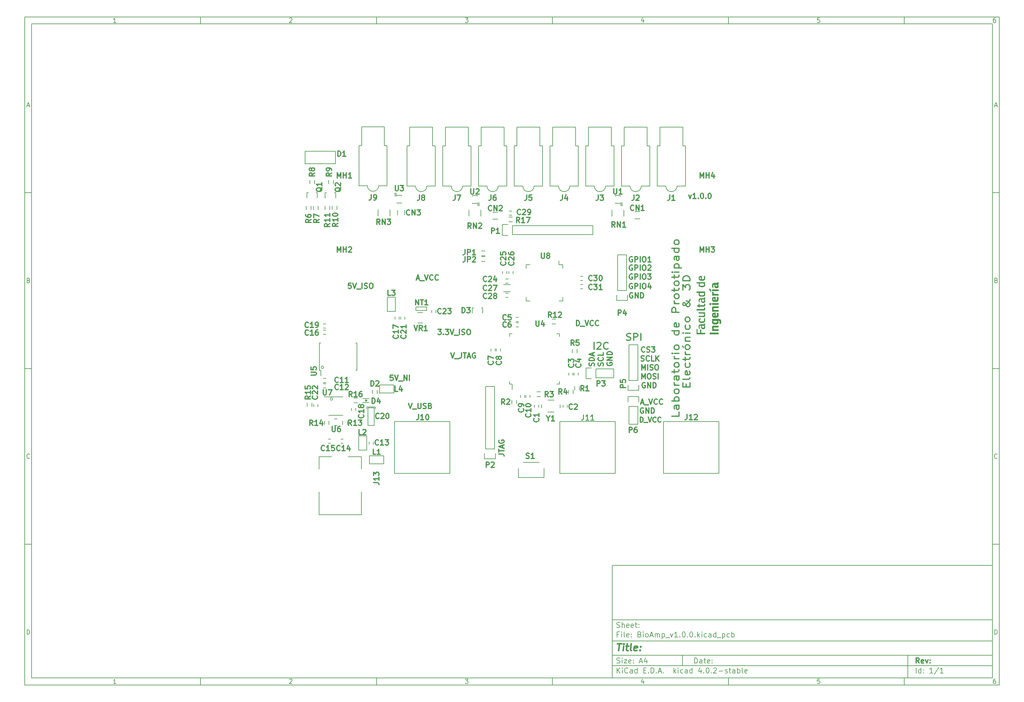
<source format=gbr>
G04 #@! TF.FileFunction,Legend,Top*
%FSLAX46Y46*%
G04 Gerber Fmt 4.6, Leading zero omitted, Abs format (unit mm)*
G04 Created by KiCad (PCBNEW 4.0.2-stable) date 18/05/2017 14:25:04*
%MOMM*%
G01*
G04 APERTURE LIST*
%ADD10C,0.100000*%
%ADD11C,0.150000*%
%ADD12C,0.300000*%
%ADD13C,0.400000*%
%ADD14C,0.180000*%
%ADD15C,0.200000*%
%ADD16C,0.127000*%
%ADD17C,0.010000*%
%ADD18C,0.230000*%
G04 APERTURE END LIST*
D10*
D11*
X177002200Y-166007200D02*
X177002200Y-198007200D01*
X285002200Y-198007200D01*
X285002200Y-166007200D01*
X177002200Y-166007200D01*
D10*
D11*
X10000000Y-10000000D02*
X10000000Y-200007200D01*
X287002200Y-200007200D01*
X287002200Y-10000000D01*
X10000000Y-10000000D01*
D10*
D11*
X12000000Y-12000000D02*
X12000000Y-198007200D01*
X285002200Y-198007200D01*
X285002200Y-12000000D01*
X12000000Y-12000000D01*
D10*
D11*
X60000000Y-12000000D02*
X60000000Y-10000000D01*
D10*
D11*
X110000000Y-12000000D02*
X110000000Y-10000000D01*
D10*
D11*
X160000000Y-12000000D02*
X160000000Y-10000000D01*
D10*
D11*
X210000000Y-12000000D02*
X210000000Y-10000000D01*
D10*
D11*
X260000000Y-12000000D02*
X260000000Y-10000000D01*
D10*
D11*
X35990476Y-11588095D02*
X35247619Y-11588095D01*
X35619048Y-11588095D02*
X35619048Y-10288095D01*
X35495238Y-10473810D01*
X35371429Y-10597619D01*
X35247619Y-10659524D01*
D10*
D11*
X85247619Y-10411905D02*
X85309524Y-10350000D01*
X85433333Y-10288095D01*
X85742857Y-10288095D01*
X85866667Y-10350000D01*
X85928571Y-10411905D01*
X85990476Y-10535714D01*
X85990476Y-10659524D01*
X85928571Y-10845238D01*
X85185714Y-11588095D01*
X85990476Y-11588095D01*
D10*
D11*
X135185714Y-10288095D02*
X135990476Y-10288095D01*
X135557143Y-10783333D01*
X135742857Y-10783333D01*
X135866667Y-10845238D01*
X135928571Y-10907143D01*
X135990476Y-11030952D01*
X135990476Y-11340476D01*
X135928571Y-11464286D01*
X135866667Y-11526190D01*
X135742857Y-11588095D01*
X135371429Y-11588095D01*
X135247619Y-11526190D01*
X135185714Y-11464286D01*
D10*
D11*
X185866667Y-10721429D02*
X185866667Y-11588095D01*
X185557143Y-10226190D02*
X185247619Y-11154762D01*
X186052381Y-11154762D01*
D10*
D11*
X235928571Y-10288095D02*
X235309524Y-10288095D01*
X235247619Y-10907143D01*
X235309524Y-10845238D01*
X235433333Y-10783333D01*
X235742857Y-10783333D01*
X235866667Y-10845238D01*
X235928571Y-10907143D01*
X235990476Y-11030952D01*
X235990476Y-11340476D01*
X235928571Y-11464286D01*
X235866667Y-11526190D01*
X235742857Y-11588095D01*
X235433333Y-11588095D01*
X235309524Y-11526190D01*
X235247619Y-11464286D01*
D10*
D11*
X285866667Y-10288095D02*
X285619048Y-10288095D01*
X285495238Y-10350000D01*
X285433333Y-10411905D01*
X285309524Y-10597619D01*
X285247619Y-10845238D01*
X285247619Y-11340476D01*
X285309524Y-11464286D01*
X285371429Y-11526190D01*
X285495238Y-11588095D01*
X285742857Y-11588095D01*
X285866667Y-11526190D01*
X285928571Y-11464286D01*
X285990476Y-11340476D01*
X285990476Y-11030952D01*
X285928571Y-10907143D01*
X285866667Y-10845238D01*
X285742857Y-10783333D01*
X285495238Y-10783333D01*
X285371429Y-10845238D01*
X285309524Y-10907143D01*
X285247619Y-11030952D01*
D10*
D11*
X60000000Y-198007200D02*
X60000000Y-200007200D01*
D10*
D11*
X110000000Y-198007200D02*
X110000000Y-200007200D01*
D10*
D11*
X160000000Y-198007200D02*
X160000000Y-200007200D01*
D10*
D11*
X210000000Y-198007200D02*
X210000000Y-200007200D01*
D10*
D11*
X260000000Y-198007200D02*
X260000000Y-200007200D01*
D10*
D11*
X35990476Y-199595295D02*
X35247619Y-199595295D01*
X35619048Y-199595295D02*
X35619048Y-198295295D01*
X35495238Y-198481010D01*
X35371429Y-198604819D01*
X35247619Y-198666724D01*
D10*
D11*
X85247619Y-198419105D02*
X85309524Y-198357200D01*
X85433333Y-198295295D01*
X85742857Y-198295295D01*
X85866667Y-198357200D01*
X85928571Y-198419105D01*
X85990476Y-198542914D01*
X85990476Y-198666724D01*
X85928571Y-198852438D01*
X85185714Y-199595295D01*
X85990476Y-199595295D01*
D10*
D11*
X135185714Y-198295295D02*
X135990476Y-198295295D01*
X135557143Y-198790533D01*
X135742857Y-198790533D01*
X135866667Y-198852438D01*
X135928571Y-198914343D01*
X135990476Y-199038152D01*
X135990476Y-199347676D01*
X135928571Y-199471486D01*
X135866667Y-199533390D01*
X135742857Y-199595295D01*
X135371429Y-199595295D01*
X135247619Y-199533390D01*
X135185714Y-199471486D01*
D10*
D11*
X185866667Y-198728629D02*
X185866667Y-199595295D01*
X185557143Y-198233390D02*
X185247619Y-199161962D01*
X186052381Y-199161962D01*
D10*
D11*
X235928571Y-198295295D02*
X235309524Y-198295295D01*
X235247619Y-198914343D01*
X235309524Y-198852438D01*
X235433333Y-198790533D01*
X235742857Y-198790533D01*
X235866667Y-198852438D01*
X235928571Y-198914343D01*
X235990476Y-199038152D01*
X235990476Y-199347676D01*
X235928571Y-199471486D01*
X235866667Y-199533390D01*
X235742857Y-199595295D01*
X235433333Y-199595295D01*
X235309524Y-199533390D01*
X235247619Y-199471486D01*
D10*
D11*
X285866667Y-198295295D02*
X285619048Y-198295295D01*
X285495238Y-198357200D01*
X285433333Y-198419105D01*
X285309524Y-198604819D01*
X285247619Y-198852438D01*
X285247619Y-199347676D01*
X285309524Y-199471486D01*
X285371429Y-199533390D01*
X285495238Y-199595295D01*
X285742857Y-199595295D01*
X285866667Y-199533390D01*
X285928571Y-199471486D01*
X285990476Y-199347676D01*
X285990476Y-199038152D01*
X285928571Y-198914343D01*
X285866667Y-198852438D01*
X285742857Y-198790533D01*
X285495238Y-198790533D01*
X285371429Y-198852438D01*
X285309524Y-198914343D01*
X285247619Y-199038152D01*
D10*
D11*
X10000000Y-60000000D02*
X12000000Y-60000000D01*
D10*
D11*
X10000000Y-110000000D02*
X12000000Y-110000000D01*
D10*
D11*
X10000000Y-160000000D02*
X12000000Y-160000000D01*
D10*
D11*
X10690476Y-35216667D02*
X11309524Y-35216667D01*
X10566667Y-35588095D02*
X11000000Y-34288095D01*
X11433333Y-35588095D01*
D10*
D11*
X11092857Y-84907143D02*
X11278571Y-84969048D01*
X11340476Y-85030952D01*
X11402381Y-85154762D01*
X11402381Y-85340476D01*
X11340476Y-85464286D01*
X11278571Y-85526190D01*
X11154762Y-85588095D01*
X10659524Y-85588095D01*
X10659524Y-84288095D01*
X11092857Y-84288095D01*
X11216667Y-84350000D01*
X11278571Y-84411905D01*
X11340476Y-84535714D01*
X11340476Y-84659524D01*
X11278571Y-84783333D01*
X11216667Y-84845238D01*
X11092857Y-84907143D01*
X10659524Y-84907143D01*
D10*
D11*
X11402381Y-135464286D02*
X11340476Y-135526190D01*
X11154762Y-135588095D01*
X11030952Y-135588095D01*
X10845238Y-135526190D01*
X10721429Y-135402381D01*
X10659524Y-135278571D01*
X10597619Y-135030952D01*
X10597619Y-134845238D01*
X10659524Y-134597619D01*
X10721429Y-134473810D01*
X10845238Y-134350000D01*
X11030952Y-134288095D01*
X11154762Y-134288095D01*
X11340476Y-134350000D01*
X11402381Y-134411905D01*
D10*
D11*
X10659524Y-185588095D02*
X10659524Y-184288095D01*
X10969048Y-184288095D01*
X11154762Y-184350000D01*
X11278571Y-184473810D01*
X11340476Y-184597619D01*
X11402381Y-184845238D01*
X11402381Y-185030952D01*
X11340476Y-185278571D01*
X11278571Y-185402381D01*
X11154762Y-185526190D01*
X10969048Y-185588095D01*
X10659524Y-185588095D01*
D10*
D11*
X287002200Y-60000000D02*
X285002200Y-60000000D01*
D10*
D11*
X287002200Y-110000000D02*
X285002200Y-110000000D01*
D10*
D11*
X287002200Y-160000000D02*
X285002200Y-160000000D01*
D10*
D11*
X285692676Y-35216667D02*
X286311724Y-35216667D01*
X285568867Y-35588095D02*
X286002200Y-34288095D01*
X286435533Y-35588095D01*
D10*
D11*
X286095057Y-84907143D02*
X286280771Y-84969048D01*
X286342676Y-85030952D01*
X286404581Y-85154762D01*
X286404581Y-85340476D01*
X286342676Y-85464286D01*
X286280771Y-85526190D01*
X286156962Y-85588095D01*
X285661724Y-85588095D01*
X285661724Y-84288095D01*
X286095057Y-84288095D01*
X286218867Y-84350000D01*
X286280771Y-84411905D01*
X286342676Y-84535714D01*
X286342676Y-84659524D01*
X286280771Y-84783333D01*
X286218867Y-84845238D01*
X286095057Y-84907143D01*
X285661724Y-84907143D01*
D10*
D11*
X286404581Y-135464286D02*
X286342676Y-135526190D01*
X286156962Y-135588095D01*
X286033152Y-135588095D01*
X285847438Y-135526190D01*
X285723629Y-135402381D01*
X285661724Y-135278571D01*
X285599819Y-135030952D01*
X285599819Y-134845238D01*
X285661724Y-134597619D01*
X285723629Y-134473810D01*
X285847438Y-134350000D01*
X286033152Y-134288095D01*
X286156962Y-134288095D01*
X286342676Y-134350000D01*
X286404581Y-134411905D01*
D10*
D11*
X285661724Y-185588095D02*
X285661724Y-184288095D01*
X285971248Y-184288095D01*
X286156962Y-184350000D01*
X286280771Y-184473810D01*
X286342676Y-184597619D01*
X286404581Y-184845238D01*
X286404581Y-185030952D01*
X286342676Y-185278571D01*
X286280771Y-185402381D01*
X286156962Y-185526190D01*
X285971248Y-185588095D01*
X285661724Y-185588095D01*
D10*
D11*
X200359343Y-193785771D02*
X200359343Y-192285771D01*
X200716486Y-192285771D01*
X200930771Y-192357200D01*
X201073629Y-192500057D01*
X201145057Y-192642914D01*
X201216486Y-192928629D01*
X201216486Y-193142914D01*
X201145057Y-193428629D01*
X201073629Y-193571486D01*
X200930771Y-193714343D01*
X200716486Y-193785771D01*
X200359343Y-193785771D01*
X202502200Y-193785771D02*
X202502200Y-193000057D01*
X202430771Y-192857200D01*
X202287914Y-192785771D01*
X202002200Y-192785771D01*
X201859343Y-192857200D01*
X202502200Y-193714343D02*
X202359343Y-193785771D01*
X202002200Y-193785771D01*
X201859343Y-193714343D01*
X201787914Y-193571486D01*
X201787914Y-193428629D01*
X201859343Y-193285771D01*
X202002200Y-193214343D01*
X202359343Y-193214343D01*
X202502200Y-193142914D01*
X203002200Y-192785771D02*
X203573629Y-192785771D01*
X203216486Y-192285771D02*
X203216486Y-193571486D01*
X203287914Y-193714343D01*
X203430772Y-193785771D01*
X203573629Y-193785771D01*
X204645057Y-193714343D02*
X204502200Y-193785771D01*
X204216486Y-193785771D01*
X204073629Y-193714343D01*
X204002200Y-193571486D01*
X204002200Y-193000057D01*
X204073629Y-192857200D01*
X204216486Y-192785771D01*
X204502200Y-192785771D01*
X204645057Y-192857200D01*
X204716486Y-193000057D01*
X204716486Y-193142914D01*
X204002200Y-193285771D01*
X205359343Y-193642914D02*
X205430771Y-193714343D01*
X205359343Y-193785771D01*
X205287914Y-193714343D01*
X205359343Y-193642914D01*
X205359343Y-193785771D01*
X205359343Y-192857200D02*
X205430771Y-192928629D01*
X205359343Y-193000057D01*
X205287914Y-192928629D01*
X205359343Y-192857200D01*
X205359343Y-193000057D01*
D10*
D11*
X177002200Y-194507200D02*
X285002200Y-194507200D01*
D10*
D11*
X178359343Y-196585771D02*
X178359343Y-195085771D01*
X179216486Y-196585771D02*
X178573629Y-195728629D01*
X179216486Y-195085771D02*
X178359343Y-195942914D01*
X179859343Y-196585771D02*
X179859343Y-195585771D01*
X179859343Y-195085771D02*
X179787914Y-195157200D01*
X179859343Y-195228629D01*
X179930771Y-195157200D01*
X179859343Y-195085771D01*
X179859343Y-195228629D01*
X181430772Y-196442914D02*
X181359343Y-196514343D01*
X181145057Y-196585771D01*
X181002200Y-196585771D01*
X180787915Y-196514343D01*
X180645057Y-196371486D01*
X180573629Y-196228629D01*
X180502200Y-195942914D01*
X180502200Y-195728629D01*
X180573629Y-195442914D01*
X180645057Y-195300057D01*
X180787915Y-195157200D01*
X181002200Y-195085771D01*
X181145057Y-195085771D01*
X181359343Y-195157200D01*
X181430772Y-195228629D01*
X182716486Y-196585771D02*
X182716486Y-195800057D01*
X182645057Y-195657200D01*
X182502200Y-195585771D01*
X182216486Y-195585771D01*
X182073629Y-195657200D01*
X182716486Y-196514343D02*
X182573629Y-196585771D01*
X182216486Y-196585771D01*
X182073629Y-196514343D01*
X182002200Y-196371486D01*
X182002200Y-196228629D01*
X182073629Y-196085771D01*
X182216486Y-196014343D01*
X182573629Y-196014343D01*
X182716486Y-195942914D01*
X184073629Y-196585771D02*
X184073629Y-195085771D01*
X184073629Y-196514343D02*
X183930772Y-196585771D01*
X183645058Y-196585771D01*
X183502200Y-196514343D01*
X183430772Y-196442914D01*
X183359343Y-196300057D01*
X183359343Y-195871486D01*
X183430772Y-195728629D01*
X183502200Y-195657200D01*
X183645058Y-195585771D01*
X183930772Y-195585771D01*
X184073629Y-195657200D01*
X185930772Y-195800057D02*
X186430772Y-195800057D01*
X186645058Y-196585771D02*
X185930772Y-196585771D01*
X185930772Y-195085771D01*
X186645058Y-195085771D01*
X187287915Y-196442914D02*
X187359343Y-196514343D01*
X187287915Y-196585771D01*
X187216486Y-196514343D01*
X187287915Y-196442914D01*
X187287915Y-196585771D01*
X188002201Y-196585771D02*
X188002201Y-195085771D01*
X188359344Y-195085771D01*
X188573629Y-195157200D01*
X188716487Y-195300057D01*
X188787915Y-195442914D01*
X188859344Y-195728629D01*
X188859344Y-195942914D01*
X188787915Y-196228629D01*
X188716487Y-196371486D01*
X188573629Y-196514343D01*
X188359344Y-196585771D01*
X188002201Y-196585771D01*
X189502201Y-196442914D02*
X189573629Y-196514343D01*
X189502201Y-196585771D01*
X189430772Y-196514343D01*
X189502201Y-196442914D01*
X189502201Y-196585771D01*
X190145058Y-196157200D02*
X190859344Y-196157200D01*
X190002201Y-196585771D02*
X190502201Y-195085771D01*
X191002201Y-196585771D01*
X191502201Y-196442914D02*
X191573629Y-196514343D01*
X191502201Y-196585771D01*
X191430772Y-196514343D01*
X191502201Y-196442914D01*
X191502201Y-196585771D01*
X194502201Y-196585771D02*
X194502201Y-195085771D01*
X194645058Y-196014343D02*
X195073629Y-196585771D01*
X195073629Y-195585771D02*
X194502201Y-196157200D01*
X195716487Y-196585771D02*
X195716487Y-195585771D01*
X195716487Y-195085771D02*
X195645058Y-195157200D01*
X195716487Y-195228629D01*
X195787915Y-195157200D01*
X195716487Y-195085771D01*
X195716487Y-195228629D01*
X197073630Y-196514343D02*
X196930773Y-196585771D01*
X196645059Y-196585771D01*
X196502201Y-196514343D01*
X196430773Y-196442914D01*
X196359344Y-196300057D01*
X196359344Y-195871486D01*
X196430773Y-195728629D01*
X196502201Y-195657200D01*
X196645059Y-195585771D01*
X196930773Y-195585771D01*
X197073630Y-195657200D01*
X198359344Y-196585771D02*
X198359344Y-195800057D01*
X198287915Y-195657200D01*
X198145058Y-195585771D01*
X197859344Y-195585771D01*
X197716487Y-195657200D01*
X198359344Y-196514343D02*
X198216487Y-196585771D01*
X197859344Y-196585771D01*
X197716487Y-196514343D01*
X197645058Y-196371486D01*
X197645058Y-196228629D01*
X197716487Y-196085771D01*
X197859344Y-196014343D01*
X198216487Y-196014343D01*
X198359344Y-195942914D01*
X199716487Y-196585771D02*
X199716487Y-195085771D01*
X199716487Y-196514343D02*
X199573630Y-196585771D01*
X199287916Y-196585771D01*
X199145058Y-196514343D01*
X199073630Y-196442914D01*
X199002201Y-196300057D01*
X199002201Y-195871486D01*
X199073630Y-195728629D01*
X199145058Y-195657200D01*
X199287916Y-195585771D01*
X199573630Y-195585771D01*
X199716487Y-195657200D01*
X202216487Y-195585771D02*
X202216487Y-196585771D01*
X201859344Y-195014343D02*
X201502201Y-196085771D01*
X202430773Y-196085771D01*
X203002201Y-196442914D02*
X203073629Y-196514343D01*
X203002201Y-196585771D01*
X202930772Y-196514343D01*
X203002201Y-196442914D01*
X203002201Y-196585771D01*
X204002201Y-195085771D02*
X204145058Y-195085771D01*
X204287915Y-195157200D01*
X204359344Y-195228629D01*
X204430773Y-195371486D01*
X204502201Y-195657200D01*
X204502201Y-196014343D01*
X204430773Y-196300057D01*
X204359344Y-196442914D01*
X204287915Y-196514343D01*
X204145058Y-196585771D01*
X204002201Y-196585771D01*
X203859344Y-196514343D01*
X203787915Y-196442914D01*
X203716487Y-196300057D01*
X203645058Y-196014343D01*
X203645058Y-195657200D01*
X203716487Y-195371486D01*
X203787915Y-195228629D01*
X203859344Y-195157200D01*
X204002201Y-195085771D01*
X205145058Y-196442914D02*
X205216486Y-196514343D01*
X205145058Y-196585771D01*
X205073629Y-196514343D01*
X205145058Y-196442914D01*
X205145058Y-196585771D01*
X205787915Y-195228629D02*
X205859344Y-195157200D01*
X206002201Y-195085771D01*
X206359344Y-195085771D01*
X206502201Y-195157200D01*
X206573630Y-195228629D01*
X206645058Y-195371486D01*
X206645058Y-195514343D01*
X206573630Y-195728629D01*
X205716487Y-196585771D01*
X206645058Y-196585771D01*
X207287915Y-196014343D02*
X208430772Y-196014343D01*
X209073629Y-196514343D02*
X209216486Y-196585771D01*
X209502201Y-196585771D01*
X209645058Y-196514343D01*
X209716486Y-196371486D01*
X209716486Y-196300057D01*
X209645058Y-196157200D01*
X209502201Y-196085771D01*
X209287915Y-196085771D01*
X209145058Y-196014343D01*
X209073629Y-195871486D01*
X209073629Y-195800057D01*
X209145058Y-195657200D01*
X209287915Y-195585771D01*
X209502201Y-195585771D01*
X209645058Y-195657200D01*
X210145058Y-195585771D02*
X210716487Y-195585771D01*
X210359344Y-195085771D02*
X210359344Y-196371486D01*
X210430772Y-196514343D01*
X210573630Y-196585771D01*
X210716487Y-196585771D01*
X211859344Y-196585771D02*
X211859344Y-195800057D01*
X211787915Y-195657200D01*
X211645058Y-195585771D01*
X211359344Y-195585771D01*
X211216487Y-195657200D01*
X211859344Y-196514343D02*
X211716487Y-196585771D01*
X211359344Y-196585771D01*
X211216487Y-196514343D01*
X211145058Y-196371486D01*
X211145058Y-196228629D01*
X211216487Y-196085771D01*
X211359344Y-196014343D01*
X211716487Y-196014343D01*
X211859344Y-195942914D01*
X212573630Y-196585771D02*
X212573630Y-195085771D01*
X212573630Y-195657200D02*
X212716487Y-195585771D01*
X213002201Y-195585771D01*
X213145058Y-195657200D01*
X213216487Y-195728629D01*
X213287916Y-195871486D01*
X213287916Y-196300057D01*
X213216487Y-196442914D01*
X213145058Y-196514343D01*
X213002201Y-196585771D01*
X212716487Y-196585771D01*
X212573630Y-196514343D01*
X214145059Y-196585771D02*
X214002201Y-196514343D01*
X213930773Y-196371486D01*
X213930773Y-195085771D01*
X215287915Y-196514343D02*
X215145058Y-196585771D01*
X214859344Y-196585771D01*
X214716487Y-196514343D01*
X214645058Y-196371486D01*
X214645058Y-195800057D01*
X214716487Y-195657200D01*
X214859344Y-195585771D01*
X215145058Y-195585771D01*
X215287915Y-195657200D01*
X215359344Y-195800057D01*
X215359344Y-195942914D01*
X214645058Y-196085771D01*
D10*
D11*
X177002200Y-191507200D02*
X285002200Y-191507200D01*
D10*
D12*
X264216486Y-193785771D02*
X263716486Y-193071486D01*
X263359343Y-193785771D02*
X263359343Y-192285771D01*
X263930771Y-192285771D01*
X264073629Y-192357200D01*
X264145057Y-192428629D01*
X264216486Y-192571486D01*
X264216486Y-192785771D01*
X264145057Y-192928629D01*
X264073629Y-193000057D01*
X263930771Y-193071486D01*
X263359343Y-193071486D01*
X265430771Y-193714343D02*
X265287914Y-193785771D01*
X265002200Y-193785771D01*
X264859343Y-193714343D01*
X264787914Y-193571486D01*
X264787914Y-193000057D01*
X264859343Y-192857200D01*
X265002200Y-192785771D01*
X265287914Y-192785771D01*
X265430771Y-192857200D01*
X265502200Y-193000057D01*
X265502200Y-193142914D01*
X264787914Y-193285771D01*
X266002200Y-192785771D02*
X266359343Y-193785771D01*
X266716485Y-192785771D01*
X267287914Y-193642914D02*
X267359342Y-193714343D01*
X267287914Y-193785771D01*
X267216485Y-193714343D01*
X267287914Y-193642914D01*
X267287914Y-193785771D01*
X267287914Y-192857200D02*
X267359342Y-192928629D01*
X267287914Y-193000057D01*
X267216485Y-192928629D01*
X267287914Y-192857200D01*
X267287914Y-193000057D01*
D10*
D11*
X178287914Y-193714343D02*
X178502200Y-193785771D01*
X178859343Y-193785771D01*
X179002200Y-193714343D01*
X179073629Y-193642914D01*
X179145057Y-193500057D01*
X179145057Y-193357200D01*
X179073629Y-193214343D01*
X179002200Y-193142914D01*
X178859343Y-193071486D01*
X178573629Y-193000057D01*
X178430771Y-192928629D01*
X178359343Y-192857200D01*
X178287914Y-192714343D01*
X178287914Y-192571486D01*
X178359343Y-192428629D01*
X178430771Y-192357200D01*
X178573629Y-192285771D01*
X178930771Y-192285771D01*
X179145057Y-192357200D01*
X179787914Y-193785771D02*
X179787914Y-192785771D01*
X179787914Y-192285771D02*
X179716485Y-192357200D01*
X179787914Y-192428629D01*
X179859342Y-192357200D01*
X179787914Y-192285771D01*
X179787914Y-192428629D01*
X180359343Y-192785771D02*
X181145057Y-192785771D01*
X180359343Y-193785771D01*
X181145057Y-193785771D01*
X182287914Y-193714343D02*
X182145057Y-193785771D01*
X181859343Y-193785771D01*
X181716486Y-193714343D01*
X181645057Y-193571486D01*
X181645057Y-193000057D01*
X181716486Y-192857200D01*
X181859343Y-192785771D01*
X182145057Y-192785771D01*
X182287914Y-192857200D01*
X182359343Y-193000057D01*
X182359343Y-193142914D01*
X181645057Y-193285771D01*
X183002200Y-193642914D02*
X183073628Y-193714343D01*
X183002200Y-193785771D01*
X182930771Y-193714343D01*
X183002200Y-193642914D01*
X183002200Y-193785771D01*
X183002200Y-192857200D02*
X183073628Y-192928629D01*
X183002200Y-193000057D01*
X182930771Y-192928629D01*
X183002200Y-192857200D01*
X183002200Y-193000057D01*
X184787914Y-193357200D02*
X185502200Y-193357200D01*
X184645057Y-193785771D02*
X185145057Y-192285771D01*
X185645057Y-193785771D01*
X186787914Y-192785771D02*
X186787914Y-193785771D01*
X186430771Y-192214343D02*
X186073628Y-193285771D01*
X187002200Y-193285771D01*
D10*
D11*
X263359343Y-196585771D02*
X263359343Y-195085771D01*
X264716486Y-196585771D02*
X264716486Y-195085771D01*
X264716486Y-196514343D02*
X264573629Y-196585771D01*
X264287915Y-196585771D01*
X264145057Y-196514343D01*
X264073629Y-196442914D01*
X264002200Y-196300057D01*
X264002200Y-195871486D01*
X264073629Y-195728629D01*
X264145057Y-195657200D01*
X264287915Y-195585771D01*
X264573629Y-195585771D01*
X264716486Y-195657200D01*
X265430772Y-196442914D02*
X265502200Y-196514343D01*
X265430772Y-196585771D01*
X265359343Y-196514343D01*
X265430772Y-196442914D01*
X265430772Y-196585771D01*
X265430772Y-195657200D02*
X265502200Y-195728629D01*
X265430772Y-195800057D01*
X265359343Y-195728629D01*
X265430772Y-195657200D01*
X265430772Y-195800057D01*
X268073629Y-196585771D02*
X267216486Y-196585771D01*
X267645058Y-196585771D02*
X267645058Y-195085771D01*
X267502201Y-195300057D01*
X267359343Y-195442914D01*
X267216486Y-195514343D01*
X269787914Y-195014343D02*
X268502200Y-196942914D01*
X271073629Y-196585771D02*
X270216486Y-196585771D01*
X270645058Y-196585771D02*
X270645058Y-195085771D01*
X270502201Y-195300057D01*
X270359343Y-195442914D01*
X270216486Y-195514343D01*
D10*
D11*
X177002200Y-187507200D02*
X285002200Y-187507200D01*
D10*
D13*
X178454581Y-188211962D02*
X179597438Y-188211962D01*
X178776010Y-190211962D02*
X179026010Y-188211962D01*
X180014105Y-190211962D02*
X180180771Y-188878629D01*
X180264105Y-188211962D02*
X180156962Y-188307200D01*
X180240295Y-188402438D01*
X180347439Y-188307200D01*
X180264105Y-188211962D01*
X180240295Y-188402438D01*
X180847438Y-188878629D02*
X181609343Y-188878629D01*
X181216486Y-188211962D02*
X181002200Y-189926248D01*
X181073630Y-190116724D01*
X181252201Y-190211962D01*
X181442677Y-190211962D01*
X182395058Y-190211962D02*
X182216487Y-190116724D01*
X182145057Y-189926248D01*
X182359343Y-188211962D01*
X183930772Y-190116724D02*
X183728391Y-190211962D01*
X183347439Y-190211962D01*
X183168867Y-190116724D01*
X183097438Y-189926248D01*
X183192676Y-189164343D01*
X183311724Y-188973867D01*
X183514105Y-188878629D01*
X183895057Y-188878629D01*
X184073629Y-188973867D01*
X184145057Y-189164343D01*
X184121248Y-189354819D01*
X183145057Y-189545295D01*
X184895057Y-190021486D02*
X184978392Y-190116724D01*
X184871248Y-190211962D01*
X184787915Y-190116724D01*
X184895057Y-190021486D01*
X184871248Y-190211962D01*
X185026010Y-188973867D02*
X185109344Y-189069105D01*
X185002200Y-189164343D01*
X184918867Y-189069105D01*
X185026010Y-188973867D01*
X185002200Y-189164343D01*
D10*
D11*
X178859343Y-185600057D02*
X178359343Y-185600057D01*
X178359343Y-186385771D02*
X178359343Y-184885771D01*
X179073629Y-184885771D01*
X179645057Y-186385771D02*
X179645057Y-185385771D01*
X179645057Y-184885771D02*
X179573628Y-184957200D01*
X179645057Y-185028629D01*
X179716485Y-184957200D01*
X179645057Y-184885771D01*
X179645057Y-185028629D01*
X180573629Y-186385771D02*
X180430771Y-186314343D01*
X180359343Y-186171486D01*
X180359343Y-184885771D01*
X181716485Y-186314343D02*
X181573628Y-186385771D01*
X181287914Y-186385771D01*
X181145057Y-186314343D01*
X181073628Y-186171486D01*
X181073628Y-185600057D01*
X181145057Y-185457200D01*
X181287914Y-185385771D01*
X181573628Y-185385771D01*
X181716485Y-185457200D01*
X181787914Y-185600057D01*
X181787914Y-185742914D01*
X181073628Y-185885771D01*
X182430771Y-186242914D02*
X182502199Y-186314343D01*
X182430771Y-186385771D01*
X182359342Y-186314343D01*
X182430771Y-186242914D01*
X182430771Y-186385771D01*
X182430771Y-185457200D02*
X182502199Y-185528629D01*
X182430771Y-185600057D01*
X182359342Y-185528629D01*
X182430771Y-185457200D01*
X182430771Y-185600057D01*
X184787914Y-185600057D02*
X185002200Y-185671486D01*
X185073628Y-185742914D01*
X185145057Y-185885771D01*
X185145057Y-186100057D01*
X185073628Y-186242914D01*
X185002200Y-186314343D01*
X184859342Y-186385771D01*
X184287914Y-186385771D01*
X184287914Y-184885771D01*
X184787914Y-184885771D01*
X184930771Y-184957200D01*
X185002200Y-185028629D01*
X185073628Y-185171486D01*
X185073628Y-185314343D01*
X185002200Y-185457200D01*
X184930771Y-185528629D01*
X184787914Y-185600057D01*
X184287914Y-185600057D01*
X185787914Y-186385771D02*
X185787914Y-185385771D01*
X185787914Y-184885771D02*
X185716485Y-184957200D01*
X185787914Y-185028629D01*
X185859342Y-184957200D01*
X185787914Y-184885771D01*
X185787914Y-185028629D01*
X186716486Y-186385771D02*
X186573628Y-186314343D01*
X186502200Y-186242914D01*
X186430771Y-186100057D01*
X186430771Y-185671486D01*
X186502200Y-185528629D01*
X186573628Y-185457200D01*
X186716486Y-185385771D01*
X186930771Y-185385771D01*
X187073628Y-185457200D01*
X187145057Y-185528629D01*
X187216486Y-185671486D01*
X187216486Y-186100057D01*
X187145057Y-186242914D01*
X187073628Y-186314343D01*
X186930771Y-186385771D01*
X186716486Y-186385771D01*
X187787914Y-185957200D02*
X188502200Y-185957200D01*
X187645057Y-186385771D02*
X188145057Y-184885771D01*
X188645057Y-186385771D01*
X189145057Y-186385771D02*
X189145057Y-185385771D01*
X189145057Y-185528629D02*
X189216485Y-185457200D01*
X189359343Y-185385771D01*
X189573628Y-185385771D01*
X189716485Y-185457200D01*
X189787914Y-185600057D01*
X189787914Y-186385771D01*
X189787914Y-185600057D02*
X189859343Y-185457200D01*
X190002200Y-185385771D01*
X190216485Y-185385771D01*
X190359343Y-185457200D01*
X190430771Y-185600057D01*
X190430771Y-186385771D01*
X191145057Y-185385771D02*
X191145057Y-186885771D01*
X191145057Y-185457200D02*
X191287914Y-185385771D01*
X191573628Y-185385771D01*
X191716485Y-185457200D01*
X191787914Y-185528629D01*
X191859343Y-185671486D01*
X191859343Y-186100057D01*
X191787914Y-186242914D01*
X191716485Y-186314343D01*
X191573628Y-186385771D01*
X191287914Y-186385771D01*
X191145057Y-186314343D01*
X192145057Y-186528629D02*
X193287914Y-186528629D01*
X193502200Y-185385771D02*
X193859343Y-186385771D01*
X194216485Y-185385771D01*
X195573628Y-186385771D02*
X194716485Y-186385771D01*
X195145057Y-186385771D02*
X195145057Y-184885771D01*
X195002200Y-185100057D01*
X194859342Y-185242914D01*
X194716485Y-185314343D01*
X196216485Y-186242914D02*
X196287913Y-186314343D01*
X196216485Y-186385771D01*
X196145056Y-186314343D01*
X196216485Y-186242914D01*
X196216485Y-186385771D01*
X197216485Y-184885771D02*
X197359342Y-184885771D01*
X197502199Y-184957200D01*
X197573628Y-185028629D01*
X197645057Y-185171486D01*
X197716485Y-185457200D01*
X197716485Y-185814343D01*
X197645057Y-186100057D01*
X197573628Y-186242914D01*
X197502199Y-186314343D01*
X197359342Y-186385771D01*
X197216485Y-186385771D01*
X197073628Y-186314343D01*
X197002199Y-186242914D01*
X196930771Y-186100057D01*
X196859342Y-185814343D01*
X196859342Y-185457200D01*
X196930771Y-185171486D01*
X197002199Y-185028629D01*
X197073628Y-184957200D01*
X197216485Y-184885771D01*
X198359342Y-186242914D02*
X198430770Y-186314343D01*
X198359342Y-186385771D01*
X198287913Y-186314343D01*
X198359342Y-186242914D01*
X198359342Y-186385771D01*
X199359342Y-184885771D02*
X199502199Y-184885771D01*
X199645056Y-184957200D01*
X199716485Y-185028629D01*
X199787914Y-185171486D01*
X199859342Y-185457200D01*
X199859342Y-185814343D01*
X199787914Y-186100057D01*
X199716485Y-186242914D01*
X199645056Y-186314343D01*
X199502199Y-186385771D01*
X199359342Y-186385771D01*
X199216485Y-186314343D01*
X199145056Y-186242914D01*
X199073628Y-186100057D01*
X199002199Y-185814343D01*
X199002199Y-185457200D01*
X199073628Y-185171486D01*
X199145056Y-185028629D01*
X199216485Y-184957200D01*
X199359342Y-184885771D01*
X200502199Y-186242914D02*
X200573627Y-186314343D01*
X200502199Y-186385771D01*
X200430770Y-186314343D01*
X200502199Y-186242914D01*
X200502199Y-186385771D01*
X201216485Y-186385771D02*
X201216485Y-184885771D01*
X201359342Y-185814343D02*
X201787913Y-186385771D01*
X201787913Y-185385771D02*
X201216485Y-185957200D01*
X202430771Y-186385771D02*
X202430771Y-185385771D01*
X202430771Y-184885771D02*
X202359342Y-184957200D01*
X202430771Y-185028629D01*
X202502199Y-184957200D01*
X202430771Y-184885771D01*
X202430771Y-185028629D01*
X203787914Y-186314343D02*
X203645057Y-186385771D01*
X203359343Y-186385771D01*
X203216485Y-186314343D01*
X203145057Y-186242914D01*
X203073628Y-186100057D01*
X203073628Y-185671486D01*
X203145057Y-185528629D01*
X203216485Y-185457200D01*
X203359343Y-185385771D01*
X203645057Y-185385771D01*
X203787914Y-185457200D01*
X205073628Y-186385771D02*
X205073628Y-185600057D01*
X205002199Y-185457200D01*
X204859342Y-185385771D01*
X204573628Y-185385771D01*
X204430771Y-185457200D01*
X205073628Y-186314343D02*
X204930771Y-186385771D01*
X204573628Y-186385771D01*
X204430771Y-186314343D01*
X204359342Y-186171486D01*
X204359342Y-186028629D01*
X204430771Y-185885771D01*
X204573628Y-185814343D01*
X204930771Y-185814343D01*
X205073628Y-185742914D01*
X206430771Y-186385771D02*
X206430771Y-184885771D01*
X206430771Y-186314343D02*
X206287914Y-186385771D01*
X206002200Y-186385771D01*
X205859342Y-186314343D01*
X205787914Y-186242914D01*
X205716485Y-186100057D01*
X205716485Y-185671486D01*
X205787914Y-185528629D01*
X205859342Y-185457200D01*
X206002200Y-185385771D01*
X206287914Y-185385771D01*
X206430771Y-185457200D01*
X206787914Y-186528629D02*
X207930771Y-186528629D01*
X208287914Y-185385771D02*
X208287914Y-186885771D01*
X208287914Y-185457200D02*
X208430771Y-185385771D01*
X208716485Y-185385771D01*
X208859342Y-185457200D01*
X208930771Y-185528629D01*
X209002200Y-185671486D01*
X209002200Y-186100057D01*
X208930771Y-186242914D01*
X208859342Y-186314343D01*
X208716485Y-186385771D01*
X208430771Y-186385771D01*
X208287914Y-186314343D01*
X210287914Y-186314343D02*
X210145057Y-186385771D01*
X209859343Y-186385771D01*
X209716485Y-186314343D01*
X209645057Y-186242914D01*
X209573628Y-186100057D01*
X209573628Y-185671486D01*
X209645057Y-185528629D01*
X209716485Y-185457200D01*
X209859343Y-185385771D01*
X210145057Y-185385771D01*
X210287914Y-185457200D01*
X210930771Y-186385771D02*
X210930771Y-184885771D01*
X210930771Y-185457200D02*
X211073628Y-185385771D01*
X211359342Y-185385771D01*
X211502199Y-185457200D01*
X211573628Y-185528629D01*
X211645057Y-185671486D01*
X211645057Y-186100057D01*
X211573628Y-186242914D01*
X211502199Y-186314343D01*
X211359342Y-186385771D01*
X211073628Y-186385771D01*
X210930771Y-186314343D01*
D10*
D11*
X177002200Y-181507200D02*
X285002200Y-181507200D01*
D10*
D11*
X178287914Y-183614343D02*
X178502200Y-183685771D01*
X178859343Y-183685771D01*
X179002200Y-183614343D01*
X179073629Y-183542914D01*
X179145057Y-183400057D01*
X179145057Y-183257200D01*
X179073629Y-183114343D01*
X179002200Y-183042914D01*
X178859343Y-182971486D01*
X178573629Y-182900057D01*
X178430771Y-182828629D01*
X178359343Y-182757200D01*
X178287914Y-182614343D01*
X178287914Y-182471486D01*
X178359343Y-182328629D01*
X178430771Y-182257200D01*
X178573629Y-182185771D01*
X178930771Y-182185771D01*
X179145057Y-182257200D01*
X179787914Y-183685771D02*
X179787914Y-182185771D01*
X180430771Y-183685771D02*
X180430771Y-182900057D01*
X180359342Y-182757200D01*
X180216485Y-182685771D01*
X180002200Y-182685771D01*
X179859342Y-182757200D01*
X179787914Y-182828629D01*
X181716485Y-183614343D02*
X181573628Y-183685771D01*
X181287914Y-183685771D01*
X181145057Y-183614343D01*
X181073628Y-183471486D01*
X181073628Y-182900057D01*
X181145057Y-182757200D01*
X181287914Y-182685771D01*
X181573628Y-182685771D01*
X181716485Y-182757200D01*
X181787914Y-182900057D01*
X181787914Y-183042914D01*
X181073628Y-183185771D01*
X183002199Y-183614343D02*
X182859342Y-183685771D01*
X182573628Y-183685771D01*
X182430771Y-183614343D01*
X182359342Y-183471486D01*
X182359342Y-182900057D01*
X182430771Y-182757200D01*
X182573628Y-182685771D01*
X182859342Y-182685771D01*
X183002199Y-182757200D01*
X183073628Y-182900057D01*
X183073628Y-183042914D01*
X182359342Y-183185771D01*
X183502199Y-182685771D02*
X184073628Y-182685771D01*
X183716485Y-182185771D02*
X183716485Y-183471486D01*
X183787913Y-183614343D01*
X183930771Y-183685771D01*
X184073628Y-183685771D01*
X184573628Y-183542914D02*
X184645056Y-183614343D01*
X184573628Y-183685771D01*
X184502199Y-183614343D01*
X184573628Y-183542914D01*
X184573628Y-183685771D01*
X184573628Y-182757200D02*
X184645056Y-182828629D01*
X184573628Y-182900057D01*
X184502199Y-182828629D01*
X184573628Y-182757200D01*
X184573628Y-182900057D01*
D10*
D11*
X197002200Y-191507200D02*
X197002200Y-194507200D01*
D10*
D11*
X261002200Y-191507200D02*
X261002200Y-198007200D01*
D12*
X198715715Y-60638571D02*
X199072858Y-61638571D01*
X199430000Y-60638571D01*
X200787143Y-61638571D02*
X199930000Y-61638571D01*
X200358572Y-61638571D02*
X200358572Y-60138571D01*
X200215715Y-60352857D01*
X200072857Y-60495714D01*
X199930000Y-60567143D01*
X201430000Y-61495714D02*
X201501428Y-61567143D01*
X201430000Y-61638571D01*
X201358571Y-61567143D01*
X201430000Y-61495714D01*
X201430000Y-61638571D01*
X202430000Y-60138571D02*
X202572857Y-60138571D01*
X202715714Y-60210000D01*
X202787143Y-60281429D01*
X202858572Y-60424286D01*
X202930000Y-60710000D01*
X202930000Y-61067143D01*
X202858572Y-61352857D01*
X202787143Y-61495714D01*
X202715714Y-61567143D01*
X202572857Y-61638571D01*
X202430000Y-61638571D01*
X202287143Y-61567143D01*
X202215714Y-61495714D01*
X202144286Y-61352857D01*
X202072857Y-61067143D01*
X202072857Y-60710000D01*
X202144286Y-60424286D01*
X202215714Y-60281429D01*
X202287143Y-60210000D01*
X202430000Y-60138571D01*
X203572857Y-61495714D02*
X203644285Y-61567143D01*
X203572857Y-61638571D01*
X203501428Y-61567143D01*
X203572857Y-61495714D01*
X203572857Y-61638571D01*
X204572857Y-60138571D02*
X204715714Y-60138571D01*
X204858571Y-60210000D01*
X204930000Y-60281429D01*
X205001429Y-60424286D01*
X205072857Y-60710000D01*
X205072857Y-61067143D01*
X205001429Y-61352857D01*
X204930000Y-61495714D01*
X204858571Y-61567143D01*
X204715714Y-61638571D01*
X204572857Y-61638571D01*
X204430000Y-61567143D01*
X204358571Y-61495714D01*
X204287143Y-61352857D01*
X204215714Y-61067143D01*
X204215714Y-60710000D01*
X204287143Y-60424286D01*
X204358571Y-60281429D01*
X204430000Y-60210000D01*
X204572857Y-60138571D01*
X195950762Y-122361525D02*
X195950762Y-123552001D01*
X193950762Y-123552001D01*
X195950762Y-120456762D02*
X194903143Y-120456762D01*
X194712667Y-120575810D01*
X194617429Y-120813905D01*
X194617429Y-121290096D01*
X194712667Y-121528191D01*
X195855524Y-120456762D02*
X195950762Y-120694858D01*
X195950762Y-121290096D01*
X195855524Y-121528191D01*
X195665048Y-121647239D01*
X195474571Y-121647239D01*
X195284095Y-121528191D01*
X195188857Y-121290096D01*
X195188857Y-120694858D01*
X195093619Y-120456762D01*
X195950762Y-119266286D02*
X193950762Y-119266286D01*
X194712667Y-119266286D02*
X194617429Y-119028191D01*
X194617429Y-118552000D01*
X194712667Y-118313905D01*
X194807905Y-118194857D01*
X194998381Y-118075810D01*
X195569810Y-118075810D01*
X195760286Y-118194857D01*
X195855524Y-118313905D01*
X195950762Y-118552000D01*
X195950762Y-119028191D01*
X195855524Y-119266286D01*
X195950762Y-116647238D02*
X195855524Y-116885333D01*
X195760286Y-117004381D01*
X195569810Y-117123429D01*
X194998381Y-117123429D01*
X194807905Y-117004381D01*
X194712667Y-116885333D01*
X194617429Y-116647238D01*
X194617429Y-116290095D01*
X194712667Y-116052000D01*
X194807905Y-115932952D01*
X194998381Y-115813905D01*
X195569810Y-115813905D01*
X195760286Y-115932952D01*
X195855524Y-116052000D01*
X195950762Y-116290095D01*
X195950762Y-116647238D01*
X195950762Y-114742476D02*
X194617429Y-114742476D01*
X194998381Y-114742476D02*
X194807905Y-114623428D01*
X194712667Y-114504381D01*
X194617429Y-114266285D01*
X194617429Y-114028190D01*
X195950762Y-112123428D02*
X194903143Y-112123428D01*
X194712667Y-112242476D01*
X194617429Y-112480571D01*
X194617429Y-112956762D01*
X194712667Y-113194857D01*
X195855524Y-112123428D02*
X195950762Y-112361524D01*
X195950762Y-112956762D01*
X195855524Y-113194857D01*
X195665048Y-113313905D01*
X195474571Y-113313905D01*
X195284095Y-113194857D01*
X195188857Y-112956762D01*
X195188857Y-112361524D01*
X195093619Y-112123428D01*
X194617429Y-111290095D02*
X194617429Y-110337714D01*
X193950762Y-110932952D02*
X195665048Y-110932952D01*
X195855524Y-110813904D01*
X195950762Y-110575809D01*
X195950762Y-110337714D01*
X195950762Y-109147238D02*
X195855524Y-109385333D01*
X195760286Y-109504381D01*
X195569810Y-109623429D01*
X194998381Y-109623429D01*
X194807905Y-109504381D01*
X194712667Y-109385333D01*
X194617429Y-109147238D01*
X194617429Y-108790095D01*
X194712667Y-108552000D01*
X194807905Y-108432952D01*
X194998381Y-108313905D01*
X195569810Y-108313905D01*
X195760286Y-108432952D01*
X195855524Y-108552000D01*
X195950762Y-108790095D01*
X195950762Y-109147238D01*
X195950762Y-107242476D02*
X194617429Y-107242476D01*
X194998381Y-107242476D02*
X194807905Y-107123428D01*
X194712667Y-107004381D01*
X194617429Y-106766285D01*
X194617429Y-106528190D01*
X195950762Y-105694857D02*
X194617429Y-105694857D01*
X193950762Y-105694857D02*
X194046000Y-105813905D01*
X194141238Y-105694857D01*
X194046000Y-105575809D01*
X193950762Y-105694857D01*
X194141238Y-105694857D01*
X195950762Y-104147238D02*
X195855524Y-104385333D01*
X195760286Y-104504381D01*
X195569810Y-104623429D01*
X194998381Y-104623429D01*
X194807905Y-104504381D01*
X194712667Y-104385333D01*
X194617429Y-104147238D01*
X194617429Y-103790095D01*
X194712667Y-103552000D01*
X194807905Y-103432952D01*
X194998381Y-103313905D01*
X195569810Y-103313905D01*
X195760286Y-103432952D01*
X195855524Y-103552000D01*
X195950762Y-103790095D01*
X195950762Y-104147238D01*
X195950762Y-99266285D02*
X193950762Y-99266285D01*
X195855524Y-99266285D02*
X195950762Y-99504381D01*
X195950762Y-99980571D01*
X195855524Y-100218666D01*
X195760286Y-100337714D01*
X195569810Y-100456762D01*
X194998381Y-100456762D01*
X194807905Y-100337714D01*
X194712667Y-100218666D01*
X194617429Y-99980571D01*
X194617429Y-99504381D01*
X194712667Y-99266285D01*
X195855524Y-97123428D02*
X195950762Y-97361523D01*
X195950762Y-97837714D01*
X195855524Y-98075809D01*
X195665048Y-98194857D01*
X194903143Y-98194857D01*
X194712667Y-98075809D01*
X194617429Y-97837714D01*
X194617429Y-97361523D01*
X194712667Y-97123428D01*
X194903143Y-97004380D01*
X195093619Y-97004380D01*
X195284095Y-98194857D01*
X195950762Y-94028190D02*
X193950762Y-94028190D01*
X193950762Y-93075809D01*
X194046000Y-92837714D01*
X194141238Y-92718666D01*
X194331714Y-92599618D01*
X194617429Y-92599618D01*
X194807905Y-92718666D01*
X194903143Y-92837714D01*
X194998381Y-93075809D01*
X194998381Y-94028190D01*
X195950762Y-91528190D02*
X194617429Y-91528190D01*
X194998381Y-91528190D02*
X194807905Y-91409142D01*
X194712667Y-91290095D01*
X194617429Y-91051999D01*
X194617429Y-90813904D01*
X195950762Y-89623428D02*
X195855524Y-89861523D01*
X195760286Y-89980571D01*
X195569810Y-90099619D01*
X194998381Y-90099619D01*
X194807905Y-89980571D01*
X194712667Y-89861523D01*
X194617429Y-89623428D01*
X194617429Y-89266285D01*
X194712667Y-89028190D01*
X194807905Y-88909142D01*
X194998381Y-88790095D01*
X195569810Y-88790095D01*
X195760286Y-88909142D01*
X195855524Y-89028190D01*
X195950762Y-89266285D01*
X195950762Y-89623428D01*
X194617429Y-88075809D02*
X194617429Y-87123428D01*
X193950762Y-87718666D02*
X195665048Y-87718666D01*
X195855524Y-87599618D01*
X195950762Y-87361523D01*
X195950762Y-87123428D01*
X195950762Y-85932952D02*
X195855524Y-86171047D01*
X195760286Y-86290095D01*
X195569810Y-86409143D01*
X194998381Y-86409143D01*
X194807905Y-86290095D01*
X194712667Y-86171047D01*
X194617429Y-85932952D01*
X194617429Y-85575809D01*
X194712667Y-85337714D01*
X194807905Y-85218666D01*
X194998381Y-85099619D01*
X195569810Y-85099619D01*
X195760286Y-85218666D01*
X195855524Y-85337714D01*
X195950762Y-85575809D01*
X195950762Y-85932952D01*
X194617429Y-84385333D02*
X194617429Y-83432952D01*
X193950762Y-84028190D02*
X195665048Y-84028190D01*
X195855524Y-83909142D01*
X195950762Y-83671047D01*
X195950762Y-83432952D01*
X195950762Y-82599619D02*
X194617429Y-82599619D01*
X193950762Y-82599619D02*
X194046000Y-82718667D01*
X194141238Y-82599619D01*
X194046000Y-82480571D01*
X193950762Y-82599619D01*
X194141238Y-82599619D01*
X194617429Y-81409143D02*
X196617429Y-81409143D01*
X194712667Y-81409143D02*
X194617429Y-81171048D01*
X194617429Y-80694857D01*
X194712667Y-80456762D01*
X194807905Y-80337714D01*
X194998381Y-80218667D01*
X195569810Y-80218667D01*
X195760286Y-80337714D01*
X195855524Y-80456762D01*
X195950762Y-80694857D01*
X195950762Y-81171048D01*
X195855524Y-81409143D01*
X195950762Y-78075809D02*
X194903143Y-78075809D01*
X194712667Y-78194857D01*
X194617429Y-78432952D01*
X194617429Y-78909143D01*
X194712667Y-79147238D01*
X195855524Y-78075809D02*
X195950762Y-78313905D01*
X195950762Y-78909143D01*
X195855524Y-79147238D01*
X195665048Y-79266286D01*
X195474571Y-79266286D01*
X195284095Y-79147238D01*
X195188857Y-78909143D01*
X195188857Y-78313905D01*
X195093619Y-78075809D01*
X195950762Y-75813904D02*
X193950762Y-75813904D01*
X195855524Y-75813904D02*
X195950762Y-76052000D01*
X195950762Y-76528190D01*
X195855524Y-76766285D01*
X195760286Y-76885333D01*
X195569810Y-77004381D01*
X194998381Y-77004381D01*
X194807905Y-76885333D01*
X194712667Y-76766285D01*
X194617429Y-76528190D01*
X194617429Y-76052000D01*
X194712667Y-75813904D01*
X195950762Y-74266285D02*
X195855524Y-74504380D01*
X195760286Y-74623428D01*
X195569810Y-74742476D01*
X194998381Y-74742476D01*
X194807905Y-74623428D01*
X194712667Y-74504380D01*
X194617429Y-74266285D01*
X194617429Y-73909142D01*
X194712667Y-73671047D01*
X194807905Y-73551999D01*
X194998381Y-73432952D01*
X195569810Y-73432952D01*
X195760286Y-73551999D01*
X195855524Y-73671047D01*
X195950762Y-73909142D01*
X195950762Y-74266285D01*
X198003143Y-115278190D02*
X198003143Y-114444857D01*
X199050762Y-114087714D02*
X199050762Y-115278190D01*
X197050762Y-115278190D01*
X197050762Y-114087714D01*
X199050762Y-112659142D02*
X198955524Y-112897237D01*
X198765048Y-113016285D01*
X197050762Y-113016285D01*
X198955524Y-110754380D02*
X199050762Y-110992475D01*
X199050762Y-111468666D01*
X198955524Y-111706761D01*
X198765048Y-111825809D01*
X198003143Y-111825809D01*
X197812667Y-111706761D01*
X197717429Y-111468666D01*
X197717429Y-110992475D01*
X197812667Y-110754380D01*
X198003143Y-110635332D01*
X198193619Y-110635332D01*
X198384095Y-111825809D01*
X198955524Y-108492475D02*
X199050762Y-108730571D01*
X199050762Y-109206761D01*
X198955524Y-109444856D01*
X198860286Y-109563904D01*
X198669810Y-109682952D01*
X198098381Y-109682952D01*
X197907905Y-109563904D01*
X197812667Y-109444856D01*
X197717429Y-109206761D01*
X197717429Y-108730571D01*
X197812667Y-108492475D01*
X197717429Y-107778190D02*
X197717429Y-106825809D01*
X197050762Y-107421047D02*
X198765048Y-107421047D01*
X198955524Y-107301999D01*
X199050762Y-107063904D01*
X199050762Y-106825809D01*
X199050762Y-105992476D02*
X197717429Y-105992476D01*
X198098381Y-105992476D02*
X197907905Y-105873428D01*
X197812667Y-105754381D01*
X197717429Y-105516285D01*
X197717429Y-105278190D01*
X199050762Y-104087714D02*
X198955524Y-104325809D01*
X198860286Y-104444857D01*
X198669810Y-104563905D01*
X198098381Y-104563905D01*
X197907905Y-104444857D01*
X197812667Y-104325809D01*
X197717429Y-104087714D01*
X197717429Y-103730571D01*
X197812667Y-103492476D01*
X197907905Y-103373428D01*
X198098381Y-103254381D01*
X198669810Y-103254381D01*
X198860286Y-103373428D01*
X198955524Y-103492476D01*
X199050762Y-103730571D01*
X199050762Y-104087714D01*
X196955524Y-103611524D02*
X197241238Y-103968666D01*
X197717429Y-102182952D02*
X199050762Y-102182952D01*
X197907905Y-102182952D02*
X197812667Y-102063904D01*
X197717429Y-101825809D01*
X197717429Y-101468666D01*
X197812667Y-101230571D01*
X198003143Y-101111523D01*
X199050762Y-101111523D01*
X199050762Y-99921047D02*
X197717429Y-99921047D01*
X197050762Y-99921047D02*
X197146000Y-100040095D01*
X197241238Y-99921047D01*
X197146000Y-99801999D01*
X197050762Y-99921047D01*
X197241238Y-99921047D01*
X198955524Y-97659142D02*
X199050762Y-97897238D01*
X199050762Y-98373428D01*
X198955524Y-98611523D01*
X198860286Y-98730571D01*
X198669810Y-98849619D01*
X198098381Y-98849619D01*
X197907905Y-98730571D01*
X197812667Y-98611523D01*
X197717429Y-98373428D01*
X197717429Y-97897238D01*
X197812667Y-97659142D01*
X199050762Y-96230571D02*
X198955524Y-96468666D01*
X198860286Y-96587714D01*
X198669810Y-96706762D01*
X198098381Y-96706762D01*
X197907905Y-96587714D01*
X197812667Y-96468666D01*
X197717429Y-96230571D01*
X197717429Y-95873428D01*
X197812667Y-95635333D01*
X197907905Y-95516285D01*
X198098381Y-95397238D01*
X198669810Y-95397238D01*
X198860286Y-95516285D01*
X198955524Y-95635333D01*
X199050762Y-95873428D01*
X199050762Y-96230571D01*
X199050762Y-90397237D02*
X199050762Y-90516285D01*
X198955524Y-90754380D01*
X198669810Y-91111523D01*
X198098381Y-91706761D01*
X197812667Y-91944856D01*
X197526952Y-92063904D01*
X197336476Y-92063904D01*
X197146000Y-91944856D01*
X197050762Y-91706761D01*
X197050762Y-91587714D01*
X197146000Y-91349618D01*
X197336476Y-91230571D01*
X197431714Y-91230571D01*
X197622190Y-91349618D01*
X197717429Y-91468666D01*
X198098381Y-92182952D01*
X198193619Y-92301999D01*
X198384095Y-92421047D01*
X198669810Y-92421047D01*
X198860286Y-92301999D01*
X198955524Y-92182952D01*
X199050762Y-91944856D01*
X199050762Y-91587714D01*
X198955524Y-91349618D01*
X198860286Y-91230571D01*
X198479333Y-90873428D01*
X198193619Y-90754380D01*
X198003143Y-90754380D01*
X197050762Y-87659142D02*
X197050762Y-86111523D01*
X197812667Y-86944856D01*
X197812667Y-86587714D01*
X197907905Y-86349618D01*
X198003143Y-86230571D01*
X198193619Y-86111523D01*
X198669810Y-86111523D01*
X198860286Y-86230571D01*
X198955524Y-86349618D01*
X199050762Y-86587714D01*
X199050762Y-87301999D01*
X198955524Y-87540095D01*
X198860286Y-87659142D01*
X199050762Y-85040095D02*
X197050762Y-85040095D01*
X197050762Y-84444857D01*
X197146000Y-84087714D01*
X197336476Y-83849619D01*
X197526952Y-83730571D01*
X197907905Y-83611523D01*
X198193619Y-83611523D01*
X198574571Y-83730571D01*
X198765048Y-83849619D01*
X198955524Y-84087714D01*
X199050762Y-84444857D01*
X199050762Y-85040095D01*
X166818858Y-97833571D02*
X166818858Y-96333571D01*
X167176001Y-96333571D01*
X167390286Y-96405000D01*
X167533144Y-96547857D01*
X167604572Y-96690714D01*
X167676001Y-96976429D01*
X167676001Y-97190714D01*
X167604572Y-97476429D01*
X167533144Y-97619286D01*
X167390286Y-97762143D01*
X167176001Y-97833571D01*
X166818858Y-97833571D01*
X167961715Y-97976429D02*
X169104572Y-97976429D01*
X169247429Y-96333571D02*
X169747429Y-97833571D01*
X170247429Y-96333571D01*
X171604572Y-97690714D02*
X171533143Y-97762143D01*
X171318857Y-97833571D01*
X171176000Y-97833571D01*
X170961715Y-97762143D01*
X170818857Y-97619286D01*
X170747429Y-97476429D01*
X170676000Y-97190714D01*
X170676000Y-96976429D01*
X170747429Y-96690714D01*
X170818857Y-96547857D01*
X170961715Y-96405000D01*
X171176000Y-96333571D01*
X171318857Y-96333571D01*
X171533143Y-96405000D01*
X171604572Y-96476429D01*
X173104572Y-97690714D02*
X173033143Y-97762143D01*
X172818857Y-97833571D01*
X172676000Y-97833571D01*
X172461715Y-97762143D01*
X172318857Y-97619286D01*
X172247429Y-97476429D01*
X172176000Y-97190714D01*
X172176000Y-96976429D01*
X172247429Y-96690714D01*
X172318857Y-96547857D01*
X172461715Y-96405000D01*
X172676000Y-96333571D01*
X172818857Y-96333571D01*
X173033143Y-96405000D01*
X173104572Y-96476429D01*
X131076358Y-105541071D02*
X131576358Y-107041071D01*
X132076358Y-105541071D01*
X132219215Y-107183929D02*
X133362072Y-107183929D01*
X134147786Y-105541071D02*
X134147786Y-106612500D01*
X134076358Y-106826786D01*
X133933501Y-106969643D01*
X133719215Y-107041071D01*
X133576358Y-107041071D01*
X134647786Y-105541071D02*
X135504929Y-105541071D01*
X135076358Y-107041071D02*
X135076358Y-105541071D01*
X135933500Y-106612500D02*
X136647786Y-106612500D01*
X135790643Y-107041071D02*
X136290643Y-105541071D01*
X136790643Y-107041071D01*
X138076357Y-105612500D02*
X137933500Y-105541071D01*
X137719214Y-105541071D01*
X137504929Y-105612500D01*
X137362071Y-105755357D01*
X137290643Y-105898214D01*
X137219214Y-106183929D01*
X137219214Y-106398214D01*
X137290643Y-106683929D01*
X137362071Y-106826786D01*
X137504929Y-106969643D01*
X137719214Y-107041071D01*
X137862071Y-107041071D01*
X138076357Y-106969643D01*
X138147786Y-106898214D01*
X138147786Y-106398214D01*
X137862071Y-106398214D01*
X121388572Y-84451000D02*
X122102858Y-84451000D01*
X121245715Y-84879571D02*
X121745715Y-83379571D01*
X122245715Y-84879571D01*
X122388572Y-85022429D02*
X123531429Y-85022429D01*
X123674286Y-83379571D02*
X124174286Y-84879571D01*
X124674286Y-83379571D01*
X126031429Y-84736714D02*
X125960000Y-84808143D01*
X125745714Y-84879571D01*
X125602857Y-84879571D01*
X125388572Y-84808143D01*
X125245714Y-84665286D01*
X125174286Y-84522429D01*
X125102857Y-84236714D01*
X125102857Y-84022429D01*
X125174286Y-83736714D01*
X125245714Y-83593857D01*
X125388572Y-83451000D01*
X125602857Y-83379571D01*
X125745714Y-83379571D01*
X125960000Y-83451000D01*
X126031429Y-83522429D01*
X127531429Y-84736714D02*
X127460000Y-84808143D01*
X127245714Y-84879571D01*
X127102857Y-84879571D01*
X126888572Y-84808143D01*
X126745714Y-84665286D01*
X126674286Y-84522429D01*
X126602857Y-84236714D01*
X126602857Y-84022429D01*
X126674286Y-83736714D01*
X126745714Y-83593857D01*
X126888572Y-83451000D01*
X127102857Y-83379571D01*
X127245714Y-83379571D01*
X127460000Y-83451000D01*
X127531429Y-83522429D01*
X102759215Y-85729071D02*
X102044929Y-85729071D01*
X101973500Y-86443357D01*
X102044929Y-86371929D01*
X102187786Y-86300500D01*
X102544929Y-86300500D01*
X102687786Y-86371929D01*
X102759215Y-86443357D01*
X102830643Y-86586214D01*
X102830643Y-86943357D01*
X102759215Y-87086214D01*
X102687786Y-87157643D01*
X102544929Y-87229071D01*
X102187786Y-87229071D01*
X102044929Y-87157643D01*
X101973500Y-87086214D01*
X103259214Y-85729071D02*
X103759214Y-87229071D01*
X104259214Y-85729071D01*
X104402071Y-87371929D02*
X105544928Y-87371929D01*
X105902071Y-87229071D02*
X105902071Y-85729071D01*
X106544928Y-87157643D02*
X106759214Y-87229071D01*
X107116357Y-87229071D01*
X107259214Y-87157643D01*
X107330643Y-87086214D01*
X107402071Y-86943357D01*
X107402071Y-86800500D01*
X107330643Y-86657643D01*
X107259214Y-86586214D01*
X107116357Y-86514786D01*
X106830643Y-86443357D01*
X106687785Y-86371929D01*
X106616357Y-86300500D01*
X106544928Y-86157643D01*
X106544928Y-86014786D01*
X106616357Y-85871929D01*
X106687785Y-85800500D01*
X106830643Y-85729071D01*
X107187785Y-85729071D01*
X107402071Y-85800500D01*
X108330642Y-85729071D02*
X108616356Y-85729071D01*
X108759214Y-85800500D01*
X108902071Y-85943357D01*
X108973499Y-86229071D01*
X108973499Y-86729071D01*
X108902071Y-87014786D01*
X108759214Y-87157643D01*
X108616356Y-87229071D01*
X108330642Y-87229071D01*
X108187785Y-87157643D01*
X108044928Y-87014786D01*
X107973499Y-86729071D01*
X107973499Y-86229071D01*
X108044928Y-85943357D01*
X108187785Y-85800500D01*
X108330642Y-85729071D01*
X114649501Y-111891071D02*
X113935215Y-111891071D01*
X113863786Y-112605357D01*
X113935215Y-112533929D01*
X114078072Y-112462500D01*
X114435215Y-112462500D01*
X114578072Y-112533929D01*
X114649501Y-112605357D01*
X114720929Y-112748214D01*
X114720929Y-113105357D01*
X114649501Y-113248214D01*
X114578072Y-113319643D01*
X114435215Y-113391071D01*
X114078072Y-113391071D01*
X113935215Y-113319643D01*
X113863786Y-113248214D01*
X115149500Y-111891071D02*
X115649500Y-113391071D01*
X116149500Y-111891071D01*
X116292357Y-113533929D02*
X117435214Y-113533929D01*
X117792357Y-113391071D02*
X117792357Y-111891071D01*
X118649500Y-113391071D01*
X118649500Y-111891071D01*
X119363786Y-113391071D02*
X119363786Y-111891071D01*
X119106572Y-119892071D02*
X119606572Y-121392071D01*
X120106572Y-119892071D01*
X120249429Y-121534929D02*
X121392286Y-121534929D01*
X121749429Y-119892071D02*
X121749429Y-121106357D01*
X121820857Y-121249214D01*
X121892286Y-121320643D01*
X122035143Y-121392071D01*
X122320857Y-121392071D01*
X122463715Y-121320643D01*
X122535143Y-121249214D01*
X122606572Y-121106357D01*
X122606572Y-119892071D01*
X123249429Y-121320643D02*
X123463715Y-121392071D01*
X123820858Y-121392071D01*
X123963715Y-121320643D01*
X124035144Y-121249214D01*
X124106572Y-121106357D01*
X124106572Y-120963500D01*
X124035144Y-120820643D01*
X123963715Y-120749214D01*
X123820858Y-120677786D01*
X123535144Y-120606357D01*
X123392286Y-120534929D01*
X123320858Y-120463500D01*
X123249429Y-120320643D01*
X123249429Y-120177786D01*
X123320858Y-120034929D01*
X123392286Y-119963500D01*
X123535144Y-119892071D01*
X123892286Y-119892071D01*
X124106572Y-119963500D01*
X125249429Y-120606357D02*
X125463715Y-120677786D01*
X125535143Y-120749214D01*
X125606572Y-120892071D01*
X125606572Y-121106357D01*
X125535143Y-121249214D01*
X125463715Y-121320643D01*
X125320857Y-121392071D01*
X124749429Y-121392071D01*
X124749429Y-119892071D01*
X125249429Y-119892071D01*
X125392286Y-119963500D01*
X125463715Y-120034929D01*
X125535143Y-120177786D01*
X125535143Y-120320643D01*
X125463715Y-120463500D01*
X125392286Y-120534929D01*
X125249429Y-120606357D01*
X124749429Y-120606357D01*
X127437144Y-98873571D02*
X128365715Y-98873571D01*
X127865715Y-99445000D01*
X128080001Y-99445000D01*
X128222858Y-99516429D01*
X128294287Y-99587857D01*
X128365715Y-99730714D01*
X128365715Y-100087857D01*
X128294287Y-100230714D01*
X128222858Y-100302143D01*
X128080001Y-100373571D01*
X127651429Y-100373571D01*
X127508572Y-100302143D01*
X127437144Y-100230714D01*
X129008572Y-100230714D02*
X129080000Y-100302143D01*
X129008572Y-100373571D01*
X128937143Y-100302143D01*
X129008572Y-100230714D01*
X129008572Y-100373571D01*
X129580001Y-98873571D02*
X130508572Y-98873571D01*
X130008572Y-99445000D01*
X130222858Y-99445000D01*
X130365715Y-99516429D01*
X130437144Y-99587857D01*
X130508572Y-99730714D01*
X130508572Y-100087857D01*
X130437144Y-100230714D01*
X130365715Y-100302143D01*
X130222858Y-100373571D01*
X129794286Y-100373571D01*
X129651429Y-100302143D01*
X129580001Y-100230714D01*
X130937143Y-98873571D02*
X131437143Y-100373571D01*
X131937143Y-98873571D01*
X132080000Y-100516429D02*
X133222857Y-100516429D01*
X133580000Y-100373571D02*
X133580000Y-98873571D01*
X134222857Y-100302143D02*
X134437143Y-100373571D01*
X134794286Y-100373571D01*
X134937143Y-100302143D01*
X135008572Y-100230714D01*
X135080000Y-100087857D01*
X135080000Y-99945000D01*
X135008572Y-99802143D01*
X134937143Y-99730714D01*
X134794286Y-99659286D01*
X134508572Y-99587857D01*
X134365714Y-99516429D01*
X134294286Y-99445000D01*
X134222857Y-99302143D01*
X134222857Y-99159286D01*
X134294286Y-99016429D01*
X134365714Y-98945000D01*
X134508572Y-98873571D01*
X134865714Y-98873571D01*
X135080000Y-98945000D01*
X136008571Y-98873571D02*
X136294285Y-98873571D01*
X136437143Y-98945000D01*
X136580000Y-99087857D01*
X136651428Y-99373571D01*
X136651428Y-99873571D01*
X136580000Y-100159286D01*
X136437143Y-100302143D01*
X136294285Y-100373571D01*
X136008571Y-100373571D01*
X135865714Y-100302143D01*
X135722857Y-100159286D01*
X135651428Y-99873571D01*
X135651428Y-99373571D01*
X135722857Y-99087857D01*
X135865714Y-98945000D01*
X136008571Y-98873571D01*
X182753143Y-88531000D02*
X182610286Y-88459571D01*
X182396000Y-88459571D01*
X182181715Y-88531000D01*
X182038857Y-88673857D01*
X181967429Y-88816714D01*
X181896000Y-89102429D01*
X181896000Y-89316714D01*
X181967429Y-89602429D01*
X182038857Y-89745286D01*
X182181715Y-89888143D01*
X182396000Y-89959571D01*
X182538857Y-89959571D01*
X182753143Y-89888143D01*
X182824572Y-89816714D01*
X182824572Y-89316714D01*
X182538857Y-89316714D01*
X183467429Y-89959571D02*
X183467429Y-88459571D01*
X184324572Y-89959571D01*
X184324572Y-88459571D01*
X185038858Y-89959571D02*
X185038858Y-88459571D01*
X185396001Y-88459571D01*
X185610286Y-88531000D01*
X185753144Y-88673857D01*
X185824572Y-88816714D01*
X185896001Y-89102429D01*
X185896001Y-89316714D01*
X185824572Y-89602429D01*
X185753144Y-89745286D01*
X185610286Y-89888143D01*
X185396001Y-89959571D01*
X185038858Y-89959571D01*
X182697714Y-85864000D02*
X182554857Y-85792571D01*
X182340571Y-85792571D01*
X182126286Y-85864000D01*
X181983428Y-86006857D01*
X181912000Y-86149714D01*
X181840571Y-86435429D01*
X181840571Y-86649714D01*
X181912000Y-86935429D01*
X181983428Y-87078286D01*
X182126286Y-87221143D01*
X182340571Y-87292571D01*
X182483428Y-87292571D01*
X182697714Y-87221143D01*
X182769143Y-87149714D01*
X182769143Y-86649714D01*
X182483428Y-86649714D01*
X183412000Y-87292571D02*
X183412000Y-85792571D01*
X183983428Y-85792571D01*
X184126286Y-85864000D01*
X184197714Y-85935429D01*
X184269143Y-86078286D01*
X184269143Y-86292571D01*
X184197714Y-86435429D01*
X184126286Y-86506857D01*
X183983428Y-86578286D01*
X183412000Y-86578286D01*
X184912000Y-87292571D02*
X184912000Y-85792571D01*
X185912000Y-85792571D02*
X186197714Y-85792571D01*
X186340572Y-85864000D01*
X186483429Y-86006857D01*
X186554857Y-86292571D01*
X186554857Y-86792571D01*
X186483429Y-87078286D01*
X186340572Y-87221143D01*
X186197714Y-87292571D01*
X185912000Y-87292571D01*
X185769143Y-87221143D01*
X185626286Y-87078286D01*
X185554857Y-86792571D01*
X185554857Y-86292571D01*
X185626286Y-86006857D01*
X185769143Y-85864000D01*
X185912000Y-85792571D01*
X187840572Y-86292571D02*
X187840572Y-87292571D01*
X187483429Y-85721143D02*
X187126286Y-86792571D01*
X188054858Y-86792571D01*
X182697714Y-83197000D02*
X182554857Y-83125571D01*
X182340571Y-83125571D01*
X182126286Y-83197000D01*
X181983428Y-83339857D01*
X181912000Y-83482714D01*
X181840571Y-83768429D01*
X181840571Y-83982714D01*
X181912000Y-84268429D01*
X181983428Y-84411286D01*
X182126286Y-84554143D01*
X182340571Y-84625571D01*
X182483428Y-84625571D01*
X182697714Y-84554143D01*
X182769143Y-84482714D01*
X182769143Y-83982714D01*
X182483428Y-83982714D01*
X183412000Y-84625571D02*
X183412000Y-83125571D01*
X183983428Y-83125571D01*
X184126286Y-83197000D01*
X184197714Y-83268429D01*
X184269143Y-83411286D01*
X184269143Y-83625571D01*
X184197714Y-83768429D01*
X184126286Y-83839857D01*
X183983428Y-83911286D01*
X183412000Y-83911286D01*
X184912000Y-84625571D02*
X184912000Y-83125571D01*
X185912000Y-83125571D02*
X186197714Y-83125571D01*
X186340572Y-83197000D01*
X186483429Y-83339857D01*
X186554857Y-83625571D01*
X186554857Y-84125571D01*
X186483429Y-84411286D01*
X186340572Y-84554143D01*
X186197714Y-84625571D01*
X185912000Y-84625571D01*
X185769143Y-84554143D01*
X185626286Y-84411286D01*
X185554857Y-84125571D01*
X185554857Y-83625571D01*
X185626286Y-83339857D01*
X185769143Y-83197000D01*
X185912000Y-83125571D01*
X187054858Y-83125571D02*
X187983429Y-83125571D01*
X187483429Y-83697000D01*
X187697715Y-83697000D01*
X187840572Y-83768429D01*
X187912001Y-83839857D01*
X187983429Y-83982714D01*
X187983429Y-84339857D01*
X187912001Y-84482714D01*
X187840572Y-84554143D01*
X187697715Y-84625571D01*
X187269143Y-84625571D01*
X187126286Y-84554143D01*
X187054858Y-84482714D01*
X182697714Y-80657000D02*
X182554857Y-80585571D01*
X182340571Y-80585571D01*
X182126286Y-80657000D01*
X181983428Y-80799857D01*
X181912000Y-80942714D01*
X181840571Y-81228429D01*
X181840571Y-81442714D01*
X181912000Y-81728429D01*
X181983428Y-81871286D01*
X182126286Y-82014143D01*
X182340571Y-82085571D01*
X182483428Y-82085571D01*
X182697714Y-82014143D01*
X182769143Y-81942714D01*
X182769143Y-81442714D01*
X182483428Y-81442714D01*
X183412000Y-82085571D02*
X183412000Y-80585571D01*
X183983428Y-80585571D01*
X184126286Y-80657000D01*
X184197714Y-80728429D01*
X184269143Y-80871286D01*
X184269143Y-81085571D01*
X184197714Y-81228429D01*
X184126286Y-81299857D01*
X183983428Y-81371286D01*
X183412000Y-81371286D01*
X184912000Y-82085571D02*
X184912000Y-80585571D01*
X185912000Y-80585571D02*
X186197714Y-80585571D01*
X186340572Y-80657000D01*
X186483429Y-80799857D01*
X186554857Y-81085571D01*
X186554857Y-81585571D01*
X186483429Y-81871286D01*
X186340572Y-82014143D01*
X186197714Y-82085571D01*
X185912000Y-82085571D01*
X185769143Y-82014143D01*
X185626286Y-81871286D01*
X185554857Y-81585571D01*
X185554857Y-81085571D01*
X185626286Y-80799857D01*
X185769143Y-80657000D01*
X185912000Y-80585571D01*
X187126286Y-80728429D02*
X187197715Y-80657000D01*
X187340572Y-80585571D01*
X187697715Y-80585571D01*
X187840572Y-80657000D01*
X187912001Y-80728429D01*
X187983429Y-80871286D01*
X187983429Y-81014143D01*
X187912001Y-81228429D01*
X187054858Y-82085571D01*
X187983429Y-82085571D01*
X182697714Y-78244000D02*
X182554857Y-78172571D01*
X182340571Y-78172571D01*
X182126286Y-78244000D01*
X181983428Y-78386857D01*
X181912000Y-78529714D01*
X181840571Y-78815429D01*
X181840571Y-79029714D01*
X181912000Y-79315429D01*
X181983428Y-79458286D01*
X182126286Y-79601143D01*
X182340571Y-79672571D01*
X182483428Y-79672571D01*
X182697714Y-79601143D01*
X182769143Y-79529714D01*
X182769143Y-79029714D01*
X182483428Y-79029714D01*
X183412000Y-79672571D02*
X183412000Y-78172571D01*
X183983428Y-78172571D01*
X184126286Y-78244000D01*
X184197714Y-78315429D01*
X184269143Y-78458286D01*
X184269143Y-78672571D01*
X184197714Y-78815429D01*
X184126286Y-78886857D01*
X183983428Y-78958286D01*
X183412000Y-78958286D01*
X184912000Y-79672571D02*
X184912000Y-78172571D01*
X185912000Y-78172571D02*
X186197714Y-78172571D01*
X186340572Y-78244000D01*
X186483429Y-78386857D01*
X186554857Y-78672571D01*
X186554857Y-79172571D01*
X186483429Y-79458286D01*
X186340572Y-79601143D01*
X186197714Y-79672571D01*
X185912000Y-79672571D01*
X185769143Y-79601143D01*
X185626286Y-79458286D01*
X185554857Y-79172571D01*
X185554857Y-78672571D01*
X185626286Y-78386857D01*
X185769143Y-78244000D01*
X185912000Y-78172571D01*
X187983429Y-79672571D02*
X187126286Y-79672571D01*
X187554858Y-79672571D02*
X187554858Y-78172571D01*
X187412001Y-78386857D01*
X187269143Y-78529714D01*
X187126286Y-78601143D01*
X184933000Y-125220333D02*
X184933000Y-123820333D01*
X185266334Y-123820333D01*
X185466334Y-123887000D01*
X185599667Y-124020333D01*
X185666334Y-124153667D01*
X185733000Y-124420333D01*
X185733000Y-124620333D01*
X185666334Y-124887000D01*
X185599667Y-125020333D01*
X185466334Y-125153667D01*
X185266334Y-125220333D01*
X184933000Y-125220333D01*
X185999667Y-125353667D02*
X187066334Y-125353667D01*
X187199667Y-123820333D02*
X187666334Y-125220333D01*
X188133001Y-123820333D01*
X189399667Y-125087000D02*
X189333001Y-125153667D01*
X189133001Y-125220333D01*
X188999667Y-125220333D01*
X188799667Y-125153667D01*
X188666334Y-125020333D01*
X188599667Y-124887000D01*
X188533001Y-124620333D01*
X188533001Y-124420333D01*
X188599667Y-124153667D01*
X188666334Y-124020333D01*
X188799667Y-123887000D01*
X188999667Y-123820333D01*
X189133001Y-123820333D01*
X189333001Y-123887000D01*
X189399667Y-123953667D01*
X190799667Y-125087000D02*
X190733001Y-125153667D01*
X190533001Y-125220333D01*
X190399667Y-125220333D01*
X190199667Y-125153667D01*
X190066334Y-125020333D01*
X189999667Y-124887000D01*
X189933001Y-124620333D01*
X189933001Y-124420333D01*
X189999667Y-124153667D01*
X190066334Y-124020333D01*
X190199667Y-123887000D01*
X190399667Y-123820333D01*
X190533001Y-123820333D01*
X190733001Y-123887000D01*
X190799667Y-123953667D01*
X185801143Y-121297000D02*
X185658286Y-121225571D01*
X185444000Y-121225571D01*
X185229715Y-121297000D01*
X185086857Y-121439857D01*
X185015429Y-121582714D01*
X184944000Y-121868429D01*
X184944000Y-122082714D01*
X185015429Y-122368429D01*
X185086857Y-122511286D01*
X185229715Y-122654143D01*
X185444000Y-122725571D01*
X185586857Y-122725571D01*
X185801143Y-122654143D01*
X185872572Y-122582714D01*
X185872572Y-122082714D01*
X185586857Y-122082714D01*
X186515429Y-122725571D02*
X186515429Y-121225571D01*
X187372572Y-122725571D01*
X187372572Y-121225571D01*
X188086858Y-122725571D02*
X188086858Y-121225571D01*
X188444001Y-121225571D01*
X188658286Y-121297000D01*
X188801144Y-121439857D01*
X188872572Y-121582714D01*
X188944001Y-121868429D01*
X188944001Y-122082714D01*
X188872572Y-122368429D01*
X188801144Y-122511286D01*
X188658286Y-122654143D01*
X188444001Y-122725571D01*
X188086858Y-122725571D01*
X185142572Y-119757000D02*
X185856858Y-119757000D01*
X184999715Y-120185571D02*
X185499715Y-118685571D01*
X185999715Y-120185571D01*
X186142572Y-120328429D02*
X187285429Y-120328429D01*
X187428286Y-118685571D02*
X187928286Y-120185571D01*
X188428286Y-118685571D01*
X189785429Y-120042714D02*
X189714000Y-120114143D01*
X189499714Y-120185571D01*
X189356857Y-120185571D01*
X189142572Y-120114143D01*
X188999714Y-119971286D01*
X188928286Y-119828429D01*
X188856857Y-119542714D01*
X188856857Y-119328429D01*
X188928286Y-119042714D01*
X188999714Y-118899857D01*
X189142572Y-118757000D01*
X189356857Y-118685571D01*
X189499714Y-118685571D01*
X189714000Y-118757000D01*
X189785429Y-118828429D01*
X191285429Y-120042714D02*
X191214000Y-120114143D01*
X190999714Y-120185571D01*
X190856857Y-120185571D01*
X190642572Y-120114143D01*
X190499714Y-119971286D01*
X190428286Y-119828429D01*
X190356857Y-119542714D01*
X190356857Y-119328429D01*
X190428286Y-119042714D01*
X190499714Y-118899857D01*
X190642572Y-118757000D01*
X190856857Y-118685571D01*
X190999714Y-118685571D01*
X191214000Y-118757000D01*
X191285429Y-118828429D01*
X181086381Y-101901524D02*
X181372096Y-101996762D01*
X181848286Y-101996762D01*
X182038762Y-101901524D01*
X182134000Y-101806286D01*
X182229239Y-101615810D01*
X182229239Y-101425333D01*
X182134000Y-101234857D01*
X182038762Y-101139619D01*
X181848286Y-101044381D01*
X181467334Y-100949143D01*
X181276858Y-100853905D01*
X181181619Y-100758667D01*
X181086381Y-100568190D01*
X181086381Y-100377714D01*
X181181619Y-100187238D01*
X181276858Y-100092000D01*
X181467334Y-99996762D01*
X181943524Y-99996762D01*
X182229239Y-100092000D01*
X183086381Y-101996762D02*
X183086381Y-99996762D01*
X183848286Y-99996762D01*
X184038762Y-100092000D01*
X184134001Y-100187238D01*
X184229239Y-100377714D01*
X184229239Y-100663429D01*
X184134001Y-100853905D01*
X184038762Y-100949143D01*
X183848286Y-101044381D01*
X183086381Y-101044381D01*
X185086381Y-101996762D02*
X185086381Y-99996762D01*
X186309143Y-114058000D02*
X186166286Y-113986571D01*
X185952000Y-113986571D01*
X185737715Y-114058000D01*
X185594857Y-114200857D01*
X185523429Y-114343714D01*
X185452000Y-114629429D01*
X185452000Y-114843714D01*
X185523429Y-115129429D01*
X185594857Y-115272286D01*
X185737715Y-115415143D01*
X185952000Y-115486571D01*
X186094857Y-115486571D01*
X186309143Y-115415143D01*
X186380572Y-115343714D01*
X186380572Y-114843714D01*
X186094857Y-114843714D01*
X187023429Y-115486571D02*
X187023429Y-113986571D01*
X187880572Y-115486571D01*
X187880572Y-113986571D01*
X188594858Y-115486571D02*
X188594858Y-113986571D01*
X188952001Y-113986571D01*
X189166286Y-114058000D01*
X189309144Y-114200857D01*
X189380572Y-114343714D01*
X189452001Y-114629429D01*
X189452001Y-114843714D01*
X189380572Y-115129429D01*
X189309144Y-115272286D01*
X189166286Y-115415143D01*
X188952001Y-115486571D01*
X188594858Y-115486571D01*
X186233715Y-105183714D02*
X186162286Y-105255143D01*
X185948000Y-105326571D01*
X185805143Y-105326571D01*
X185590858Y-105255143D01*
X185448000Y-105112286D01*
X185376572Y-104969429D01*
X185305143Y-104683714D01*
X185305143Y-104469429D01*
X185376572Y-104183714D01*
X185448000Y-104040857D01*
X185590858Y-103898000D01*
X185805143Y-103826571D01*
X185948000Y-103826571D01*
X186162286Y-103898000D01*
X186233715Y-103969429D01*
X186805143Y-105255143D02*
X187019429Y-105326571D01*
X187376572Y-105326571D01*
X187519429Y-105255143D01*
X187590858Y-105183714D01*
X187662286Y-105040857D01*
X187662286Y-104898000D01*
X187590858Y-104755143D01*
X187519429Y-104683714D01*
X187376572Y-104612286D01*
X187090858Y-104540857D01*
X186948000Y-104469429D01*
X186876572Y-104398000D01*
X186805143Y-104255143D01*
X186805143Y-104112286D01*
X186876572Y-103969429D01*
X186948000Y-103898000D01*
X187090858Y-103826571D01*
X187448000Y-103826571D01*
X187662286Y-103898000D01*
X188162286Y-103826571D02*
X189090857Y-103826571D01*
X188590857Y-104398000D01*
X188805143Y-104398000D01*
X188948000Y-104469429D01*
X189019429Y-104540857D01*
X189090857Y-104683714D01*
X189090857Y-105040857D01*
X189019429Y-105183714D01*
X188948000Y-105255143D01*
X188805143Y-105326571D01*
X188376571Y-105326571D01*
X188233714Y-105255143D01*
X188162286Y-105183714D01*
X185170286Y-107795143D02*
X185384572Y-107866571D01*
X185741715Y-107866571D01*
X185884572Y-107795143D01*
X185956001Y-107723714D01*
X186027429Y-107580857D01*
X186027429Y-107438000D01*
X185956001Y-107295143D01*
X185884572Y-107223714D01*
X185741715Y-107152286D01*
X185456001Y-107080857D01*
X185313143Y-107009429D01*
X185241715Y-106938000D01*
X185170286Y-106795143D01*
X185170286Y-106652286D01*
X185241715Y-106509429D01*
X185313143Y-106438000D01*
X185456001Y-106366571D01*
X185813143Y-106366571D01*
X186027429Y-106438000D01*
X187527429Y-107723714D02*
X187456000Y-107795143D01*
X187241714Y-107866571D01*
X187098857Y-107866571D01*
X186884572Y-107795143D01*
X186741714Y-107652286D01*
X186670286Y-107509429D01*
X186598857Y-107223714D01*
X186598857Y-107009429D01*
X186670286Y-106723714D01*
X186741714Y-106580857D01*
X186884572Y-106438000D01*
X187098857Y-106366571D01*
X187241714Y-106366571D01*
X187456000Y-106438000D01*
X187527429Y-106509429D01*
X188884572Y-107866571D02*
X188170286Y-107866571D01*
X188170286Y-106366571D01*
X189384572Y-107866571D02*
X189384572Y-106366571D01*
X190241715Y-107866571D02*
X189598858Y-107009429D01*
X190241715Y-106366571D02*
X189384572Y-107223714D01*
X185348857Y-110406571D02*
X185348857Y-108906571D01*
X185848857Y-109978000D01*
X186348857Y-108906571D01*
X186348857Y-110406571D01*
X187063143Y-110406571D02*
X187063143Y-108906571D01*
X187706000Y-110335143D02*
X187920286Y-110406571D01*
X188277429Y-110406571D01*
X188420286Y-110335143D01*
X188491715Y-110263714D01*
X188563143Y-110120857D01*
X188563143Y-109978000D01*
X188491715Y-109835143D01*
X188420286Y-109763714D01*
X188277429Y-109692286D01*
X187991715Y-109620857D01*
X187848857Y-109549429D01*
X187777429Y-109478000D01*
X187706000Y-109335143D01*
X187706000Y-109192286D01*
X187777429Y-109049429D01*
X187848857Y-108978000D01*
X187991715Y-108906571D01*
X188348857Y-108906571D01*
X188563143Y-108978000D01*
X189491714Y-108906571D02*
X189777428Y-108906571D01*
X189920286Y-108978000D01*
X190063143Y-109120857D01*
X190134571Y-109406571D01*
X190134571Y-109906571D01*
X190063143Y-110192286D01*
X189920286Y-110335143D01*
X189777428Y-110406571D01*
X189491714Y-110406571D01*
X189348857Y-110335143D01*
X189206000Y-110192286D01*
X189134571Y-109906571D01*
X189134571Y-109406571D01*
X189206000Y-109120857D01*
X189348857Y-108978000D01*
X189491714Y-108906571D01*
X185348857Y-112946571D02*
X185348857Y-111446571D01*
X185848857Y-112518000D01*
X186348857Y-111446571D01*
X186348857Y-112946571D01*
X187348857Y-111446571D02*
X187634571Y-111446571D01*
X187777429Y-111518000D01*
X187920286Y-111660857D01*
X187991714Y-111946571D01*
X187991714Y-112446571D01*
X187920286Y-112732286D01*
X187777429Y-112875143D01*
X187634571Y-112946571D01*
X187348857Y-112946571D01*
X187206000Y-112875143D01*
X187063143Y-112732286D01*
X186991714Y-112446571D01*
X186991714Y-111946571D01*
X187063143Y-111660857D01*
X187206000Y-111518000D01*
X187348857Y-111446571D01*
X188563143Y-112875143D02*
X188777429Y-112946571D01*
X189134572Y-112946571D01*
X189277429Y-112875143D01*
X189348858Y-112803714D01*
X189420286Y-112660857D01*
X189420286Y-112518000D01*
X189348858Y-112375143D01*
X189277429Y-112303714D01*
X189134572Y-112232286D01*
X188848858Y-112160857D01*
X188706000Y-112089429D01*
X188634572Y-112018000D01*
X188563143Y-111875143D01*
X188563143Y-111732286D01*
X188634572Y-111589429D01*
X188706000Y-111518000D01*
X188848858Y-111446571D01*
X189206000Y-111446571D01*
X189420286Y-111518000D01*
X190063143Y-112946571D02*
X190063143Y-111446571D01*
X175526000Y-108330857D02*
X175454571Y-108473714D01*
X175454571Y-108688000D01*
X175526000Y-108902285D01*
X175668857Y-109045143D01*
X175811714Y-109116571D01*
X176097429Y-109188000D01*
X176311714Y-109188000D01*
X176597429Y-109116571D01*
X176740286Y-109045143D01*
X176883143Y-108902285D01*
X176954571Y-108688000D01*
X176954571Y-108545143D01*
X176883143Y-108330857D01*
X176811714Y-108259428D01*
X176311714Y-108259428D01*
X176311714Y-108545143D01*
X176954571Y-107616571D02*
X175454571Y-107616571D01*
X176954571Y-106759428D01*
X175454571Y-106759428D01*
X176954571Y-106045142D02*
X175454571Y-106045142D01*
X175454571Y-105687999D01*
X175526000Y-105473714D01*
X175668857Y-105330856D01*
X175811714Y-105259428D01*
X176097429Y-105187999D01*
X176311714Y-105187999D01*
X176597429Y-105259428D01*
X176740286Y-105330856D01*
X176883143Y-105473714D01*
X176954571Y-105687999D01*
X176954571Y-106045142D01*
X171803143Y-109263428D02*
X171874571Y-109049142D01*
X171874571Y-108691999D01*
X171803143Y-108549142D01*
X171731714Y-108477713D01*
X171588857Y-108406285D01*
X171446000Y-108406285D01*
X171303143Y-108477713D01*
X171231714Y-108549142D01*
X171160286Y-108691999D01*
X171088857Y-108977713D01*
X171017429Y-109120571D01*
X170946000Y-109191999D01*
X170803143Y-109263428D01*
X170660286Y-109263428D01*
X170517429Y-109191999D01*
X170446000Y-109120571D01*
X170374571Y-108977713D01*
X170374571Y-108620571D01*
X170446000Y-108406285D01*
X171874571Y-107763428D02*
X170374571Y-107763428D01*
X170374571Y-107406285D01*
X170446000Y-107192000D01*
X170588857Y-107049142D01*
X170731714Y-106977714D01*
X171017429Y-106906285D01*
X171231714Y-106906285D01*
X171517429Y-106977714D01*
X171660286Y-107049142D01*
X171803143Y-107192000D01*
X171874571Y-107406285D01*
X171874571Y-107763428D01*
X171446000Y-106334857D02*
X171446000Y-105620571D01*
X171874571Y-106477714D02*
X170374571Y-105977714D01*
X171874571Y-105477714D01*
X174343143Y-109227714D02*
X174414571Y-109013428D01*
X174414571Y-108656285D01*
X174343143Y-108513428D01*
X174271714Y-108441999D01*
X174128857Y-108370571D01*
X173986000Y-108370571D01*
X173843143Y-108441999D01*
X173771714Y-108513428D01*
X173700286Y-108656285D01*
X173628857Y-108941999D01*
X173557429Y-109084857D01*
X173486000Y-109156285D01*
X173343143Y-109227714D01*
X173200286Y-109227714D01*
X173057429Y-109156285D01*
X172986000Y-109084857D01*
X172914571Y-108941999D01*
X172914571Y-108584857D01*
X172986000Y-108370571D01*
X174271714Y-106870571D02*
X174343143Y-106942000D01*
X174414571Y-107156286D01*
X174414571Y-107299143D01*
X174343143Y-107513428D01*
X174200286Y-107656286D01*
X174057429Y-107727714D01*
X173771714Y-107799143D01*
X173557429Y-107799143D01*
X173271714Y-107727714D01*
X173128857Y-107656286D01*
X172986000Y-107513428D01*
X172914571Y-107299143D01*
X172914571Y-107156286D01*
X172986000Y-106942000D01*
X173057429Y-106870571D01*
X174414571Y-105513428D02*
X174414571Y-106227714D01*
X172914571Y-106227714D01*
X171783619Y-104536762D02*
X171783619Y-102536762D01*
X172640762Y-102727238D02*
X172736000Y-102632000D01*
X172926477Y-102536762D01*
X173402667Y-102536762D01*
X173593143Y-102632000D01*
X173688381Y-102727238D01*
X173783620Y-102917714D01*
X173783620Y-103108190D01*
X173688381Y-103393905D01*
X172545524Y-104536762D01*
X173783620Y-104536762D01*
X175783620Y-104346286D02*
X175688382Y-104441524D01*
X175402667Y-104536762D01*
X175212191Y-104536762D01*
X174926477Y-104441524D01*
X174736001Y-104251048D01*
X174640762Y-104060571D01*
X174545524Y-103679619D01*
X174545524Y-103393905D01*
X174640762Y-103012952D01*
X174736001Y-102822476D01*
X174926477Y-102632000D01*
X175212191Y-102536762D01*
X175402667Y-102536762D01*
X175688382Y-102632000D01*
X175783620Y-102727238D01*
X144720571Y-134338000D02*
X145792000Y-134338000D01*
X146006286Y-134409428D01*
X146149143Y-134552285D01*
X146220571Y-134766571D01*
X146220571Y-134909428D01*
X144720571Y-133838000D02*
X144720571Y-132980857D01*
X146220571Y-133409428D02*
X144720571Y-133409428D01*
X145792000Y-132552286D02*
X145792000Y-131838000D01*
X146220571Y-132695143D02*
X144720571Y-132195143D01*
X146220571Y-131695143D01*
X144792000Y-130409429D02*
X144720571Y-130552286D01*
X144720571Y-130766572D01*
X144792000Y-130980857D01*
X144934857Y-131123715D01*
X145077714Y-131195143D01*
X145363429Y-131266572D01*
X145577714Y-131266572D01*
X145863429Y-131195143D01*
X146006286Y-131123715D01*
X146149143Y-130980857D01*
X146220571Y-130766572D01*
X146220571Y-130623715D01*
X146149143Y-130409429D01*
X146077714Y-130338000D01*
X145577714Y-130338000D01*
X145577714Y-130623715D01*
D11*
X97195000Y-135059600D02*
X93695000Y-135059600D01*
X93695000Y-135059600D02*
X93695000Y-138559600D01*
X105695000Y-138559600D02*
X105695000Y-135309600D01*
X105695000Y-135309600D02*
X105695000Y-135059600D01*
X105695000Y-135059600D02*
X101945000Y-135059600D01*
X93695000Y-145059600D02*
X93695000Y-151559600D01*
X93695000Y-151559600D02*
X105445000Y-151559600D01*
X105445000Y-151559600D02*
X105695000Y-151559600D01*
X105695000Y-151559600D02*
X105695000Y-145059600D01*
X150337000Y-96612000D02*
X149637000Y-96612000D01*
X149637000Y-95412000D02*
X150337000Y-95412000D01*
X146066000Y-88147000D02*
X148066000Y-88147000D01*
X148066000Y-86097000D02*
X146066000Y-86097000D01*
X147416000Y-85690000D02*
X146716000Y-85690000D01*
X146716000Y-84490000D02*
X147416000Y-84490000D01*
X145831000Y-83027000D02*
X145831000Y-82327000D01*
X147031000Y-82327000D02*
X147031000Y-83027000D01*
X140835000Y-77891000D02*
X139835000Y-77891000D01*
X139835000Y-76541000D02*
X140835000Y-76541000D01*
X140835000Y-79542000D02*
X139835000Y-79542000D01*
X139835000Y-78192000D02*
X140835000Y-78192000D01*
X147732000Y-65186000D02*
X148432000Y-65186000D01*
X148432000Y-66386000D02*
X147732000Y-66386000D01*
X148582000Y-68239000D02*
X147582000Y-68239000D01*
X147582000Y-66889000D02*
X148582000Y-66889000D01*
X167925000Y-86141000D02*
X168625000Y-86141000D01*
X168625000Y-87341000D02*
X167925000Y-87341000D01*
X147609000Y-83027000D02*
X147609000Y-82327000D01*
X148809000Y-82327000D02*
X148809000Y-83027000D01*
X147416000Y-89754000D02*
X146716000Y-89754000D01*
X146716000Y-88554000D02*
X147416000Y-88554000D01*
X167925000Y-83728000D02*
X168625000Y-83728000D01*
X168625000Y-84928000D02*
X167925000Y-84928000D01*
X154911500Y-121000000D02*
X154911500Y-120300000D01*
X156111500Y-120300000D02*
X156111500Y-121000000D01*
X164239500Y-120300000D02*
X164239500Y-121000000D01*
X163039500Y-121000000D02*
X163039500Y-120300000D01*
X164627000Y-111856000D02*
X164627000Y-111156000D01*
X165827000Y-111156000D02*
X165827000Y-111856000D01*
X166151000Y-111856000D02*
X166151000Y-111156000D01*
X167351000Y-111156000D02*
X167351000Y-111856000D01*
X150337000Y-98136000D02*
X149637000Y-98136000D01*
X149637000Y-96936000D02*
X150337000Y-96936000D01*
X142529000Y-104998000D02*
X142529000Y-104298000D01*
X143729000Y-104298000D02*
X143729000Y-104998000D01*
X144053000Y-104998000D02*
X144053000Y-104298000D01*
X145253000Y-104298000D02*
X145253000Y-104998000D01*
X152111000Y-117506000D02*
X152111000Y-118206000D01*
X150911000Y-118206000D02*
X150911000Y-117506000D01*
X153635000Y-117506000D02*
X153635000Y-118206000D01*
X152435000Y-118206000D02*
X152435000Y-117506000D01*
X94900000Y-112779000D02*
X95600000Y-112779000D01*
X95600000Y-113979000D02*
X94900000Y-113979000D01*
X94900000Y-114303000D02*
X95600000Y-114303000D01*
X95600000Y-115503000D02*
X94900000Y-115503000D01*
X107858000Y-131541000D02*
X107858000Y-130841000D01*
X109058000Y-130841000D02*
X109058000Y-131541000D01*
X99853000Y-130083000D02*
X100553000Y-130083000D01*
X100553000Y-131283000D02*
X99853000Y-131283000D01*
X96997000Y-131283000D02*
X96297000Y-131283000D01*
X96297000Y-130083000D02*
X96997000Y-130083000D01*
X94900000Y-99063000D02*
X95600000Y-99063000D01*
X95600000Y-100263000D02*
X94900000Y-100263000D01*
X115224000Y-95981000D02*
X115224000Y-95281000D01*
X116424000Y-95281000D02*
X116424000Y-95981000D01*
X102905000Y-121977000D02*
X102905000Y-121277000D01*
X104105000Y-121277000D02*
X104105000Y-121977000D01*
X94900000Y-97285000D02*
X95600000Y-97285000D01*
X95600000Y-98485000D02*
X94900000Y-98485000D01*
X116875000Y-95981000D02*
X116875000Y-95281000D01*
X118075000Y-95281000D02*
X118075000Y-95981000D01*
X93310000Y-120141000D02*
X93310000Y-120841000D01*
X92110000Y-120841000D02*
X92110000Y-120141000D01*
X125638000Y-94076000D02*
X125638000Y-93376000D01*
X126838000Y-93376000D02*
X126838000Y-94076000D01*
X89682000Y-48172000D02*
X89682000Y-51728000D01*
X89682000Y-51728000D02*
X98318000Y-51728000D01*
X98318000Y-51728000D02*
X98318000Y-48172000D01*
X98318000Y-48172000D02*
X89682000Y-48172000D01*
X106024500Y-119637000D02*
X107924500Y-119637000D01*
X106024500Y-118537000D02*
X107924500Y-118537000D01*
X106924500Y-119087000D02*
X107374500Y-119087000D01*
X106874500Y-118837000D02*
X106874500Y-119337000D01*
X106874500Y-119087000D02*
X107124500Y-118837000D01*
X107124500Y-118837000D02*
X107124500Y-119337000D01*
X107124500Y-119337000D02*
X106874500Y-119087000D01*
D14*
X107968000Y-137143000D02*
X112032000Y-137143000D01*
X112032000Y-137143000D02*
X112032000Y-134857000D01*
X112032000Y-134857000D02*
X107968000Y-134857000D01*
X107968000Y-134857000D02*
X107968000Y-137143000D01*
X104902000Y-129159000D02*
X104902000Y-133223000D01*
X104902000Y-133223000D02*
X107188000Y-133223000D01*
X107188000Y-133223000D02*
X107188000Y-129159000D01*
X107188000Y-129159000D02*
X104902000Y-129159000D01*
X115379500Y-93789500D02*
X115379500Y-89725500D01*
X115379500Y-89725500D02*
X113093500Y-89725500D01*
X113093500Y-89725500D02*
X113093500Y-93789500D01*
X113093500Y-93789500D02*
X115379500Y-93789500D01*
X110871000Y-116967000D02*
X114935000Y-116967000D01*
X114935000Y-116967000D02*
X114935000Y-114681000D01*
X114935000Y-114681000D02*
X110871000Y-114681000D01*
X110871000Y-114681000D02*
X110871000Y-116967000D01*
D11*
X121158000Y-92504000D02*
X121158000Y-93520000D01*
X121158000Y-93520000D02*
X124079000Y-93520000D01*
X124079000Y-93520000D02*
X124206000Y-93520000D01*
X124206000Y-93520000D02*
X124206000Y-92504000D01*
X124206000Y-92504000D02*
X121158000Y-92504000D01*
X140970000Y-132842000D02*
X140970000Y-115062000D01*
X140970000Y-115062000D02*
X143510000Y-115062000D01*
X143510000Y-115062000D02*
X143510000Y-132842000D01*
X140690000Y-135662000D02*
X140690000Y-134112000D01*
X140970000Y-132842000D02*
X143510000Y-132842000D01*
X143790000Y-134112000D02*
X143790000Y-135662000D01*
X143790000Y-135662000D02*
X140690000Y-135662000D01*
X172339000Y-112649000D02*
X177419000Y-112649000D01*
X177419000Y-112649000D02*
X177419000Y-110109000D01*
X177419000Y-110109000D02*
X172339000Y-110109000D01*
X169519000Y-109829000D02*
X171069000Y-109829000D01*
X172339000Y-110109000D02*
X172339000Y-112649000D01*
X171069000Y-112929000D02*
X169519000Y-112929000D01*
X169519000Y-112929000D02*
X169519000Y-109829000D01*
X181318500Y-89090500D02*
X181318500Y-90640500D01*
X181318500Y-90640500D02*
X178218500Y-90640500D01*
X178218500Y-90640500D02*
X178218500Y-89090500D01*
X178498500Y-87820500D02*
X178498500Y-77660500D01*
X178498500Y-77660500D02*
X181038500Y-77660500D01*
X181038500Y-77660500D02*
X181038500Y-87820500D01*
X178498500Y-87820500D02*
X181038500Y-87820500D01*
X181730000Y-120770000D02*
X181730000Y-125850000D01*
X181730000Y-125850000D02*
X184270000Y-125850000D01*
X184270000Y-125850000D02*
X184270000Y-120770000D01*
X184550000Y-117950000D02*
X184550000Y-119500000D01*
X184270000Y-120770000D02*
X181730000Y-120770000D01*
X181450000Y-119500000D02*
X181450000Y-117950000D01*
X181450000Y-117950000D02*
X184550000Y-117950000D01*
X184557000Y-114681000D02*
X184557000Y-116231000D01*
X184557000Y-116231000D02*
X181457000Y-116231000D01*
X181457000Y-116231000D02*
X181457000Y-114681000D01*
X181737000Y-113411000D02*
X181737000Y-103251000D01*
X181737000Y-103251000D02*
X184277000Y-103251000D01*
X184277000Y-103251000D02*
X184277000Y-113411000D01*
X181737000Y-113411000D02*
X184277000Y-113411000D01*
X164552000Y-117086000D02*
X164552000Y-116086000D01*
X165902000Y-116086000D02*
X165902000Y-117086000D01*
X148423000Y-120007000D02*
X148423000Y-119007000D01*
X149773000Y-119007000D02*
X149773000Y-120007000D01*
X155583000Y-116609500D02*
X156583000Y-116609500D01*
X156583000Y-117959500D02*
X155583000Y-117959500D01*
X167680000Y-115070000D02*
X167680000Y-116070000D01*
X166330000Y-116070000D02*
X166330000Y-115070000D01*
X166981500Y-104529000D02*
X166981500Y-105529000D01*
X165631500Y-105529000D02*
X165631500Y-104529000D01*
X91353000Y-63762000D02*
X91353000Y-64762000D01*
X90003000Y-64762000D02*
X90003000Y-63762000D01*
X93385000Y-63762000D02*
X93385000Y-64762000D01*
X92035000Y-64762000D02*
X92035000Y-63762000D01*
X91019000Y-57396000D02*
X91019000Y-56396000D01*
X92369000Y-56396000D02*
X92369000Y-57396000D01*
X96353000Y-57396000D02*
X96353000Y-56396000D01*
X97703000Y-56396000D02*
X97703000Y-57396000D01*
X98719000Y-63762000D02*
X98719000Y-64762000D01*
X97369000Y-64762000D02*
X97369000Y-63762000D01*
X96687000Y-63762000D02*
X96687000Y-64762000D01*
X95337000Y-64762000D02*
X95337000Y-63762000D01*
X160901000Y-97322000D02*
X159901000Y-97322000D01*
X159901000Y-95972000D02*
X160901000Y-95972000D01*
X100340800Y-125899800D02*
X100340800Y-124899800D01*
X101690800Y-124899800D02*
X101690800Y-125899800D01*
X95159200Y-125899800D02*
X95159200Y-124899800D01*
X96509200Y-124899800D02*
X96509200Y-125899800D01*
X90257000Y-120737000D02*
X90257000Y-119737000D01*
X91607000Y-119737000D02*
X91607000Y-120737000D01*
X103576500Y-118412000D02*
X104576500Y-118412000D01*
X104576500Y-119762000D02*
X103576500Y-119762000D01*
D15*
X156925500Y-120263500D02*
X156925500Y-121163500D01*
X162175500Y-120263500D02*
X162175500Y-121163500D01*
X160475500Y-119013500D02*
X158675500Y-119013500D01*
X160475500Y-122363500D02*
X158675500Y-122363500D01*
D11*
X148590000Y-69342000D02*
X171450000Y-69342000D01*
X171450000Y-69342000D02*
X171450000Y-71882000D01*
X171450000Y-71882000D02*
X148590000Y-71882000D01*
X145770000Y-69062000D02*
X147320000Y-69062000D01*
X148590000Y-69342000D02*
X148590000Y-71882000D01*
X147320000Y-72162000D02*
X145770000Y-72162000D01*
X145770000Y-72162000D02*
X145770000Y-69062000D01*
D16*
X176862740Y-66685160D02*
X176862740Y-64886840D01*
X180261260Y-66685160D02*
X180261260Y-64886840D01*
X136222740Y-66685160D02*
X136222740Y-64886840D01*
X139621260Y-66685160D02*
X139621260Y-64886840D01*
X110441740Y-66558160D02*
X110441740Y-64759840D01*
X113840260Y-66558160D02*
X113840260Y-64759840D01*
D11*
X157607000Y-140970000D02*
X150310000Y-140970000D01*
X150310000Y-140970000D02*
X150310000Y-138400000D01*
X156210000Y-136670000D02*
X151710000Y-136670000D01*
X157607000Y-140970000D02*
X157607000Y-138400000D01*
X107208000Y-121448000D02*
X107208000Y-120948000D01*
X107208000Y-120948000D02*
X109458000Y-120948000D01*
X109458000Y-120948000D02*
X109708000Y-120948000D01*
X109708000Y-120948000D02*
X109708000Y-121448000D01*
X109358000Y-125298000D02*
X109358000Y-126198000D01*
X109358000Y-126198000D02*
X107558000Y-126198000D01*
X107558000Y-126198000D02*
X107558000Y-121198000D01*
X107558000Y-121198000D02*
X109358000Y-121198000D01*
X109358000Y-121198000D02*
X109358000Y-126198000D01*
D16*
X107545200Y-122097800D02*
X107545200Y-125298200D01*
X109370800Y-125298200D02*
X109370800Y-122097800D01*
D11*
X140184000Y-94172000D02*
X140084000Y-94172000D01*
X137184000Y-94172000D02*
X137284000Y-94172000D01*
X137184000Y-92772000D02*
X137184000Y-94172000D01*
X137184000Y-92772000D02*
X137584000Y-92772000D01*
X140184000Y-92772000D02*
X140184000Y-94172000D01*
X140184000Y-92772000D02*
X139784000Y-92772000D01*
D16*
X140182600Y-92773500D02*
X140182600Y-94170500D01*
X137185400Y-94170500D02*
X137185400Y-92773500D01*
D11*
X93194000Y-61406000D02*
X93094000Y-61406000D01*
X90194000Y-61406000D02*
X90294000Y-61406000D01*
X90194000Y-60006000D02*
X90194000Y-61406000D01*
X90194000Y-60006000D02*
X90594000Y-60006000D01*
X93194000Y-60006000D02*
X93194000Y-61406000D01*
X93194000Y-60006000D02*
X92794000Y-60006000D01*
D16*
X93192600Y-60007500D02*
X93192600Y-61404500D01*
X90195400Y-61404500D02*
X90195400Y-60007500D01*
D11*
X98401000Y-61406000D02*
X98301000Y-61406000D01*
X95401000Y-61406000D02*
X95501000Y-61406000D01*
X95401000Y-60006000D02*
X95401000Y-61406000D01*
X95401000Y-60006000D02*
X95801000Y-60006000D01*
X98401000Y-60006000D02*
X98401000Y-61406000D01*
X98401000Y-60006000D02*
X98001000Y-60006000D01*
D16*
X98399600Y-60007500D02*
X98399600Y-61404500D01*
X95402400Y-61404500D02*
X95402400Y-60007500D01*
D11*
X139222000Y-63476000D02*
G75*
G03X139222000Y-63476000I-250000J0D01*
G01*
X138622000Y-63051000D02*
X137222000Y-63051000D01*
X138622000Y-60851000D02*
X137222000Y-60851000D01*
X138622000Y-63051000D02*
X138622000Y-62951000D01*
X137222000Y-63051000D02*
X137222000Y-62951000D01*
X138622000Y-60851000D02*
X138622000Y-60951000D01*
X137222000Y-60851000D02*
X137222000Y-60951000D01*
X138622000Y-62951000D02*
X139322000Y-62951000D01*
X138622000Y-62951000D02*
X139322000Y-62951000D01*
X137222000Y-60851000D02*
X137222000Y-60951000D01*
X138622000Y-60851000D02*
X138622000Y-60951000D01*
X137222000Y-63051000D02*
X137222000Y-62951000D01*
X138622000Y-63051000D02*
X138622000Y-62951000D01*
X138622000Y-60851000D02*
X137222000Y-60851000D01*
X138622000Y-63051000D02*
X137222000Y-63051000D01*
X179862000Y-63476000D02*
G75*
G03X179862000Y-63476000I-250000J0D01*
G01*
X179262000Y-63051000D02*
X177862000Y-63051000D01*
X179262000Y-60851000D02*
X177862000Y-60851000D01*
X179262000Y-63051000D02*
X179262000Y-62951000D01*
X177862000Y-63051000D02*
X177862000Y-62951000D01*
X179262000Y-60851000D02*
X179262000Y-60951000D01*
X177862000Y-60851000D02*
X177862000Y-60951000D01*
X179262000Y-62951000D02*
X179962000Y-62951000D01*
X179262000Y-62951000D02*
X179962000Y-62951000D01*
X177862000Y-60851000D02*
X177862000Y-60951000D01*
X179262000Y-60851000D02*
X179262000Y-60951000D01*
X177862000Y-63051000D02*
X177862000Y-62951000D01*
X179262000Y-63051000D02*
X179262000Y-62951000D01*
X179262000Y-60851000D02*
X177862000Y-60851000D01*
X179262000Y-63051000D02*
X177862000Y-63051000D01*
X160072000Y-46686000D02*
X160072000Y-41361000D01*
X160072000Y-41361000D02*
X166572000Y-41361000D01*
X166572000Y-46686000D02*
X166572000Y-41361000D01*
X167322000Y-58086000D02*
X164922000Y-58086000D01*
X159322000Y-58086000D02*
X161722000Y-58086000D01*
X159322000Y-46686000D02*
X160072000Y-46686000D01*
X167322000Y-58086000D02*
X167322000Y-46686000D01*
X159322000Y-46836000D02*
X159322000Y-46686000D01*
X159322000Y-58086000D02*
X159322000Y-46836000D01*
X166572000Y-46686000D02*
X167322000Y-46686000D01*
X161722000Y-58086000D02*
G75*
G03X164922000Y-58086000I1600000J0D01*
G01*
X105750000Y-46600000D02*
X105750000Y-41275000D01*
X105750000Y-41275000D02*
X112250000Y-41275000D01*
X112250000Y-46600000D02*
X112250000Y-41275000D01*
X113000000Y-58000000D02*
X110600000Y-58000000D01*
X105000000Y-58000000D02*
X107400000Y-58000000D01*
X105000000Y-46600000D02*
X105750000Y-46600000D01*
X113000000Y-58000000D02*
X113000000Y-46600000D01*
X105000000Y-46750000D02*
X105000000Y-46600000D01*
X105000000Y-58000000D02*
X105000000Y-46750000D01*
X112250000Y-46600000D02*
X113000000Y-46600000D01*
X107400000Y-58000000D02*
G75*
G03X110600000Y-58000000I1600000J0D01*
G01*
X119432000Y-46686000D02*
X119432000Y-41361000D01*
X119432000Y-41361000D02*
X125932000Y-41361000D01*
X125932000Y-46686000D02*
X125932000Y-41361000D01*
X126682000Y-58086000D02*
X124282000Y-58086000D01*
X118682000Y-58086000D02*
X121082000Y-58086000D01*
X118682000Y-46686000D02*
X119432000Y-46686000D01*
X126682000Y-58086000D02*
X126682000Y-46686000D01*
X118682000Y-46836000D02*
X118682000Y-46686000D01*
X118682000Y-58086000D02*
X118682000Y-46836000D01*
X125932000Y-46686000D02*
X126682000Y-46686000D01*
X121082000Y-58086000D02*
G75*
G03X124282000Y-58086000I1600000J0D01*
G01*
X129592000Y-46686000D02*
X129592000Y-41361000D01*
X129592000Y-41361000D02*
X136092000Y-41361000D01*
X136092000Y-46686000D02*
X136092000Y-41361000D01*
X136842000Y-58086000D02*
X134442000Y-58086000D01*
X128842000Y-58086000D02*
X131242000Y-58086000D01*
X128842000Y-46686000D02*
X129592000Y-46686000D01*
X136842000Y-58086000D02*
X136842000Y-46686000D01*
X128842000Y-46836000D02*
X128842000Y-46686000D01*
X128842000Y-58086000D02*
X128842000Y-46836000D01*
X136092000Y-46686000D02*
X136842000Y-46686000D01*
X131242000Y-58086000D02*
G75*
G03X134442000Y-58086000I1600000J0D01*
G01*
X149912000Y-46686000D02*
X149912000Y-41361000D01*
X149912000Y-41361000D02*
X156412000Y-41361000D01*
X156412000Y-46686000D02*
X156412000Y-41361000D01*
X157162000Y-58086000D02*
X154762000Y-58086000D01*
X149162000Y-58086000D02*
X151562000Y-58086000D01*
X149162000Y-46686000D02*
X149912000Y-46686000D01*
X157162000Y-58086000D02*
X157162000Y-46686000D01*
X149162000Y-46836000D02*
X149162000Y-46686000D01*
X149162000Y-58086000D02*
X149162000Y-46836000D01*
X156412000Y-46686000D02*
X157162000Y-46686000D01*
X151562000Y-58086000D02*
G75*
G03X154762000Y-58086000I1600000J0D01*
G01*
X139752000Y-46686000D02*
X139752000Y-41361000D01*
X139752000Y-41361000D02*
X146252000Y-41361000D01*
X146252000Y-46686000D02*
X146252000Y-41361000D01*
X147002000Y-58086000D02*
X144602000Y-58086000D01*
X139002000Y-58086000D02*
X141402000Y-58086000D01*
X139002000Y-46686000D02*
X139752000Y-46686000D01*
X147002000Y-58086000D02*
X147002000Y-46686000D01*
X139002000Y-46836000D02*
X139002000Y-46686000D01*
X139002000Y-58086000D02*
X139002000Y-46836000D01*
X146252000Y-46686000D02*
X147002000Y-46686000D01*
X141402000Y-58086000D02*
G75*
G03X144602000Y-58086000I1600000J0D01*
G01*
X180392000Y-46686000D02*
X180392000Y-41361000D01*
X180392000Y-41361000D02*
X186892000Y-41361000D01*
X186892000Y-46686000D02*
X186892000Y-41361000D01*
X187642000Y-58086000D02*
X185242000Y-58086000D01*
X179642000Y-58086000D02*
X182042000Y-58086000D01*
X179642000Y-46686000D02*
X180392000Y-46686000D01*
X187642000Y-58086000D02*
X187642000Y-46686000D01*
X179642000Y-46836000D02*
X179642000Y-46686000D01*
X179642000Y-58086000D02*
X179642000Y-46836000D01*
X186892000Y-46686000D02*
X187642000Y-46686000D01*
X182042000Y-58086000D02*
G75*
G03X185242000Y-58086000I1600000J0D01*
G01*
X190552000Y-46686000D02*
X190552000Y-41361000D01*
X190552000Y-41361000D02*
X197052000Y-41361000D01*
X197052000Y-46686000D02*
X197052000Y-41361000D01*
X197802000Y-58086000D02*
X195402000Y-58086000D01*
X189802000Y-58086000D02*
X192202000Y-58086000D01*
X189802000Y-46686000D02*
X190552000Y-46686000D01*
X197802000Y-58086000D02*
X197802000Y-46686000D01*
X189802000Y-46836000D02*
X189802000Y-46686000D01*
X189802000Y-58086000D02*
X189802000Y-46836000D01*
X197052000Y-46686000D02*
X197802000Y-46686000D01*
X192202000Y-58086000D02*
G75*
G03X195402000Y-58086000I1600000J0D01*
G01*
D17*
G36*
X205311436Y-96731334D02*
X205313079Y-96704418D01*
X205315445Y-96676636D01*
X205318381Y-96649577D01*
X205321731Y-96624833D01*
X205325342Y-96603992D01*
X205329060Y-96588644D01*
X205329160Y-96588320D01*
X205331745Y-96577710D01*
X205332401Y-96569625D01*
X205331841Y-96567279D01*
X205331341Y-96564751D01*
X205333269Y-96565570D01*
X205336843Y-96563807D01*
X205342414Y-96555804D01*
X205349646Y-96542054D01*
X205350493Y-96540286D01*
X205358252Y-96524645D01*
X205366587Y-96508902D01*
X205373864Y-96496131D01*
X205374740Y-96494700D01*
X205390634Y-96465432D01*
X205400624Y-96437612D01*
X205404973Y-96409566D01*
X205403944Y-96379620D01*
X205397972Y-96346818D01*
X205391771Y-96321139D01*
X205386660Y-96301078D01*
X205382198Y-96285293D01*
X205377950Y-96272441D01*
X205373475Y-96261179D01*
X205368336Y-96250164D01*
X205363077Y-96239916D01*
X205347131Y-96209627D01*
X205347686Y-96079562D01*
X205347812Y-96049247D01*
X205347927Y-96020728D01*
X205348026Y-95994902D01*
X205348107Y-95972665D01*
X205348165Y-95954916D01*
X205348198Y-95942552D01*
X205348204Y-95936634D01*
X205349917Y-95925823D01*
X205356026Y-95915716D01*
X205360004Y-95911219D01*
X205371171Y-95901061D01*
X205383617Y-95893532D01*
X205398491Y-95888347D01*
X205416940Y-95885219D01*
X205440113Y-95883864D01*
X205469157Y-95883994D01*
X205469323Y-95883998D01*
X205475959Y-95884082D01*
X205489396Y-95884184D01*
X205509309Y-95884301D01*
X205535372Y-95884433D01*
X205567260Y-95884578D01*
X205604647Y-95884736D01*
X205647208Y-95884905D01*
X205694616Y-95885085D01*
X205746547Y-95885273D01*
X205802676Y-95885468D01*
X205862675Y-95885670D01*
X205926221Y-95885878D01*
X205992987Y-95886090D01*
X206062648Y-95886305D01*
X206134878Y-95886522D01*
X206209352Y-95886740D01*
X206285744Y-95886957D01*
X206353050Y-95887143D01*
X206430457Y-95887363D01*
X206506024Y-95887592D01*
X206579441Y-95887829D01*
X206650393Y-95888073D01*
X206718569Y-95888322D01*
X206783656Y-95888575D01*
X206845343Y-95888829D01*
X206903315Y-95889084D01*
X206957262Y-95889338D01*
X207006871Y-95889590D01*
X207051829Y-95889837D01*
X207091824Y-95890079D01*
X207126544Y-95890314D01*
X207155676Y-95890540D01*
X207178908Y-95890757D01*
X207195927Y-95890961D01*
X207206422Y-95891152D01*
X207210050Y-95891317D01*
X207218625Y-95893471D01*
X207228758Y-95895941D01*
X207236592Y-95898497D01*
X207240295Y-95901036D01*
X207240339Y-95901270D01*
X207243512Y-95903345D01*
X207251737Y-95906111D01*
X207260651Y-95908367D01*
X207272721Y-95911336D01*
X207282455Y-95914204D01*
X207286486Y-95915766D01*
X207306626Y-95925866D01*
X207321890Y-95932853D01*
X207331787Y-95936510D01*
X207334704Y-95937026D01*
X207339491Y-95938733D01*
X207340115Y-95940215D01*
X207342829Y-95942520D01*
X207351272Y-95944748D01*
X207365892Y-95946984D01*
X207387136Y-95949312D01*
X207390002Y-95949588D01*
X207422630Y-95952820D01*
X207448962Y-95955777D01*
X207469816Y-95958612D01*
X207486010Y-95961478D01*
X207498361Y-95964531D01*
X207507687Y-95967924D01*
X207514807Y-95971811D01*
X207517254Y-95973565D01*
X207522115Y-95977835D01*
X207530687Y-95985856D01*
X207541624Y-95996357D01*
X207550200Y-96004731D01*
X207566517Y-96019825D01*
X207582653Y-96033051D01*
X207597363Y-96043508D01*
X207609403Y-96050289D01*
X207615815Y-96052402D01*
X207622165Y-96054773D01*
X207629107Y-96058696D01*
X207640848Y-96065750D01*
X207653242Y-96072203D01*
X207664566Y-96077276D01*
X207673093Y-96080192D01*
X207676994Y-96080293D01*
X207678263Y-96080194D01*
X207677568Y-96081668D01*
X207678610Y-96086159D01*
X207684086Y-96091992D01*
X207685015Y-96092705D01*
X207692586Y-96100300D01*
X207700297Y-96111022D01*
X207702886Y-96115543D01*
X207707789Y-96124712D01*
X207712589Y-96133082D01*
X207718310Y-96142296D01*
X207725974Y-96153998D01*
X207736602Y-96169832D01*
X207737312Y-96170883D01*
X207746437Y-96183970D01*
X207752788Y-96191813D01*
X207757241Y-96195290D01*
X207760670Y-96195277D01*
X207761318Y-96194928D01*
X207763628Y-96196328D01*
X207764161Y-96199919D01*
X207766592Y-96206448D01*
X207772531Y-96213803D01*
X207779950Y-96220143D01*
X207786819Y-96223630D01*
X207790117Y-96223445D01*
X207792575Y-96222726D01*
X207791871Y-96223809D01*
X207791844Y-96228400D01*
X207794802Y-96236266D01*
X207799553Y-96244907D01*
X207804905Y-96251824D01*
X207805487Y-96252379D01*
X207809094Y-96258378D01*
X207813322Y-96269328D01*
X207817586Y-96283156D01*
X207821299Y-96297790D01*
X207823875Y-96311156D01*
X207824739Y-96320480D01*
X207825383Y-96330028D01*
X207827122Y-96344378D01*
X207829666Y-96361342D01*
X207831811Y-96373831D01*
X207834845Y-96392633D01*
X207837274Y-96411674D01*
X207838773Y-96428195D01*
X207839093Y-96435904D01*
X207839800Y-96451227D01*
X207841402Y-96466442D01*
X207842901Y-96475101D01*
X207843917Y-96483038D01*
X207844838Y-96496760D01*
X207845657Y-96515324D01*
X207846365Y-96537788D01*
X207846956Y-96563212D01*
X207847424Y-96590651D01*
X207847760Y-96619165D01*
X207847957Y-96647811D01*
X207848009Y-96675648D01*
X207847908Y-96701733D01*
X207847647Y-96725124D01*
X207847219Y-96744879D01*
X207846616Y-96760056D01*
X207845832Y-96769714D01*
X207845168Y-96772691D01*
X207843556Y-96778677D01*
X207841838Y-96790264D01*
X207840192Y-96805932D01*
X207838798Y-96824162D01*
X207838473Y-96829597D01*
X207837079Y-96852618D01*
X207835392Y-96877715D01*
X207833632Y-96901756D01*
X207832113Y-96920528D01*
X207829491Y-96951309D01*
X207827367Y-96977779D01*
X207825560Y-97002505D01*
X207823885Y-97028051D01*
X207822161Y-97056983D01*
X207821310Y-97071973D01*
X207818994Y-97102900D01*
X207815880Y-97126989D01*
X207811920Y-97144486D01*
X207807063Y-97155640D01*
X207803849Y-97159276D01*
X207800469Y-97163549D01*
X207797663Y-97168185D01*
X207791432Y-97175323D01*
X207785191Y-97179603D01*
X207778198Y-97184356D01*
X207768974Y-97192225D01*
X207758996Y-97201724D01*
X207749743Y-97211371D01*
X207742692Y-97219680D01*
X207739320Y-97225168D01*
X207739217Y-97225786D01*
X207736425Y-97232181D01*
X207729252Y-97240405D01*
X207719504Y-97248750D01*
X207708986Y-97255506D01*
X207706608Y-97256673D01*
X207689321Y-97261478D01*
X207669572Y-97262211D01*
X207650819Y-97258765D01*
X207649772Y-97258413D01*
X207640614Y-97254413D01*
X207629293Y-97248356D01*
X207617686Y-97241398D01*
X207607670Y-97234698D01*
X207601122Y-97229410D01*
X207599684Y-97227538D01*
X207595458Y-97223553D01*
X207586371Y-97218253D01*
X207574342Y-97212516D01*
X207561290Y-97207217D01*
X207549135Y-97203234D01*
X207543676Y-97201949D01*
X207510629Y-97195319D01*
X207483999Y-97188895D01*
X207463090Y-97182411D01*
X207447209Y-97175604D01*
X207435661Y-97168209D01*
X207427751Y-97159960D01*
X207425832Y-97157026D01*
X207420410Y-97146951D01*
X207417342Y-97137965D01*
X207416649Y-97128407D01*
X207418350Y-97116616D01*
X207422466Y-97100930D01*
X207426690Y-97087081D01*
X207438802Y-97038266D01*
X207443505Y-97006049D01*
X207445323Y-96989060D01*
X207446997Y-96974166D01*
X207448326Y-96963105D01*
X207449048Y-96957943D01*
X207450309Y-96950640D01*
X207452258Y-96939162D01*
X207453894Y-96929436D01*
X207457200Y-96912599D01*
X207461366Y-96895592D01*
X207465973Y-96879683D01*
X207470602Y-96866140D01*
X207474833Y-96856229D01*
X207478246Y-96851218D01*
X207479790Y-96851149D01*
X207482302Y-96849738D01*
X207485567Y-96843521D01*
X207485691Y-96843205D01*
X207496316Y-96815632D01*
X207504615Y-96793588D01*
X207510875Y-96775970D01*
X207515385Y-96761678D01*
X207518432Y-96749609D01*
X207520306Y-96738663D01*
X207521293Y-96727739D01*
X207521683Y-96715734D01*
X207521756Y-96705355D01*
X207521436Y-96687686D01*
X207520501Y-96671077D01*
X207519110Y-96657799D01*
X207518003Y-96651903D01*
X207513047Y-96633705D01*
X207508657Y-96620467D01*
X207503764Y-96610211D01*
X207497302Y-96600962D01*
X207488203Y-96590741D01*
X207480902Y-96583185D01*
X207462842Y-96562035D01*
X207449621Y-96540808D01*
X207441826Y-96520605D01*
X207439890Y-96506215D01*
X207438902Y-96498171D01*
X207436342Y-96487268D01*
X207432821Y-96475352D01*
X207428946Y-96464269D01*
X207425327Y-96455864D01*
X207422573Y-96451985D01*
X207422001Y-96451983D01*
X207419886Y-96450787D01*
X207419803Y-96448661D01*
X207417691Y-96441776D01*
X207411352Y-96432161D01*
X207402248Y-96421375D01*
X207391845Y-96410976D01*
X207381605Y-96402525D01*
X207372994Y-96397579D01*
X207371379Y-96397097D01*
X207367246Y-96394494D01*
X207360563Y-96388888D01*
X207359652Y-96388053D01*
X207347245Y-96379053D01*
X207330397Y-96370147D01*
X207311700Y-96362554D01*
X207295572Y-96357883D01*
X207281910Y-96354798D01*
X207265665Y-96351050D01*
X207255196Y-96348594D01*
X207241626Y-96345755D01*
X207229366Y-96343818D01*
X207222445Y-96343255D01*
X207214380Y-96342205D01*
X207210198Y-96339932D01*
X207205472Y-96337541D01*
X207198407Y-96336818D01*
X207188896Y-96335948D01*
X207176776Y-96333517D01*
X207172634Y-96332414D01*
X207162309Y-96329474D01*
X207154776Y-96327384D01*
X207153036Y-96326928D01*
X207125307Y-96320553D01*
X207103182Y-96316513D01*
X207085559Y-96314725D01*
X207071338Y-96315108D01*
X207059418Y-96317580D01*
X207054036Y-96319548D01*
X207039695Y-96328741D01*
X207026382Y-96342975D01*
X207015767Y-96360194D01*
X207010867Y-96372804D01*
X207005926Y-96397044D01*
X207006285Y-96419404D01*
X207010418Y-96438010D01*
X207013396Y-96448097D01*
X207015280Y-96454859D01*
X207015632Y-96456433D01*
X207016538Y-96460540D01*
X207019020Y-96469669D01*
X207022568Y-96482028D01*
X207026666Y-96495827D01*
X207030370Y-96507890D01*
X207035120Y-96519905D01*
X207042082Y-96533736D01*
X207050214Y-96547705D01*
X207058477Y-96560131D01*
X207065832Y-96569338D01*
X207071030Y-96573570D01*
X207075539Y-96578202D01*
X207080928Y-96587971D01*
X207086439Y-96601079D01*
X207091312Y-96615726D01*
X207094701Y-96629644D01*
X207095785Y-96638997D01*
X207096761Y-96654281D01*
X207097614Y-96674301D01*
X207098330Y-96697861D01*
X207098894Y-96723768D01*
X207099291Y-96750824D01*
X207099508Y-96777836D01*
X207099528Y-96803608D01*
X207099339Y-96826945D01*
X207098925Y-96846652D01*
X207098272Y-96861534D01*
X207097610Y-96868858D01*
X207095614Y-96885424D01*
X207093808Y-96903453D01*
X207093134Y-96911619D01*
X207091978Y-96924027D01*
X207090615Y-96933998D01*
X207089644Y-96938345D01*
X207087984Y-96944230D01*
X207085325Y-96954968D01*
X207082186Y-96968450D01*
X207081542Y-96971306D01*
X207078083Y-96984526D01*
X207074581Y-96994199D01*
X207071626Y-96998760D01*
X207071115Y-96998923D01*
X207067500Y-97001993D01*
X207063457Y-97009705D01*
X207062084Y-97013433D01*
X207057758Y-97023533D01*
X207052845Y-97030919D01*
X207051508Y-97032141D01*
X207043381Y-97040408D01*
X207034428Y-97053162D01*
X207026034Y-97068118D01*
X207019580Y-97082986D01*
X207018191Y-97087217D01*
X207015569Y-97097439D01*
X207014617Y-97104244D01*
X207015145Y-97105933D01*
X207014662Y-97107447D01*
X207011390Y-97109674D01*
X207006174Y-97115929D01*
X207005154Y-97120400D01*
X207003105Y-97127122D01*
X206997850Y-97136683D01*
X206990729Y-97147236D01*
X206983080Y-97156935D01*
X206976243Y-97163934D01*
X206971781Y-97166403D01*
X206968022Y-97167811D01*
X206959456Y-97171557D01*
X206947717Y-97176919D01*
X206943787Y-97178751D01*
X206923367Y-97189992D01*
X206906346Y-97203644D01*
X206898036Y-97212128D01*
X206887159Y-97223079D01*
X206876373Y-97232542D01*
X206867804Y-97238669D01*
X206866955Y-97239129D01*
X206859788Y-97243627D01*
X206856799Y-97247228D01*
X206856909Y-97247774D01*
X206855440Y-97250190D01*
X206852068Y-97250935D01*
X206845804Y-97252647D01*
X206835302Y-97256710D01*
X206822699Y-97262288D01*
X206821135Y-97263025D01*
X206808494Y-97268799D01*
X206797793Y-97273281D01*
X206791130Y-97275597D01*
X206790691Y-97275690D01*
X206777674Y-97279565D01*
X206763262Y-97286351D01*
X206748710Y-97295110D01*
X206735269Y-97304905D01*
X206724194Y-97314797D01*
X206716739Y-97323848D01*
X206714156Y-97331122D01*
X206714474Y-97332704D01*
X206715421Y-97336766D01*
X206714436Y-97336553D01*
X206710179Y-97336682D01*
X206703187Y-97340336D01*
X206702666Y-97340699D01*
X206678271Y-97353998D01*
X206649892Y-97361932D01*
X206632777Y-97364061D01*
X206617356Y-97365347D01*
X206603054Y-97366662D01*
X206592688Y-97367747D01*
X206591798Y-97367854D01*
X206582486Y-97368758D01*
X206568581Y-97369813D01*
X206552607Y-97370833D01*
X206547255Y-97371133D01*
X206533803Y-97371909D01*
X206514889Y-97373070D01*
X206492160Y-97374511D01*
X206467263Y-97376128D01*
X206441847Y-97377815D01*
X206436790Y-97378155D01*
X206344692Y-97383292D01*
X206258287Y-97385840D01*
X206206457Y-97385812D01*
X206206457Y-96950457D01*
X206236764Y-96950354D01*
X206267849Y-96950008D01*
X206298556Y-96949434D01*
X206327732Y-96948651D01*
X206354223Y-96947673D01*
X206376873Y-96946518D01*
X206394530Y-96945202D01*
X206404719Y-96943974D01*
X206432041Y-96939284D01*
X206453165Y-96935163D01*
X206468974Y-96931362D01*
X206480350Y-96927634D01*
X206488175Y-96923732D01*
X206493332Y-96919407D01*
X206493681Y-96919005D01*
X206499804Y-96914862D01*
X206512572Y-96908919D01*
X206531759Y-96901267D01*
X206557138Y-96891999D01*
X206582890Y-96883094D01*
X206598693Y-96877573D01*
X206612068Y-96872592D01*
X206621523Y-96868728D01*
X206625472Y-96866660D01*
X206631852Y-96863796D01*
X206634479Y-96863513D01*
X206641357Y-96861564D01*
X206648887Y-96857359D01*
X206656580Y-96852706D01*
X206661931Y-96850580D01*
X206667653Y-96847544D01*
X206676060Y-96840708D01*
X206685353Y-96831809D01*
X206693732Y-96822586D01*
X206699400Y-96814779D01*
X206699872Y-96813901D01*
X206704806Y-96804309D01*
X206708352Y-96797590D01*
X206712857Y-96788599D01*
X206716108Y-96781555D01*
X206720397Y-96772735D01*
X206723497Y-96767301D01*
X206727329Y-96760010D01*
X206732801Y-96747831D01*
X206739129Y-96732577D01*
X206745025Y-96717413D01*
X206752063Y-96699687D01*
X206758245Y-96686037D01*
X206763115Y-96677390D01*
X206766040Y-96674652D01*
X206769121Y-96671718D01*
X206774003Y-96664114D01*
X206778377Y-96655944D01*
X206785772Y-96634253D01*
X206787760Y-96611204D01*
X206784234Y-96589212D01*
X206781600Y-96582028D01*
X206777274Y-96573347D01*
X206773658Y-96568283D01*
X206772692Y-96567750D01*
X206770026Y-96565036D01*
X206769969Y-96564345D01*
X206768113Y-96559491D01*
X206763469Y-96551457D01*
X206761479Y-96548430D01*
X206755210Y-96536716D01*
X206750850Y-96524214D01*
X206750470Y-96522437D01*
X206748148Y-96512746D01*
X206745641Y-96506080D01*
X206745197Y-96505390D01*
X206742438Y-96499553D01*
X206739896Y-96491136D01*
X206736450Y-96479680D01*
X206732634Y-96469756D01*
X206728747Y-96459614D01*
X206724585Y-96446840D01*
X206723222Y-96442140D01*
X206720140Y-96432394D01*
X206717478Y-96426276D01*
X206716468Y-96425213D01*
X206714917Y-96422068D01*
X206713702Y-96414298D01*
X206713537Y-96412235D01*
X206708977Y-96392749D01*
X206698428Y-96376892D01*
X206683562Y-96365960D01*
X206673288Y-96361959D01*
X206657631Y-96357931D01*
X206635884Y-96353706D01*
X206623869Y-96351687D01*
X206613597Y-96349403D01*
X206605702Y-96346620D01*
X206605395Y-96346461D01*
X206601016Y-96346001D01*
X206589911Y-96345565D01*
X206572484Y-96345157D01*
X206549136Y-96344781D01*
X206520269Y-96344439D01*
X206486285Y-96344135D01*
X206447586Y-96343872D01*
X206404574Y-96343654D01*
X206357652Y-96343483D01*
X206307220Y-96343363D01*
X206253681Y-96343297D01*
X206213420Y-96343284D01*
X206150091Y-96343304D01*
X206093483Y-96343356D01*
X206043193Y-96343445D01*
X205998815Y-96343576D01*
X205959945Y-96343754D01*
X205926177Y-96343984D01*
X205897108Y-96344271D01*
X205872331Y-96344619D01*
X205851443Y-96345034D01*
X205834038Y-96345521D01*
X205819712Y-96346085D01*
X205808060Y-96346730D01*
X205798677Y-96347461D01*
X205791159Y-96348283D01*
X205790030Y-96348433D01*
X205767230Y-96351809D01*
X205750079Y-96355023D01*
X205737118Y-96358421D01*
X205726890Y-96362352D01*
X205722583Y-96364498D01*
X205715785Y-96370305D01*
X205707975Y-96379984D01*
X205700692Y-96391199D01*
X205695476Y-96401613D01*
X205693818Y-96408142D01*
X205692189Y-96416980D01*
X205690650Y-96420807D01*
X205687048Y-96427982D01*
X205682151Y-96437891D01*
X205681045Y-96440147D01*
X205675540Y-96448866D01*
X205666592Y-96460430D01*
X205655871Y-96472720D01*
X205652641Y-96476146D01*
X205631925Y-96501267D01*
X205614465Y-96529492D01*
X205601901Y-96558140D01*
X205601094Y-96560564D01*
X205598318Y-96573067D01*
X205596666Y-96588897D01*
X205596056Y-96606681D01*
X205596406Y-96625050D01*
X205597634Y-96642632D01*
X205599659Y-96658055D01*
X205602399Y-96669949D01*
X205605772Y-96676942D01*
X205608109Y-96678216D01*
X205610200Y-96681194D01*
X205610840Y-96684806D01*
X205613957Y-96694272D01*
X205621802Y-96707577D01*
X205633756Y-96723850D01*
X205649202Y-96742218D01*
X205659658Y-96753639D01*
X205670597Y-96765669D01*
X205679412Y-96776176D01*
X205685090Y-96783899D01*
X205686692Y-96787279D01*
X205689568Y-96791625D01*
X205692247Y-96792245D01*
X205696055Y-96793803D01*
X205695834Y-96795430D01*
X205695610Y-96801779D01*
X205699290Y-96811572D01*
X205705916Y-96823042D01*
X205714528Y-96834423D01*
X205720350Y-96840571D01*
X205729194Y-96847514D01*
X205740826Y-96854679D01*
X205753553Y-96861271D01*
X205765678Y-96866498D01*
X205775507Y-96869566D01*
X205781344Y-96869681D01*
X205781820Y-96869347D01*
X205785942Y-96869418D01*
X205794348Y-96871602D01*
X205804787Y-96875172D01*
X205815007Y-96879401D01*
X205818990Y-96881355D01*
X205826234Y-96883977D01*
X205836605Y-96886506D01*
X205838589Y-96886882D01*
X205850156Y-96889894D01*
X205863845Y-96894727D01*
X205870207Y-96897406D01*
X205883862Y-96903495D01*
X205897801Y-96909590D01*
X205903001Y-96911821D01*
X205911545Y-96916088D01*
X205916133Y-96919646D01*
X205916384Y-96920766D01*
X205917660Y-96923901D01*
X205923789Y-96926512D01*
X205932512Y-96927653D01*
X205932858Y-96927654D01*
X205938492Y-96928995D01*
X205939694Y-96930733D01*
X205941927Y-96932841D01*
X205948946Y-96934795D01*
X205961230Y-96936655D01*
X205979257Y-96938480D01*
X206003507Y-96940330D01*
X206030561Y-96942037D01*
X206052771Y-96943413D01*
X206075076Y-96944913D01*
X206095344Y-96946388D01*
X206111446Y-96947685D01*
X206116083Y-96948105D01*
X206131739Y-96949141D01*
X206152790Y-96949867D01*
X206178081Y-96950301D01*
X206206457Y-96950457D01*
X206206457Y-97385812D01*
X206176630Y-97385795D01*
X206098772Y-97383153D01*
X206023767Y-97377911D01*
X206009180Y-97376565D01*
X205991898Y-97375149D01*
X205970102Y-97373720D01*
X205946400Y-97372431D01*
X205923405Y-97371437D01*
X205920095Y-97371320D01*
X205882068Y-97369407D01*
X205850907Y-97366503D01*
X205826672Y-97362616D01*
X205809424Y-97357755D01*
X205806394Y-97356474D01*
X205790179Y-97347318D01*
X205775064Y-97335894D01*
X205764784Y-97325399D01*
X205757227Y-97318167D01*
X205749849Y-97314008D01*
X205741680Y-97310015D01*
X205732521Y-97303658D01*
X205731852Y-97303107D01*
X205723800Y-97297497D01*
X205717213Y-97294743D01*
X205716530Y-97294686D01*
X205709888Y-97293124D01*
X205700948Y-97289339D01*
X205700420Y-97289069D01*
X205690505Y-97284677D01*
X205681900Y-97281995D01*
X205681889Y-97281993D01*
X205660892Y-97277735D01*
X205645137Y-97273796D01*
X205632798Y-97269590D01*
X205622046Y-97264535D01*
X205615421Y-97260745D01*
X205597742Y-97247271D01*
X205585580Y-97232724D01*
X205577712Y-97221655D01*
X205568185Y-97210219D01*
X205558375Y-97199845D01*
X205549658Y-97191961D01*
X205543409Y-97187997D01*
X205542303Y-97187783D01*
X205536463Y-97185979D01*
X205526684Y-97181302D01*
X205514940Y-97174863D01*
X205503205Y-97167769D01*
X205493451Y-97161127D01*
X205490145Y-97158503D01*
X205481006Y-97151117D01*
X205472641Y-97145023D01*
X205465677Y-97139361D01*
X205456056Y-97130289D01*
X205445457Y-97119547D01*
X205435562Y-97108875D01*
X205428050Y-97100013D01*
X205425066Y-97095742D01*
X205419721Y-97088542D01*
X205415318Y-97084072D01*
X205407920Y-97075446D01*
X205399146Y-97062076D01*
X205390096Y-97045898D01*
X205381871Y-97028852D01*
X205376647Y-97015955D01*
X205370753Y-97000816D01*
X205363335Y-96983300D01*
X205356574Y-96968432D01*
X205350848Y-96955689D01*
X205346614Y-96944906D01*
X205344655Y-96938106D01*
X205344604Y-96937463D01*
X205342568Y-96931029D01*
X205340852Y-96929320D01*
X205338318Y-96924427D01*
X205338606Y-96922874D01*
X205337858Y-96916946D01*
X205335735Y-96913401D01*
X205332389Y-96906353D01*
X205328617Y-96893570D01*
X205324663Y-96876411D01*
X205320775Y-96856239D01*
X205317198Y-96834411D01*
X205314177Y-96812288D01*
X205311960Y-96791231D01*
X205310936Y-96776209D01*
X205310670Y-96755795D01*
X205311436Y-96731334D01*
X205311436Y-96731334D01*
G37*
X205311436Y-96731334D02*
X205313079Y-96704418D01*
X205315445Y-96676636D01*
X205318381Y-96649577D01*
X205321731Y-96624833D01*
X205325342Y-96603992D01*
X205329060Y-96588644D01*
X205329160Y-96588320D01*
X205331745Y-96577710D01*
X205332401Y-96569625D01*
X205331841Y-96567279D01*
X205331341Y-96564751D01*
X205333269Y-96565570D01*
X205336843Y-96563807D01*
X205342414Y-96555804D01*
X205349646Y-96542054D01*
X205350493Y-96540286D01*
X205358252Y-96524645D01*
X205366587Y-96508902D01*
X205373864Y-96496131D01*
X205374740Y-96494700D01*
X205390634Y-96465432D01*
X205400624Y-96437612D01*
X205404973Y-96409566D01*
X205403944Y-96379620D01*
X205397972Y-96346818D01*
X205391771Y-96321139D01*
X205386660Y-96301078D01*
X205382198Y-96285293D01*
X205377950Y-96272441D01*
X205373475Y-96261179D01*
X205368336Y-96250164D01*
X205363077Y-96239916D01*
X205347131Y-96209627D01*
X205347686Y-96079562D01*
X205347812Y-96049247D01*
X205347927Y-96020728D01*
X205348026Y-95994902D01*
X205348107Y-95972665D01*
X205348165Y-95954916D01*
X205348198Y-95942552D01*
X205348204Y-95936634D01*
X205349917Y-95925823D01*
X205356026Y-95915716D01*
X205360004Y-95911219D01*
X205371171Y-95901061D01*
X205383617Y-95893532D01*
X205398491Y-95888347D01*
X205416940Y-95885219D01*
X205440113Y-95883864D01*
X205469157Y-95883994D01*
X205469323Y-95883998D01*
X205475959Y-95884082D01*
X205489396Y-95884184D01*
X205509309Y-95884301D01*
X205535372Y-95884433D01*
X205567260Y-95884578D01*
X205604647Y-95884736D01*
X205647208Y-95884905D01*
X205694616Y-95885085D01*
X205746547Y-95885273D01*
X205802676Y-95885468D01*
X205862675Y-95885670D01*
X205926221Y-95885878D01*
X205992987Y-95886090D01*
X206062648Y-95886305D01*
X206134878Y-95886522D01*
X206209352Y-95886740D01*
X206285744Y-95886957D01*
X206353050Y-95887143D01*
X206430457Y-95887363D01*
X206506024Y-95887592D01*
X206579441Y-95887829D01*
X206650393Y-95888073D01*
X206718569Y-95888322D01*
X206783656Y-95888575D01*
X206845343Y-95888829D01*
X206903315Y-95889084D01*
X206957262Y-95889338D01*
X207006871Y-95889590D01*
X207051829Y-95889837D01*
X207091824Y-95890079D01*
X207126544Y-95890314D01*
X207155676Y-95890540D01*
X207178908Y-95890757D01*
X207195927Y-95890961D01*
X207206422Y-95891152D01*
X207210050Y-95891317D01*
X207218625Y-95893471D01*
X207228758Y-95895941D01*
X207236592Y-95898497D01*
X207240295Y-95901036D01*
X207240339Y-95901270D01*
X207243512Y-95903345D01*
X207251737Y-95906111D01*
X207260651Y-95908367D01*
X207272721Y-95911336D01*
X207282455Y-95914204D01*
X207286486Y-95915766D01*
X207306626Y-95925866D01*
X207321890Y-95932853D01*
X207331787Y-95936510D01*
X207334704Y-95937026D01*
X207339491Y-95938733D01*
X207340115Y-95940215D01*
X207342829Y-95942520D01*
X207351272Y-95944748D01*
X207365892Y-95946984D01*
X207387136Y-95949312D01*
X207390002Y-95949588D01*
X207422630Y-95952820D01*
X207448962Y-95955777D01*
X207469816Y-95958612D01*
X207486010Y-95961478D01*
X207498361Y-95964531D01*
X207507687Y-95967924D01*
X207514807Y-95971811D01*
X207517254Y-95973565D01*
X207522115Y-95977835D01*
X207530687Y-95985856D01*
X207541624Y-95996357D01*
X207550200Y-96004731D01*
X207566517Y-96019825D01*
X207582653Y-96033051D01*
X207597363Y-96043508D01*
X207609403Y-96050289D01*
X207615815Y-96052402D01*
X207622165Y-96054773D01*
X207629107Y-96058696D01*
X207640848Y-96065750D01*
X207653242Y-96072203D01*
X207664566Y-96077276D01*
X207673093Y-96080192D01*
X207676994Y-96080293D01*
X207678263Y-96080194D01*
X207677568Y-96081668D01*
X207678610Y-96086159D01*
X207684086Y-96091992D01*
X207685015Y-96092705D01*
X207692586Y-96100300D01*
X207700297Y-96111022D01*
X207702886Y-96115543D01*
X207707789Y-96124712D01*
X207712589Y-96133082D01*
X207718310Y-96142296D01*
X207725974Y-96153998D01*
X207736602Y-96169832D01*
X207737312Y-96170883D01*
X207746437Y-96183970D01*
X207752788Y-96191813D01*
X207757241Y-96195290D01*
X207760670Y-96195277D01*
X207761318Y-96194928D01*
X207763628Y-96196328D01*
X207764161Y-96199919D01*
X207766592Y-96206448D01*
X207772531Y-96213803D01*
X207779950Y-96220143D01*
X207786819Y-96223630D01*
X207790117Y-96223445D01*
X207792575Y-96222726D01*
X207791871Y-96223809D01*
X207791844Y-96228400D01*
X207794802Y-96236266D01*
X207799553Y-96244907D01*
X207804905Y-96251824D01*
X207805487Y-96252379D01*
X207809094Y-96258378D01*
X207813322Y-96269328D01*
X207817586Y-96283156D01*
X207821299Y-96297790D01*
X207823875Y-96311156D01*
X207824739Y-96320480D01*
X207825383Y-96330028D01*
X207827122Y-96344378D01*
X207829666Y-96361342D01*
X207831811Y-96373831D01*
X207834845Y-96392633D01*
X207837274Y-96411674D01*
X207838773Y-96428195D01*
X207839093Y-96435904D01*
X207839800Y-96451227D01*
X207841402Y-96466442D01*
X207842901Y-96475101D01*
X207843917Y-96483038D01*
X207844838Y-96496760D01*
X207845657Y-96515324D01*
X207846365Y-96537788D01*
X207846956Y-96563212D01*
X207847424Y-96590651D01*
X207847760Y-96619165D01*
X207847957Y-96647811D01*
X207848009Y-96675648D01*
X207847908Y-96701733D01*
X207847647Y-96725124D01*
X207847219Y-96744879D01*
X207846616Y-96760056D01*
X207845832Y-96769714D01*
X207845168Y-96772691D01*
X207843556Y-96778677D01*
X207841838Y-96790264D01*
X207840192Y-96805932D01*
X207838798Y-96824162D01*
X207838473Y-96829597D01*
X207837079Y-96852618D01*
X207835392Y-96877715D01*
X207833632Y-96901756D01*
X207832113Y-96920528D01*
X207829491Y-96951309D01*
X207827367Y-96977779D01*
X207825560Y-97002505D01*
X207823885Y-97028051D01*
X207822161Y-97056983D01*
X207821310Y-97071973D01*
X207818994Y-97102900D01*
X207815880Y-97126989D01*
X207811920Y-97144486D01*
X207807063Y-97155640D01*
X207803849Y-97159276D01*
X207800469Y-97163549D01*
X207797663Y-97168185D01*
X207791432Y-97175323D01*
X207785191Y-97179603D01*
X207778198Y-97184356D01*
X207768974Y-97192225D01*
X207758996Y-97201724D01*
X207749743Y-97211371D01*
X207742692Y-97219680D01*
X207739320Y-97225168D01*
X207739217Y-97225786D01*
X207736425Y-97232181D01*
X207729252Y-97240405D01*
X207719504Y-97248750D01*
X207708986Y-97255506D01*
X207706608Y-97256673D01*
X207689321Y-97261478D01*
X207669572Y-97262211D01*
X207650819Y-97258765D01*
X207649772Y-97258413D01*
X207640614Y-97254413D01*
X207629293Y-97248356D01*
X207617686Y-97241398D01*
X207607670Y-97234698D01*
X207601122Y-97229410D01*
X207599684Y-97227538D01*
X207595458Y-97223553D01*
X207586371Y-97218253D01*
X207574342Y-97212516D01*
X207561290Y-97207217D01*
X207549135Y-97203234D01*
X207543676Y-97201949D01*
X207510629Y-97195319D01*
X207483999Y-97188895D01*
X207463090Y-97182411D01*
X207447209Y-97175604D01*
X207435661Y-97168209D01*
X207427751Y-97159960D01*
X207425832Y-97157026D01*
X207420410Y-97146951D01*
X207417342Y-97137965D01*
X207416649Y-97128407D01*
X207418350Y-97116616D01*
X207422466Y-97100930D01*
X207426690Y-97087081D01*
X207438802Y-97038266D01*
X207443505Y-97006049D01*
X207445323Y-96989060D01*
X207446997Y-96974166D01*
X207448326Y-96963105D01*
X207449048Y-96957943D01*
X207450309Y-96950640D01*
X207452258Y-96939162D01*
X207453894Y-96929436D01*
X207457200Y-96912599D01*
X207461366Y-96895592D01*
X207465973Y-96879683D01*
X207470602Y-96866140D01*
X207474833Y-96856229D01*
X207478246Y-96851218D01*
X207479790Y-96851149D01*
X207482302Y-96849738D01*
X207485567Y-96843521D01*
X207485691Y-96843205D01*
X207496316Y-96815632D01*
X207504615Y-96793588D01*
X207510875Y-96775970D01*
X207515385Y-96761678D01*
X207518432Y-96749609D01*
X207520306Y-96738663D01*
X207521293Y-96727739D01*
X207521683Y-96715734D01*
X207521756Y-96705355D01*
X207521436Y-96687686D01*
X207520501Y-96671077D01*
X207519110Y-96657799D01*
X207518003Y-96651903D01*
X207513047Y-96633705D01*
X207508657Y-96620467D01*
X207503764Y-96610211D01*
X207497302Y-96600962D01*
X207488203Y-96590741D01*
X207480902Y-96583185D01*
X207462842Y-96562035D01*
X207449621Y-96540808D01*
X207441826Y-96520605D01*
X207439890Y-96506215D01*
X207438902Y-96498171D01*
X207436342Y-96487268D01*
X207432821Y-96475352D01*
X207428946Y-96464269D01*
X207425327Y-96455864D01*
X207422573Y-96451985D01*
X207422001Y-96451983D01*
X207419886Y-96450787D01*
X207419803Y-96448661D01*
X207417691Y-96441776D01*
X207411352Y-96432161D01*
X207402248Y-96421375D01*
X207391845Y-96410976D01*
X207381605Y-96402525D01*
X207372994Y-96397579D01*
X207371379Y-96397097D01*
X207367246Y-96394494D01*
X207360563Y-96388888D01*
X207359652Y-96388053D01*
X207347245Y-96379053D01*
X207330397Y-96370147D01*
X207311700Y-96362554D01*
X207295572Y-96357883D01*
X207281910Y-96354798D01*
X207265665Y-96351050D01*
X207255196Y-96348594D01*
X207241626Y-96345755D01*
X207229366Y-96343818D01*
X207222445Y-96343255D01*
X207214380Y-96342205D01*
X207210198Y-96339932D01*
X207205472Y-96337541D01*
X207198407Y-96336818D01*
X207188896Y-96335948D01*
X207176776Y-96333517D01*
X207172634Y-96332414D01*
X207162309Y-96329474D01*
X207154776Y-96327384D01*
X207153036Y-96326928D01*
X207125307Y-96320553D01*
X207103182Y-96316513D01*
X207085559Y-96314725D01*
X207071338Y-96315108D01*
X207059418Y-96317580D01*
X207054036Y-96319548D01*
X207039695Y-96328741D01*
X207026382Y-96342975D01*
X207015767Y-96360194D01*
X207010867Y-96372804D01*
X207005926Y-96397044D01*
X207006285Y-96419404D01*
X207010418Y-96438010D01*
X207013396Y-96448097D01*
X207015280Y-96454859D01*
X207015632Y-96456433D01*
X207016538Y-96460540D01*
X207019020Y-96469669D01*
X207022568Y-96482028D01*
X207026666Y-96495827D01*
X207030370Y-96507890D01*
X207035120Y-96519905D01*
X207042082Y-96533736D01*
X207050214Y-96547705D01*
X207058477Y-96560131D01*
X207065832Y-96569338D01*
X207071030Y-96573570D01*
X207075539Y-96578202D01*
X207080928Y-96587971D01*
X207086439Y-96601079D01*
X207091312Y-96615726D01*
X207094701Y-96629644D01*
X207095785Y-96638997D01*
X207096761Y-96654281D01*
X207097614Y-96674301D01*
X207098330Y-96697861D01*
X207098894Y-96723768D01*
X207099291Y-96750824D01*
X207099508Y-96777836D01*
X207099528Y-96803608D01*
X207099339Y-96826945D01*
X207098925Y-96846652D01*
X207098272Y-96861534D01*
X207097610Y-96868858D01*
X207095614Y-96885424D01*
X207093808Y-96903453D01*
X207093134Y-96911619D01*
X207091978Y-96924027D01*
X207090615Y-96933998D01*
X207089644Y-96938345D01*
X207087984Y-96944230D01*
X207085325Y-96954968D01*
X207082186Y-96968450D01*
X207081542Y-96971306D01*
X207078083Y-96984526D01*
X207074581Y-96994199D01*
X207071626Y-96998760D01*
X207071115Y-96998923D01*
X207067500Y-97001993D01*
X207063457Y-97009705D01*
X207062084Y-97013433D01*
X207057758Y-97023533D01*
X207052845Y-97030919D01*
X207051508Y-97032141D01*
X207043381Y-97040408D01*
X207034428Y-97053162D01*
X207026034Y-97068118D01*
X207019580Y-97082986D01*
X207018191Y-97087217D01*
X207015569Y-97097439D01*
X207014617Y-97104244D01*
X207015145Y-97105933D01*
X207014662Y-97107447D01*
X207011390Y-97109674D01*
X207006174Y-97115929D01*
X207005154Y-97120400D01*
X207003105Y-97127122D01*
X206997850Y-97136683D01*
X206990729Y-97147236D01*
X206983080Y-97156935D01*
X206976243Y-97163934D01*
X206971781Y-97166403D01*
X206968022Y-97167811D01*
X206959456Y-97171557D01*
X206947717Y-97176919D01*
X206943787Y-97178751D01*
X206923367Y-97189992D01*
X206906346Y-97203644D01*
X206898036Y-97212128D01*
X206887159Y-97223079D01*
X206876373Y-97232542D01*
X206867804Y-97238669D01*
X206866955Y-97239129D01*
X206859788Y-97243627D01*
X206856799Y-97247228D01*
X206856909Y-97247774D01*
X206855440Y-97250190D01*
X206852068Y-97250935D01*
X206845804Y-97252647D01*
X206835302Y-97256710D01*
X206822699Y-97262288D01*
X206821135Y-97263025D01*
X206808494Y-97268799D01*
X206797793Y-97273281D01*
X206791130Y-97275597D01*
X206790691Y-97275690D01*
X206777674Y-97279565D01*
X206763262Y-97286351D01*
X206748710Y-97295110D01*
X206735269Y-97304905D01*
X206724194Y-97314797D01*
X206716739Y-97323848D01*
X206714156Y-97331122D01*
X206714474Y-97332704D01*
X206715421Y-97336766D01*
X206714436Y-97336553D01*
X206710179Y-97336682D01*
X206703187Y-97340336D01*
X206702666Y-97340699D01*
X206678271Y-97353998D01*
X206649892Y-97361932D01*
X206632777Y-97364061D01*
X206617356Y-97365347D01*
X206603054Y-97366662D01*
X206592688Y-97367747D01*
X206591798Y-97367854D01*
X206582486Y-97368758D01*
X206568581Y-97369813D01*
X206552607Y-97370833D01*
X206547255Y-97371133D01*
X206533803Y-97371909D01*
X206514889Y-97373070D01*
X206492160Y-97374511D01*
X206467263Y-97376128D01*
X206441847Y-97377815D01*
X206436790Y-97378155D01*
X206344692Y-97383292D01*
X206258287Y-97385840D01*
X206206457Y-97385812D01*
X206206457Y-96950457D01*
X206236764Y-96950354D01*
X206267849Y-96950008D01*
X206298556Y-96949434D01*
X206327732Y-96948651D01*
X206354223Y-96947673D01*
X206376873Y-96946518D01*
X206394530Y-96945202D01*
X206404719Y-96943974D01*
X206432041Y-96939284D01*
X206453165Y-96935163D01*
X206468974Y-96931362D01*
X206480350Y-96927634D01*
X206488175Y-96923732D01*
X206493332Y-96919407D01*
X206493681Y-96919005D01*
X206499804Y-96914862D01*
X206512572Y-96908919D01*
X206531759Y-96901267D01*
X206557138Y-96891999D01*
X206582890Y-96883094D01*
X206598693Y-96877573D01*
X206612068Y-96872592D01*
X206621523Y-96868728D01*
X206625472Y-96866660D01*
X206631852Y-96863796D01*
X206634479Y-96863513D01*
X206641357Y-96861564D01*
X206648887Y-96857359D01*
X206656580Y-96852706D01*
X206661931Y-96850580D01*
X206667653Y-96847544D01*
X206676060Y-96840708D01*
X206685353Y-96831809D01*
X206693732Y-96822586D01*
X206699400Y-96814779D01*
X206699872Y-96813901D01*
X206704806Y-96804309D01*
X206708352Y-96797590D01*
X206712857Y-96788599D01*
X206716108Y-96781555D01*
X206720397Y-96772735D01*
X206723497Y-96767301D01*
X206727329Y-96760010D01*
X206732801Y-96747831D01*
X206739129Y-96732577D01*
X206745025Y-96717413D01*
X206752063Y-96699687D01*
X206758245Y-96686037D01*
X206763115Y-96677390D01*
X206766040Y-96674652D01*
X206769121Y-96671718D01*
X206774003Y-96664114D01*
X206778377Y-96655944D01*
X206785772Y-96634253D01*
X206787760Y-96611204D01*
X206784234Y-96589212D01*
X206781600Y-96582028D01*
X206777274Y-96573347D01*
X206773658Y-96568283D01*
X206772692Y-96567750D01*
X206770026Y-96565036D01*
X206769969Y-96564345D01*
X206768113Y-96559491D01*
X206763469Y-96551457D01*
X206761479Y-96548430D01*
X206755210Y-96536716D01*
X206750850Y-96524214D01*
X206750470Y-96522437D01*
X206748148Y-96512746D01*
X206745641Y-96506080D01*
X206745197Y-96505390D01*
X206742438Y-96499553D01*
X206739896Y-96491136D01*
X206736450Y-96479680D01*
X206732634Y-96469756D01*
X206728747Y-96459614D01*
X206724585Y-96446840D01*
X206723222Y-96442140D01*
X206720140Y-96432394D01*
X206717478Y-96426276D01*
X206716468Y-96425213D01*
X206714917Y-96422068D01*
X206713702Y-96414298D01*
X206713537Y-96412235D01*
X206708977Y-96392749D01*
X206698428Y-96376892D01*
X206683562Y-96365960D01*
X206673288Y-96361959D01*
X206657631Y-96357931D01*
X206635884Y-96353706D01*
X206623869Y-96351687D01*
X206613597Y-96349403D01*
X206605702Y-96346620D01*
X206605395Y-96346461D01*
X206601016Y-96346001D01*
X206589911Y-96345565D01*
X206572484Y-96345157D01*
X206549136Y-96344781D01*
X206520269Y-96344439D01*
X206486285Y-96344135D01*
X206447586Y-96343872D01*
X206404574Y-96343654D01*
X206357652Y-96343483D01*
X206307220Y-96343363D01*
X206253681Y-96343297D01*
X206213420Y-96343284D01*
X206150091Y-96343304D01*
X206093483Y-96343356D01*
X206043193Y-96343445D01*
X205998815Y-96343576D01*
X205959945Y-96343754D01*
X205926177Y-96343984D01*
X205897108Y-96344271D01*
X205872331Y-96344619D01*
X205851443Y-96345034D01*
X205834038Y-96345521D01*
X205819712Y-96346085D01*
X205808060Y-96346730D01*
X205798677Y-96347461D01*
X205791159Y-96348283D01*
X205790030Y-96348433D01*
X205767230Y-96351809D01*
X205750079Y-96355023D01*
X205737118Y-96358421D01*
X205726890Y-96362352D01*
X205722583Y-96364498D01*
X205715785Y-96370305D01*
X205707975Y-96379984D01*
X205700692Y-96391199D01*
X205695476Y-96401613D01*
X205693818Y-96408142D01*
X205692189Y-96416980D01*
X205690650Y-96420807D01*
X205687048Y-96427982D01*
X205682151Y-96437891D01*
X205681045Y-96440147D01*
X205675540Y-96448866D01*
X205666592Y-96460430D01*
X205655871Y-96472720D01*
X205652641Y-96476146D01*
X205631925Y-96501267D01*
X205614465Y-96529492D01*
X205601901Y-96558140D01*
X205601094Y-96560564D01*
X205598318Y-96573067D01*
X205596666Y-96588897D01*
X205596056Y-96606681D01*
X205596406Y-96625050D01*
X205597634Y-96642632D01*
X205599659Y-96658055D01*
X205602399Y-96669949D01*
X205605772Y-96676942D01*
X205608109Y-96678216D01*
X205610200Y-96681194D01*
X205610840Y-96684806D01*
X205613957Y-96694272D01*
X205621802Y-96707577D01*
X205633756Y-96723850D01*
X205649202Y-96742218D01*
X205659658Y-96753639D01*
X205670597Y-96765669D01*
X205679412Y-96776176D01*
X205685090Y-96783899D01*
X205686692Y-96787279D01*
X205689568Y-96791625D01*
X205692247Y-96792245D01*
X205696055Y-96793803D01*
X205695834Y-96795430D01*
X205695610Y-96801779D01*
X205699290Y-96811572D01*
X205705916Y-96823042D01*
X205714528Y-96834423D01*
X205720350Y-96840571D01*
X205729194Y-96847514D01*
X205740826Y-96854679D01*
X205753553Y-96861271D01*
X205765678Y-96866498D01*
X205775507Y-96869566D01*
X205781344Y-96869681D01*
X205781820Y-96869347D01*
X205785942Y-96869418D01*
X205794348Y-96871602D01*
X205804787Y-96875172D01*
X205815007Y-96879401D01*
X205818990Y-96881355D01*
X205826234Y-96883977D01*
X205836605Y-96886506D01*
X205838589Y-96886882D01*
X205850156Y-96889894D01*
X205863845Y-96894727D01*
X205870207Y-96897406D01*
X205883862Y-96903495D01*
X205897801Y-96909590D01*
X205903001Y-96911821D01*
X205911545Y-96916088D01*
X205916133Y-96919646D01*
X205916384Y-96920766D01*
X205917660Y-96923901D01*
X205923789Y-96926512D01*
X205932512Y-96927653D01*
X205932858Y-96927654D01*
X205938492Y-96928995D01*
X205939694Y-96930733D01*
X205941927Y-96932841D01*
X205948946Y-96934795D01*
X205961230Y-96936655D01*
X205979257Y-96938480D01*
X206003507Y-96940330D01*
X206030561Y-96942037D01*
X206052771Y-96943413D01*
X206075076Y-96944913D01*
X206095344Y-96946388D01*
X206111446Y-96947685D01*
X206116083Y-96948105D01*
X206131739Y-96949141D01*
X206152790Y-96949867D01*
X206178081Y-96950301D01*
X206206457Y-96950457D01*
X206206457Y-97385812D01*
X206176630Y-97385795D01*
X206098772Y-97383153D01*
X206023767Y-97377911D01*
X206009180Y-97376565D01*
X205991898Y-97375149D01*
X205970102Y-97373720D01*
X205946400Y-97372431D01*
X205923405Y-97371437D01*
X205920095Y-97371320D01*
X205882068Y-97369407D01*
X205850907Y-97366503D01*
X205826672Y-97362616D01*
X205809424Y-97357755D01*
X205806394Y-97356474D01*
X205790179Y-97347318D01*
X205775064Y-97335894D01*
X205764784Y-97325399D01*
X205757227Y-97318167D01*
X205749849Y-97314008D01*
X205741680Y-97310015D01*
X205732521Y-97303658D01*
X205731852Y-97303107D01*
X205723800Y-97297497D01*
X205717213Y-97294743D01*
X205716530Y-97294686D01*
X205709888Y-97293124D01*
X205700948Y-97289339D01*
X205700420Y-97289069D01*
X205690505Y-97284677D01*
X205681900Y-97281995D01*
X205681889Y-97281993D01*
X205660892Y-97277735D01*
X205645137Y-97273796D01*
X205632798Y-97269590D01*
X205622046Y-97264535D01*
X205615421Y-97260745D01*
X205597742Y-97247271D01*
X205585580Y-97232724D01*
X205577712Y-97221655D01*
X205568185Y-97210219D01*
X205558375Y-97199845D01*
X205549658Y-97191961D01*
X205543409Y-97187997D01*
X205542303Y-97187783D01*
X205536463Y-97185979D01*
X205526684Y-97181302D01*
X205514940Y-97174863D01*
X205503205Y-97167769D01*
X205493451Y-97161127D01*
X205490145Y-97158503D01*
X205481006Y-97151117D01*
X205472641Y-97145023D01*
X205465677Y-97139361D01*
X205456056Y-97130289D01*
X205445457Y-97119547D01*
X205435562Y-97108875D01*
X205428050Y-97100013D01*
X205425066Y-97095742D01*
X205419721Y-97088542D01*
X205415318Y-97084072D01*
X205407920Y-97075446D01*
X205399146Y-97062076D01*
X205390096Y-97045898D01*
X205381871Y-97028852D01*
X205376647Y-97015955D01*
X205370753Y-97000816D01*
X205363335Y-96983300D01*
X205356574Y-96968432D01*
X205350848Y-96955689D01*
X205346614Y-96944906D01*
X205344655Y-96938106D01*
X205344604Y-96937463D01*
X205342568Y-96931029D01*
X205340852Y-96929320D01*
X205338318Y-96924427D01*
X205338606Y-96922874D01*
X205337858Y-96916946D01*
X205335735Y-96913401D01*
X205332389Y-96906353D01*
X205328617Y-96893570D01*
X205324663Y-96876411D01*
X205320775Y-96856239D01*
X205317198Y-96834411D01*
X205314177Y-96812288D01*
X205311960Y-96791231D01*
X205310936Y-96776209D01*
X205310670Y-96755795D01*
X205311436Y-96731334D01*
G36*
X207847901Y-96478665D02*
X207849683Y-96480446D01*
X207847901Y-96482228D01*
X207846119Y-96480446D01*
X207847901Y-96478665D01*
X207847901Y-96478665D01*
G37*
X207847901Y-96478665D02*
X207849683Y-96480446D01*
X207847901Y-96482228D01*
X207846119Y-96480446D01*
X207847901Y-96478665D01*
G36*
X207477306Y-97191347D02*
X207479088Y-97193129D01*
X207477306Y-97194910D01*
X207475524Y-97193129D01*
X207477306Y-97191347D01*
X207477306Y-97191347D01*
G37*
X207477306Y-97191347D02*
X207479088Y-97193129D01*
X207477306Y-97194910D01*
X207475524Y-97193129D01*
X207477306Y-97191347D01*
G36*
X207395348Y-96421650D02*
X207397129Y-96423432D01*
X207395348Y-96425213D01*
X207393566Y-96423432D01*
X207395348Y-96421650D01*
X207395348Y-96421650D01*
G37*
X207395348Y-96421650D02*
X207397129Y-96423432D01*
X207395348Y-96425213D01*
X207393566Y-96423432D01*
X207395348Y-96421650D01*
G36*
X207128092Y-95880011D02*
X207129873Y-95881793D01*
X207128092Y-95883575D01*
X207126310Y-95881793D01*
X207128092Y-95880011D01*
X207128092Y-95880011D01*
G37*
X207128092Y-95880011D02*
X207129873Y-95881793D01*
X207128092Y-95883575D01*
X207126310Y-95881793D01*
X207128092Y-95880011D01*
G36*
X205314702Y-94736745D02*
X205315917Y-94702293D01*
X205318042Y-94672630D01*
X205321160Y-94646605D01*
X205325270Y-94623462D01*
X205328131Y-94609606D01*
X205330449Y-94598103D01*
X205331808Y-94591028D01*
X205331940Y-94590249D01*
X205335148Y-94584721D01*
X205336898Y-94583716D01*
X205340164Y-94579503D01*
X205341041Y-94574256D01*
X205342786Y-94562294D01*
X205347612Y-94546319D01*
X205353865Y-94530721D01*
X205357261Y-94522287D01*
X205358862Y-94516746D01*
X205358880Y-94516468D01*
X205360407Y-94511343D01*
X205363549Y-94504534D01*
X205366699Y-94497414D01*
X205371034Y-94485735D01*
X205376725Y-94468985D01*
X205383944Y-94446652D01*
X205392861Y-94418225D01*
X205397848Y-94402094D01*
X205405415Y-94380113D01*
X205413413Y-94363623D01*
X205423118Y-94351037D01*
X205435810Y-94340769D01*
X205452766Y-94331233D01*
X205456369Y-94329473D01*
X205469170Y-94322854D01*
X205478493Y-94316392D01*
X205486484Y-94308161D01*
X205495291Y-94296235D01*
X205498239Y-94291907D01*
X205506059Y-94280068D01*
X205512060Y-94270511D01*
X205515318Y-94264724D01*
X205515648Y-94263787D01*
X205518724Y-94259003D01*
X205526750Y-94252882D01*
X205537921Y-94246361D01*
X205550432Y-94240377D01*
X205562479Y-94235866D01*
X205572257Y-94233768D01*
X205573553Y-94233718D01*
X205578856Y-94232450D01*
X205579805Y-94231042D01*
X205582959Y-94229125D01*
X205590707Y-94227836D01*
X205592518Y-94227716D01*
X205602235Y-94226379D01*
X205609020Y-94223992D01*
X205609428Y-94223701D01*
X205615136Y-94221426D01*
X205625320Y-94219161D01*
X205633443Y-94217949D01*
X205657460Y-94212414D01*
X205680036Y-94201431D01*
X205702547Y-94184300D01*
X205706297Y-94180883D01*
X205722161Y-94167267D01*
X205736148Y-94158314D01*
X205750492Y-94152864D01*
X205766046Y-94149933D01*
X205775465Y-94148092D01*
X205780700Y-94145826D01*
X205781096Y-94144587D01*
X205782290Y-94142613D01*
X205786093Y-94142776D01*
X205792933Y-94143129D01*
X205805780Y-94142896D01*
X205823543Y-94142146D01*
X205845134Y-94140947D01*
X205869461Y-94139368D01*
X205895435Y-94137477D01*
X205921966Y-94135343D01*
X205947965Y-94133034D01*
X205961074Y-94131771D01*
X205985208Y-94129702D01*
X206012553Y-94127913D01*
X206042021Y-94126423D01*
X206072526Y-94125254D01*
X206102978Y-94124426D01*
X206132290Y-94123959D01*
X206159375Y-94123874D01*
X206183144Y-94124192D01*
X206202509Y-94124933D01*
X206216384Y-94126117D01*
X206220841Y-94126864D01*
X206241806Y-94133356D01*
X206257149Y-94142614D01*
X206268079Y-94155373D01*
X206268319Y-94155764D01*
X206269499Y-94157819D01*
X206270541Y-94160153D01*
X206271454Y-94163194D01*
X206272245Y-94167366D01*
X206272921Y-94173097D01*
X206273490Y-94180812D01*
X206273961Y-94190940D01*
X206274339Y-94203904D01*
X206274634Y-94220133D01*
X206274852Y-94240053D01*
X206275001Y-94264089D01*
X206275089Y-94292669D01*
X206275124Y-94326218D01*
X206275113Y-94365164D01*
X206275064Y-94409931D01*
X206274984Y-94460948D01*
X206274881Y-94518640D01*
X206274875Y-94522261D01*
X206274751Y-94572507D01*
X206274569Y-94621128D01*
X206274336Y-94667602D01*
X206274055Y-94711405D01*
X206273733Y-94752011D01*
X206273374Y-94788897D01*
X206272985Y-94821538D01*
X206272570Y-94849412D01*
X206272135Y-94871993D01*
X206271685Y-94888758D01*
X206271225Y-94899183D01*
X206270993Y-94901855D01*
X206268093Y-94932477D01*
X206267663Y-94959634D01*
X206269662Y-94982278D01*
X206274052Y-94999361D01*
X206274697Y-95000896D01*
X206286802Y-95019755D01*
X206304287Y-95034899D01*
X206317415Y-95041940D01*
X206328666Y-95044896D01*
X206345439Y-95046895D01*
X206366196Y-95047950D01*
X206389401Y-95048072D01*
X206413515Y-95047274D01*
X206437001Y-95045567D01*
X206458319Y-95042965D01*
X206470642Y-95040723D01*
X206479841Y-95038808D01*
X206491764Y-95036406D01*
X206495143Y-95035738D01*
X206505099Y-95033195D01*
X206511791Y-95030405D01*
X206512960Y-95029421D01*
X206517563Y-95025944D01*
X206525717Y-95021917D01*
X206526347Y-95021659D01*
X206536427Y-95015925D01*
X206546397Y-95007832D01*
X206547504Y-95006716D01*
X206554590Y-95000120D01*
X206559954Y-94996514D01*
X206560876Y-94996285D01*
X206565367Y-94993895D01*
X206571871Y-94988051D01*
X206572703Y-94987170D01*
X206589801Y-94971038D01*
X206610877Y-94954593D01*
X206633167Y-94939839D01*
X206652376Y-94929475D01*
X206669200Y-94920370D01*
X206684178Y-94909879D01*
X206696079Y-94899092D01*
X206703675Y-94889097D01*
X206705827Y-94882167D01*
X206707534Y-94875471D01*
X206709391Y-94873347D01*
X206712377Y-94868325D01*
X206712954Y-94864180D01*
X206714592Y-94854855D01*
X206716102Y-94851028D01*
X206721750Y-94838402D01*
X206727880Y-94822346D01*
X206733610Y-94805441D01*
X206738055Y-94790271D01*
X206740160Y-94780699D01*
X206742891Y-94769049D01*
X206747503Y-94755017D01*
X206753069Y-94740958D01*
X206758660Y-94729231D01*
X206763107Y-94722439D01*
X206773549Y-94706626D01*
X206781199Y-94685169D01*
X206785974Y-94659018D01*
X206787786Y-94629123D01*
X206786551Y-94596434D01*
X206782183Y-94561900D01*
X206779067Y-94545514D01*
X206776394Y-94533936D01*
X206773335Y-94523967D01*
X206768944Y-94512936D01*
X206762402Y-94498447D01*
X206757150Y-94486028D01*
X206753454Y-94475215D01*
X206752152Y-94468696D01*
X206750672Y-94460145D01*
X206747103Y-94450084D01*
X206746992Y-94449840D01*
X206740291Y-94433434D01*
X206734354Y-94415621D01*
X206729847Y-94398715D01*
X206727436Y-94385034D01*
X206727208Y-94381033D01*
X206726519Y-94369971D01*
X206724734Y-94355777D01*
X206722274Y-94340969D01*
X206719560Y-94328063D01*
X206717014Y-94319576D01*
X206716864Y-94319237D01*
X206715028Y-94312335D01*
X206713593Y-94302045D01*
X206713392Y-94299638D01*
X206711973Y-94289717D01*
X206709726Y-94282881D01*
X206709098Y-94281999D01*
X206706248Y-94275751D01*
X206705827Y-94272161D01*
X206703677Y-94262373D01*
X206697995Y-94249414D01*
X206689934Y-94235487D01*
X206680647Y-94222792D01*
X206678918Y-94220789D01*
X206671899Y-94212120D01*
X206667452Y-94205121D01*
X206666633Y-94202647D01*
X206664126Y-94199740D01*
X206662049Y-94200062D01*
X206658749Y-94198335D01*
X206656738Y-94191470D01*
X206656278Y-94181385D01*
X206657634Y-94169993D01*
X206657800Y-94169217D01*
X206662079Y-94161271D01*
X206671148Y-94156040D01*
X206685504Y-94153427D01*
X206705642Y-94153338D01*
X206729417Y-94155369D01*
X206753409Y-94157027D01*
X206781118Y-94157220D01*
X206810411Y-94156079D01*
X206839154Y-94153735D01*
X206865214Y-94150319D01*
X206886457Y-94145961D01*
X206887561Y-94145664D01*
X206906337Y-94141642D01*
X206926720Y-94139080D01*
X206946521Y-94138097D01*
X206963549Y-94138814D01*
X206974371Y-94140903D01*
X206986003Y-94146143D01*
X206996838Y-94153340D01*
X207005015Y-94161009D01*
X207008671Y-94167662D01*
X207008717Y-94168319D01*
X207010739Y-94171694D01*
X207013172Y-94170994D01*
X207015836Y-94170102D01*
X207015248Y-94171083D01*
X207014813Y-94176259D01*
X207017261Y-94186091D01*
X207021922Y-94199054D01*
X207028131Y-94213623D01*
X207035219Y-94228274D01*
X207042519Y-94241482D01*
X207049364Y-94251722D01*
X207051833Y-94254656D01*
X207056889Y-94261861D01*
X207058605Y-94267208D01*
X207060719Y-94273339D01*
X207062169Y-94274694D01*
X207065219Y-94279747D01*
X207065732Y-94283432D01*
X207068028Y-94289874D01*
X207070552Y-94291817D01*
X207073959Y-94296472D01*
X207077535Y-94307340D01*
X207081060Y-94323520D01*
X207084314Y-94344109D01*
X207085457Y-94353089D01*
X207086959Y-94364554D01*
X207088376Y-94373560D01*
X207088925Y-94376252D01*
X207090037Y-94382660D01*
X207091441Y-94393339D01*
X207092324Y-94401195D01*
X207094017Y-94416599D01*
X207095899Y-94432698D01*
X207096627Y-94438611D01*
X207098186Y-94451558D01*
X207099493Y-94463408D01*
X207099859Y-94467119D01*
X207104373Y-94501159D01*
X207110288Y-94531260D01*
X207113349Y-94546116D01*
X207115969Y-94561067D01*
X207117053Y-94568676D01*
X207118272Y-94582967D01*
X207119271Y-94602860D01*
X207120035Y-94626834D01*
X207120547Y-94653366D01*
X207120794Y-94680936D01*
X207120759Y-94708021D01*
X207120428Y-94733100D01*
X207119785Y-94754651D01*
X207119044Y-94768227D01*
X207117384Y-94789063D01*
X207115388Y-94810845D01*
X207113334Y-94830683D01*
X207111856Y-94843058D01*
X207109722Y-94860478D01*
X207107772Y-94878393D01*
X207106390Y-94893252D01*
X207106275Y-94894728D01*
X207104787Y-94908042D01*
X207102648Y-94919764D01*
X207101043Y-94925329D01*
X207098642Y-94933229D01*
X207098279Y-94937801D01*
X207098335Y-94944727D01*
X207096656Y-94956491D01*
X207093644Y-94971536D01*
X207089702Y-94988307D01*
X207085230Y-95005249D01*
X207080632Y-95020804D01*
X207076309Y-95033418D01*
X207072662Y-95041534D01*
X207070942Y-95043611D01*
X207066370Y-95048124D01*
X207065732Y-95050269D01*
X207064064Y-95054707D01*
X207059535Y-95063914D01*
X207052862Y-95076494D01*
X207045699Y-95089393D01*
X207034759Y-95110634D01*
X207025327Y-95132613D01*
X207018030Y-95153570D01*
X207013497Y-95171744D01*
X207012281Y-95183187D01*
X207010155Y-95190771D01*
X207004768Y-95201249D01*
X206997601Y-95212199D01*
X206990137Y-95221198D01*
X206987560Y-95223578D01*
X206981792Y-95227256D01*
X206971565Y-95232846D01*
X206958883Y-95239261D01*
X206956203Y-95240560D01*
X206940442Y-95248853D01*
X206929841Y-95256737D01*
X206922767Y-95265965D01*
X206917589Y-95278289D01*
X206915848Y-95283911D01*
X206910326Y-95296308D01*
X206902136Y-95308250D01*
X206899969Y-95310637D01*
X206892349Y-95318302D01*
X206886060Y-95323988D01*
X206879594Y-95328598D01*
X206871444Y-95333036D01*
X206860101Y-95338206D01*
X206844058Y-95345012D01*
X206839316Y-95347000D01*
X206831126Y-95352112D01*
X206821424Y-95360521D01*
X206811797Y-95370511D01*
X206803832Y-95380370D01*
X206799114Y-95388384D01*
X206798469Y-95391113D01*
X206795380Y-95395499D01*
X206787173Y-95401520D01*
X206775409Y-95408326D01*
X206761650Y-95415068D01*
X206747457Y-95420898D01*
X206737898Y-95424040D01*
X206718171Y-95429374D01*
X206697605Y-95434451D01*
X206677831Y-95438916D01*
X206660478Y-95442413D01*
X206647176Y-95444587D01*
X206641005Y-95445135D01*
X206633227Y-95446274D01*
X206629503Y-95448370D01*
X206625058Y-95450842D01*
X206616326Y-95453204D01*
X206613259Y-95453758D01*
X206600145Y-95456491D01*
X206586172Y-95460296D01*
X206583781Y-95461061D01*
X206573696Y-95464107D01*
X206563108Y-95466565D01*
X206550594Y-95468648D01*
X206534736Y-95470568D01*
X206514113Y-95472535D01*
X206497368Y-95473949D01*
X206468824Y-95476461D01*
X206441142Y-95479225D01*
X206415201Y-95482124D01*
X206391880Y-95485039D01*
X206372059Y-95487853D01*
X206356617Y-95490449D01*
X206346435Y-95492709D01*
X206342392Y-95494516D01*
X206342359Y-95494662D01*
X206339149Y-95496148D01*
X206330932Y-95497470D01*
X206324255Y-95498033D01*
X206311544Y-95499419D01*
X206300276Y-95501671D01*
X206296639Y-95502816D01*
X206291058Y-95503646D01*
X206279565Y-95504374D01*
X206263237Y-95504993D01*
X206243156Y-95505498D01*
X206220398Y-95505885D01*
X206196044Y-95506146D01*
X206171173Y-95506278D01*
X206146862Y-95506274D01*
X206124193Y-95506129D01*
X206104242Y-95505837D01*
X206088090Y-95505394D01*
X206076815Y-95504793D01*
X206071496Y-95504029D01*
X206071356Y-95503958D01*
X206066445Y-95502614D01*
X206056473Y-95500914D01*
X206043475Y-95499200D01*
X206041667Y-95498993D01*
X206026766Y-95496700D01*
X206013050Y-95493531D01*
X206003468Y-95490168D01*
X206003412Y-95490141D01*
X205992327Y-95486154D01*
X205976097Y-95482245D01*
X205956702Y-95478736D01*
X205936119Y-95475952D01*
X205916327Y-95474217D01*
X205903441Y-95473797D01*
X205896933Y-95473475D01*
X205896933Y-95044391D01*
X205926643Y-95044161D01*
X205950376Y-95043362D01*
X205969271Y-95041837D01*
X205984467Y-95039425D01*
X205997101Y-95035968D01*
X206008313Y-95031306D01*
X206014769Y-95027899D01*
X206025108Y-95021016D01*
X206034437Y-95013057D01*
X206040982Y-95005699D01*
X206043033Y-95001141D01*
X206045759Y-94995552D01*
X206047981Y-94993790D01*
X206052456Y-94989362D01*
X206055074Y-94981573D01*
X206056051Y-94969207D01*
X206055602Y-94951044D01*
X206055593Y-94950874D01*
X206053996Y-94934516D01*
X206051259Y-94923526D01*
X206049085Y-94919870D01*
X206047649Y-94917416D01*
X206046479Y-94912758D01*
X206045545Y-94905213D01*
X206044815Y-94894097D01*
X206044257Y-94878725D01*
X206043841Y-94858414D01*
X206043534Y-94832481D01*
X206043306Y-94800241D01*
X206043267Y-94792993D01*
X206042974Y-94753175D01*
X206042503Y-94719696D01*
X206041795Y-94691766D01*
X206040792Y-94668598D01*
X206039436Y-94649404D01*
X206037669Y-94633395D01*
X206035434Y-94619784D01*
X206032671Y-94607782D01*
X206029324Y-94596602D01*
X206028647Y-94594594D01*
X206020143Y-94573453D01*
X206010620Y-94557895D01*
X205998969Y-94546378D01*
X205989444Y-94540168D01*
X205983094Y-94536816D01*
X205977039Y-94534432D01*
X205969940Y-94532855D01*
X205960456Y-94531923D01*
X205947249Y-94531474D01*
X205928979Y-94531346D01*
X205916532Y-94531354D01*
X205887470Y-94531812D01*
X205864709Y-94533161D01*
X205847463Y-94535522D01*
X205834946Y-94539016D01*
X205826374Y-94543766D01*
X205824298Y-94545608D01*
X205819105Y-94549889D01*
X205816890Y-94550859D01*
X205812895Y-94553315D01*
X205806560Y-94559241D01*
X205799908Y-94566472D01*
X205794964Y-94572843D01*
X205793594Y-94575775D01*
X205790396Y-94580379D01*
X205781737Y-94586254D01*
X205769019Y-94592752D01*
X205753646Y-94599227D01*
X205737020Y-94605029D01*
X205720544Y-94609511D01*
X205711248Y-94612486D01*
X205698857Y-94617597D01*
X205685033Y-94624010D01*
X205671433Y-94630891D01*
X205659720Y-94637406D01*
X205651551Y-94642722D01*
X205648653Y-94645627D01*
X205645487Y-94649093D01*
X205643954Y-94648867D01*
X205639858Y-94650211D01*
X205633623Y-94656894D01*
X205625985Y-94667730D01*
X205617678Y-94681537D01*
X205609437Y-94697131D01*
X205601995Y-94713326D01*
X205598465Y-94722181D01*
X205593055Y-94742913D01*
X205590017Y-94768531D01*
X205589316Y-94797213D01*
X205590916Y-94827136D01*
X205594785Y-94856479D01*
X205600886Y-94883418D01*
X205601562Y-94885723D01*
X205606467Y-94895840D01*
X205614731Y-94907111D01*
X205624765Y-94917908D01*
X205634981Y-94926602D01*
X205643789Y-94931563D01*
X205646844Y-94932144D01*
X205653890Y-94934073D01*
X205663392Y-94938907D01*
X205666754Y-94941052D01*
X205675238Y-94946459D01*
X205681207Y-94949624D01*
X205682395Y-94949965D01*
X205687206Y-94952405D01*
X205696440Y-94959383D01*
X205709475Y-94970406D01*
X205722326Y-94981894D01*
X205737273Y-94994818D01*
X205752140Y-95006456D01*
X205765660Y-95015921D01*
X205776561Y-95022328D01*
X205783576Y-95024789D01*
X205783758Y-95024792D01*
X205788295Y-95026234D01*
X205788313Y-95028251D01*
X205789733Y-95031342D01*
X205796121Y-95033894D01*
X205805435Y-95036234D01*
X205811411Y-95038110D01*
X205818406Y-95040373D01*
X205826538Y-95042034D01*
X205836977Y-95043180D01*
X205850897Y-95043898D01*
X205869470Y-95044272D01*
X205893867Y-95044390D01*
X205896933Y-95044391D01*
X205896933Y-95473475D01*
X205883787Y-95472823D01*
X205863491Y-95470219D01*
X205845349Y-95466424D01*
X205834573Y-95462953D01*
X205827292Y-95460271D01*
X205816309Y-95456532D01*
X205804078Y-95452533D01*
X205793051Y-95449073D01*
X205785681Y-95446950D01*
X205784685Y-95446719D01*
X205779787Y-95445782D01*
X205769670Y-95443874D01*
X205756124Y-95441333D01*
X205749051Y-95440010D01*
X205714866Y-95433363D01*
X205686991Y-95427272D01*
X205664660Y-95421429D01*
X205647109Y-95415527D01*
X205633572Y-95409260D01*
X205623285Y-95402319D01*
X205615483Y-95394399D01*
X205609400Y-95385192D01*
X205608557Y-95383622D01*
X205602405Y-95374408D01*
X205593519Y-95364040D01*
X205583531Y-95354102D01*
X205574072Y-95346179D01*
X205566772Y-95341854D01*
X205565183Y-95341491D01*
X205558908Y-95340938D01*
X205553729Y-95339738D01*
X205547195Y-95337067D01*
X205536854Y-95332106D01*
X205536147Y-95331760D01*
X205525192Y-95324986D01*
X205513957Y-95315781D01*
X205504012Y-95305727D01*
X205496926Y-95296410D01*
X205494267Y-95289483D01*
X205491998Y-95280612D01*
X205486271Y-95269406D01*
X205478713Y-95258531D01*
X205470948Y-95250649D01*
X205470295Y-95250178D01*
X205460590Y-95244515D01*
X205448462Y-95238747D01*
X205444869Y-95237274D01*
X205430363Y-95229242D01*
X205416931Y-95217681D01*
X205406319Y-95204462D01*
X205400273Y-95191455D01*
X205399742Y-95188899D01*
X205392727Y-95150859D01*
X205383351Y-95111750D01*
X205372263Y-95073879D01*
X205360109Y-95039555D01*
X205353198Y-95023011D01*
X205348044Y-95009994D01*
X205343975Y-94997127D01*
X205342766Y-94991958D01*
X205339869Y-94982136D01*
X205335964Y-94975216D01*
X205335323Y-94974595D01*
X205331337Y-94967937D01*
X205330350Y-94962170D01*
X205329463Y-94954189D01*
X205327179Y-94942404D01*
X205325037Y-94933474D01*
X205321156Y-94913524D01*
X205318116Y-94886903D01*
X205315945Y-94854022D01*
X205314672Y-94815289D01*
X205314315Y-94777135D01*
X205314702Y-94736745D01*
X205314702Y-94736745D01*
G37*
X205314702Y-94736745D02*
X205315917Y-94702293D01*
X205318042Y-94672630D01*
X205321160Y-94646605D01*
X205325270Y-94623462D01*
X205328131Y-94609606D01*
X205330449Y-94598103D01*
X205331808Y-94591028D01*
X205331940Y-94590249D01*
X205335148Y-94584721D01*
X205336898Y-94583716D01*
X205340164Y-94579503D01*
X205341041Y-94574256D01*
X205342786Y-94562294D01*
X205347612Y-94546319D01*
X205353865Y-94530721D01*
X205357261Y-94522287D01*
X205358862Y-94516746D01*
X205358880Y-94516468D01*
X205360407Y-94511343D01*
X205363549Y-94504534D01*
X205366699Y-94497414D01*
X205371034Y-94485735D01*
X205376725Y-94468985D01*
X205383944Y-94446652D01*
X205392861Y-94418225D01*
X205397848Y-94402094D01*
X205405415Y-94380113D01*
X205413413Y-94363623D01*
X205423118Y-94351037D01*
X205435810Y-94340769D01*
X205452766Y-94331233D01*
X205456369Y-94329473D01*
X205469170Y-94322854D01*
X205478493Y-94316392D01*
X205486484Y-94308161D01*
X205495291Y-94296235D01*
X205498239Y-94291907D01*
X205506059Y-94280068D01*
X205512060Y-94270511D01*
X205515318Y-94264724D01*
X205515648Y-94263787D01*
X205518724Y-94259003D01*
X205526750Y-94252882D01*
X205537921Y-94246361D01*
X205550432Y-94240377D01*
X205562479Y-94235866D01*
X205572257Y-94233768D01*
X205573553Y-94233718D01*
X205578856Y-94232450D01*
X205579805Y-94231042D01*
X205582959Y-94229125D01*
X205590707Y-94227836D01*
X205592518Y-94227716D01*
X205602235Y-94226379D01*
X205609020Y-94223992D01*
X205609428Y-94223701D01*
X205615136Y-94221426D01*
X205625320Y-94219161D01*
X205633443Y-94217949D01*
X205657460Y-94212414D01*
X205680036Y-94201431D01*
X205702547Y-94184300D01*
X205706297Y-94180883D01*
X205722161Y-94167267D01*
X205736148Y-94158314D01*
X205750492Y-94152864D01*
X205766046Y-94149933D01*
X205775465Y-94148092D01*
X205780700Y-94145826D01*
X205781096Y-94144587D01*
X205782290Y-94142613D01*
X205786093Y-94142776D01*
X205792933Y-94143129D01*
X205805780Y-94142896D01*
X205823543Y-94142146D01*
X205845134Y-94140947D01*
X205869461Y-94139368D01*
X205895435Y-94137477D01*
X205921966Y-94135343D01*
X205947965Y-94133034D01*
X205961074Y-94131771D01*
X205985208Y-94129702D01*
X206012553Y-94127913D01*
X206042021Y-94126423D01*
X206072526Y-94125254D01*
X206102978Y-94124426D01*
X206132290Y-94123959D01*
X206159375Y-94123874D01*
X206183144Y-94124192D01*
X206202509Y-94124933D01*
X206216384Y-94126117D01*
X206220841Y-94126864D01*
X206241806Y-94133356D01*
X206257149Y-94142614D01*
X206268079Y-94155373D01*
X206268319Y-94155764D01*
X206269499Y-94157819D01*
X206270541Y-94160153D01*
X206271454Y-94163194D01*
X206272245Y-94167366D01*
X206272921Y-94173097D01*
X206273490Y-94180812D01*
X206273961Y-94190940D01*
X206274339Y-94203904D01*
X206274634Y-94220133D01*
X206274852Y-94240053D01*
X206275001Y-94264089D01*
X206275089Y-94292669D01*
X206275124Y-94326218D01*
X206275113Y-94365164D01*
X206275064Y-94409931D01*
X206274984Y-94460948D01*
X206274881Y-94518640D01*
X206274875Y-94522261D01*
X206274751Y-94572507D01*
X206274569Y-94621128D01*
X206274336Y-94667602D01*
X206274055Y-94711405D01*
X206273733Y-94752011D01*
X206273374Y-94788897D01*
X206272985Y-94821538D01*
X206272570Y-94849412D01*
X206272135Y-94871993D01*
X206271685Y-94888758D01*
X206271225Y-94899183D01*
X206270993Y-94901855D01*
X206268093Y-94932477D01*
X206267663Y-94959634D01*
X206269662Y-94982278D01*
X206274052Y-94999361D01*
X206274697Y-95000896D01*
X206286802Y-95019755D01*
X206304287Y-95034899D01*
X206317415Y-95041940D01*
X206328666Y-95044896D01*
X206345439Y-95046895D01*
X206366196Y-95047950D01*
X206389401Y-95048072D01*
X206413515Y-95047274D01*
X206437001Y-95045567D01*
X206458319Y-95042965D01*
X206470642Y-95040723D01*
X206479841Y-95038808D01*
X206491764Y-95036406D01*
X206495143Y-95035738D01*
X206505099Y-95033195D01*
X206511791Y-95030405D01*
X206512960Y-95029421D01*
X206517563Y-95025944D01*
X206525717Y-95021917D01*
X206526347Y-95021659D01*
X206536427Y-95015925D01*
X206546397Y-95007832D01*
X206547504Y-95006716D01*
X206554590Y-95000120D01*
X206559954Y-94996514D01*
X206560876Y-94996285D01*
X206565367Y-94993895D01*
X206571871Y-94988051D01*
X206572703Y-94987170D01*
X206589801Y-94971038D01*
X206610877Y-94954593D01*
X206633167Y-94939839D01*
X206652376Y-94929475D01*
X206669200Y-94920370D01*
X206684178Y-94909879D01*
X206696079Y-94899092D01*
X206703675Y-94889097D01*
X206705827Y-94882167D01*
X206707534Y-94875471D01*
X206709391Y-94873347D01*
X206712377Y-94868325D01*
X206712954Y-94864180D01*
X206714592Y-94854855D01*
X206716102Y-94851028D01*
X206721750Y-94838402D01*
X206727880Y-94822346D01*
X206733610Y-94805441D01*
X206738055Y-94790271D01*
X206740160Y-94780699D01*
X206742891Y-94769049D01*
X206747503Y-94755017D01*
X206753069Y-94740958D01*
X206758660Y-94729231D01*
X206763107Y-94722439D01*
X206773549Y-94706626D01*
X206781199Y-94685169D01*
X206785974Y-94659018D01*
X206787786Y-94629123D01*
X206786551Y-94596434D01*
X206782183Y-94561900D01*
X206779067Y-94545514D01*
X206776394Y-94533936D01*
X206773335Y-94523967D01*
X206768944Y-94512936D01*
X206762402Y-94498447D01*
X206757150Y-94486028D01*
X206753454Y-94475215D01*
X206752152Y-94468696D01*
X206750672Y-94460145D01*
X206747103Y-94450084D01*
X206746992Y-94449840D01*
X206740291Y-94433434D01*
X206734354Y-94415621D01*
X206729847Y-94398715D01*
X206727436Y-94385034D01*
X206727208Y-94381033D01*
X206726519Y-94369971D01*
X206724734Y-94355777D01*
X206722274Y-94340969D01*
X206719560Y-94328063D01*
X206717014Y-94319576D01*
X206716864Y-94319237D01*
X206715028Y-94312335D01*
X206713593Y-94302045D01*
X206713392Y-94299638D01*
X206711973Y-94289717D01*
X206709726Y-94282881D01*
X206709098Y-94281999D01*
X206706248Y-94275751D01*
X206705827Y-94272161D01*
X206703677Y-94262373D01*
X206697995Y-94249414D01*
X206689934Y-94235487D01*
X206680647Y-94222792D01*
X206678918Y-94220789D01*
X206671899Y-94212120D01*
X206667452Y-94205121D01*
X206666633Y-94202647D01*
X206664126Y-94199740D01*
X206662049Y-94200062D01*
X206658749Y-94198335D01*
X206656738Y-94191470D01*
X206656278Y-94181385D01*
X206657634Y-94169993D01*
X206657800Y-94169217D01*
X206662079Y-94161271D01*
X206671148Y-94156040D01*
X206685504Y-94153427D01*
X206705642Y-94153338D01*
X206729417Y-94155369D01*
X206753409Y-94157027D01*
X206781118Y-94157220D01*
X206810411Y-94156079D01*
X206839154Y-94153735D01*
X206865214Y-94150319D01*
X206886457Y-94145961D01*
X206887561Y-94145664D01*
X206906337Y-94141642D01*
X206926720Y-94139080D01*
X206946521Y-94138097D01*
X206963549Y-94138814D01*
X206974371Y-94140903D01*
X206986003Y-94146143D01*
X206996838Y-94153340D01*
X207005015Y-94161009D01*
X207008671Y-94167662D01*
X207008717Y-94168319D01*
X207010739Y-94171694D01*
X207013172Y-94170994D01*
X207015836Y-94170102D01*
X207015248Y-94171083D01*
X207014813Y-94176259D01*
X207017261Y-94186091D01*
X207021922Y-94199054D01*
X207028131Y-94213623D01*
X207035219Y-94228274D01*
X207042519Y-94241482D01*
X207049364Y-94251722D01*
X207051833Y-94254656D01*
X207056889Y-94261861D01*
X207058605Y-94267208D01*
X207060719Y-94273339D01*
X207062169Y-94274694D01*
X207065219Y-94279747D01*
X207065732Y-94283432D01*
X207068028Y-94289874D01*
X207070552Y-94291817D01*
X207073959Y-94296472D01*
X207077535Y-94307340D01*
X207081060Y-94323520D01*
X207084314Y-94344109D01*
X207085457Y-94353089D01*
X207086959Y-94364554D01*
X207088376Y-94373560D01*
X207088925Y-94376252D01*
X207090037Y-94382660D01*
X207091441Y-94393339D01*
X207092324Y-94401195D01*
X207094017Y-94416599D01*
X207095899Y-94432698D01*
X207096627Y-94438611D01*
X207098186Y-94451558D01*
X207099493Y-94463408D01*
X207099859Y-94467119D01*
X207104373Y-94501159D01*
X207110288Y-94531260D01*
X207113349Y-94546116D01*
X207115969Y-94561067D01*
X207117053Y-94568676D01*
X207118272Y-94582967D01*
X207119271Y-94602860D01*
X207120035Y-94626834D01*
X207120547Y-94653366D01*
X207120794Y-94680936D01*
X207120759Y-94708021D01*
X207120428Y-94733100D01*
X207119785Y-94754651D01*
X207119044Y-94768227D01*
X207117384Y-94789063D01*
X207115388Y-94810845D01*
X207113334Y-94830683D01*
X207111856Y-94843058D01*
X207109722Y-94860478D01*
X207107772Y-94878393D01*
X207106390Y-94893252D01*
X207106275Y-94894728D01*
X207104787Y-94908042D01*
X207102648Y-94919764D01*
X207101043Y-94925329D01*
X207098642Y-94933229D01*
X207098279Y-94937801D01*
X207098335Y-94944727D01*
X207096656Y-94956491D01*
X207093644Y-94971536D01*
X207089702Y-94988307D01*
X207085230Y-95005249D01*
X207080632Y-95020804D01*
X207076309Y-95033418D01*
X207072662Y-95041534D01*
X207070942Y-95043611D01*
X207066370Y-95048124D01*
X207065732Y-95050269D01*
X207064064Y-95054707D01*
X207059535Y-95063914D01*
X207052862Y-95076494D01*
X207045699Y-95089393D01*
X207034759Y-95110634D01*
X207025327Y-95132613D01*
X207018030Y-95153570D01*
X207013497Y-95171744D01*
X207012281Y-95183187D01*
X207010155Y-95190771D01*
X207004768Y-95201249D01*
X206997601Y-95212199D01*
X206990137Y-95221198D01*
X206987560Y-95223578D01*
X206981792Y-95227256D01*
X206971565Y-95232846D01*
X206958883Y-95239261D01*
X206956203Y-95240560D01*
X206940442Y-95248853D01*
X206929841Y-95256737D01*
X206922767Y-95265965D01*
X206917589Y-95278289D01*
X206915848Y-95283911D01*
X206910326Y-95296308D01*
X206902136Y-95308250D01*
X206899969Y-95310637D01*
X206892349Y-95318302D01*
X206886060Y-95323988D01*
X206879594Y-95328598D01*
X206871444Y-95333036D01*
X206860101Y-95338206D01*
X206844058Y-95345012D01*
X206839316Y-95347000D01*
X206831126Y-95352112D01*
X206821424Y-95360521D01*
X206811797Y-95370511D01*
X206803832Y-95380370D01*
X206799114Y-95388384D01*
X206798469Y-95391113D01*
X206795380Y-95395499D01*
X206787173Y-95401520D01*
X206775409Y-95408326D01*
X206761650Y-95415068D01*
X206747457Y-95420898D01*
X206737898Y-95424040D01*
X206718171Y-95429374D01*
X206697605Y-95434451D01*
X206677831Y-95438916D01*
X206660478Y-95442413D01*
X206647176Y-95444587D01*
X206641005Y-95445135D01*
X206633227Y-95446274D01*
X206629503Y-95448370D01*
X206625058Y-95450842D01*
X206616326Y-95453204D01*
X206613259Y-95453758D01*
X206600145Y-95456491D01*
X206586172Y-95460296D01*
X206583781Y-95461061D01*
X206573696Y-95464107D01*
X206563108Y-95466565D01*
X206550594Y-95468648D01*
X206534736Y-95470568D01*
X206514113Y-95472535D01*
X206497368Y-95473949D01*
X206468824Y-95476461D01*
X206441142Y-95479225D01*
X206415201Y-95482124D01*
X206391880Y-95485039D01*
X206372059Y-95487853D01*
X206356617Y-95490449D01*
X206346435Y-95492709D01*
X206342392Y-95494516D01*
X206342359Y-95494662D01*
X206339149Y-95496148D01*
X206330932Y-95497470D01*
X206324255Y-95498033D01*
X206311544Y-95499419D01*
X206300276Y-95501671D01*
X206296639Y-95502816D01*
X206291058Y-95503646D01*
X206279565Y-95504374D01*
X206263237Y-95504993D01*
X206243156Y-95505498D01*
X206220398Y-95505885D01*
X206196044Y-95506146D01*
X206171173Y-95506278D01*
X206146862Y-95506274D01*
X206124193Y-95506129D01*
X206104242Y-95505837D01*
X206088090Y-95505394D01*
X206076815Y-95504793D01*
X206071496Y-95504029D01*
X206071356Y-95503958D01*
X206066445Y-95502614D01*
X206056473Y-95500914D01*
X206043475Y-95499200D01*
X206041667Y-95498993D01*
X206026766Y-95496700D01*
X206013050Y-95493531D01*
X206003468Y-95490168D01*
X206003412Y-95490141D01*
X205992327Y-95486154D01*
X205976097Y-95482245D01*
X205956702Y-95478736D01*
X205936119Y-95475952D01*
X205916327Y-95474217D01*
X205903441Y-95473797D01*
X205896933Y-95473475D01*
X205896933Y-95044391D01*
X205926643Y-95044161D01*
X205950376Y-95043362D01*
X205969271Y-95041837D01*
X205984467Y-95039425D01*
X205997101Y-95035968D01*
X206008313Y-95031306D01*
X206014769Y-95027899D01*
X206025108Y-95021016D01*
X206034437Y-95013057D01*
X206040982Y-95005699D01*
X206043033Y-95001141D01*
X206045759Y-94995552D01*
X206047981Y-94993790D01*
X206052456Y-94989362D01*
X206055074Y-94981573D01*
X206056051Y-94969207D01*
X206055602Y-94951044D01*
X206055593Y-94950874D01*
X206053996Y-94934516D01*
X206051259Y-94923526D01*
X206049085Y-94919870D01*
X206047649Y-94917416D01*
X206046479Y-94912758D01*
X206045545Y-94905213D01*
X206044815Y-94894097D01*
X206044257Y-94878725D01*
X206043841Y-94858414D01*
X206043534Y-94832481D01*
X206043306Y-94800241D01*
X206043267Y-94792993D01*
X206042974Y-94753175D01*
X206042503Y-94719696D01*
X206041795Y-94691766D01*
X206040792Y-94668598D01*
X206039436Y-94649404D01*
X206037669Y-94633395D01*
X206035434Y-94619784D01*
X206032671Y-94607782D01*
X206029324Y-94596602D01*
X206028647Y-94594594D01*
X206020143Y-94573453D01*
X206010620Y-94557895D01*
X205998969Y-94546378D01*
X205989444Y-94540168D01*
X205983094Y-94536816D01*
X205977039Y-94534432D01*
X205969940Y-94532855D01*
X205960456Y-94531923D01*
X205947249Y-94531474D01*
X205928979Y-94531346D01*
X205916532Y-94531354D01*
X205887470Y-94531812D01*
X205864709Y-94533161D01*
X205847463Y-94535522D01*
X205834946Y-94539016D01*
X205826374Y-94543766D01*
X205824298Y-94545608D01*
X205819105Y-94549889D01*
X205816890Y-94550859D01*
X205812895Y-94553315D01*
X205806560Y-94559241D01*
X205799908Y-94566472D01*
X205794964Y-94572843D01*
X205793594Y-94575775D01*
X205790396Y-94580379D01*
X205781737Y-94586254D01*
X205769019Y-94592752D01*
X205753646Y-94599227D01*
X205737020Y-94605029D01*
X205720544Y-94609511D01*
X205711248Y-94612486D01*
X205698857Y-94617597D01*
X205685033Y-94624010D01*
X205671433Y-94630891D01*
X205659720Y-94637406D01*
X205651551Y-94642722D01*
X205648653Y-94645627D01*
X205645487Y-94649093D01*
X205643954Y-94648867D01*
X205639858Y-94650211D01*
X205633623Y-94656894D01*
X205625985Y-94667730D01*
X205617678Y-94681537D01*
X205609437Y-94697131D01*
X205601995Y-94713326D01*
X205598465Y-94722181D01*
X205593055Y-94742913D01*
X205590017Y-94768531D01*
X205589316Y-94797213D01*
X205590916Y-94827136D01*
X205594785Y-94856479D01*
X205600886Y-94883418D01*
X205601562Y-94885723D01*
X205606467Y-94895840D01*
X205614731Y-94907111D01*
X205624765Y-94917908D01*
X205634981Y-94926602D01*
X205643789Y-94931563D01*
X205646844Y-94932144D01*
X205653890Y-94934073D01*
X205663392Y-94938907D01*
X205666754Y-94941052D01*
X205675238Y-94946459D01*
X205681207Y-94949624D01*
X205682395Y-94949965D01*
X205687206Y-94952405D01*
X205696440Y-94959383D01*
X205709475Y-94970406D01*
X205722326Y-94981894D01*
X205737273Y-94994818D01*
X205752140Y-95006456D01*
X205765660Y-95015921D01*
X205776561Y-95022328D01*
X205783576Y-95024789D01*
X205783758Y-95024792D01*
X205788295Y-95026234D01*
X205788313Y-95028251D01*
X205789733Y-95031342D01*
X205796121Y-95033894D01*
X205805435Y-95036234D01*
X205811411Y-95038110D01*
X205818406Y-95040373D01*
X205826538Y-95042034D01*
X205836977Y-95043180D01*
X205850897Y-95043898D01*
X205869470Y-95044272D01*
X205893867Y-95044390D01*
X205896933Y-95044391D01*
X205896933Y-95473475D01*
X205883787Y-95472823D01*
X205863491Y-95470219D01*
X205845349Y-95466424D01*
X205834573Y-95462953D01*
X205827292Y-95460271D01*
X205816309Y-95456532D01*
X205804078Y-95452533D01*
X205793051Y-95449073D01*
X205785681Y-95446950D01*
X205784685Y-95446719D01*
X205779787Y-95445782D01*
X205769670Y-95443874D01*
X205756124Y-95441333D01*
X205749051Y-95440010D01*
X205714866Y-95433363D01*
X205686991Y-95427272D01*
X205664660Y-95421429D01*
X205647109Y-95415527D01*
X205633572Y-95409260D01*
X205623285Y-95402319D01*
X205615483Y-95394399D01*
X205609400Y-95385192D01*
X205608557Y-95383622D01*
X205602405Y-95374408D01*
X205593519Y-95364040D01*
X205583531Y-95354102D01*
X205574072Y-95346179D01*
X205566772Y-95341854D01*
X205565183Y-95341491D01*
X205558908Y-95340938D01*
X205553729Y-95339738D01*
X205547195Y-95337067D01*
X205536854Y-95332106D01*
X205536147Y-95331760D01*
X205525192Y-95324986D01*
X205513957Y-95315781D01*
X205504012Y-95305727D01*
X205496926Y-95296410D01*
X205494267Y-95289483D01*
X205491998Y-95280612D01*
X205486271Y-95269406D01*
X205478713Y-95258531D01*
X205470948Y-95250649D01*
X205470295Y-95250178D01*
X205460590Y-95244515D01*
X205448462Y-95238747D01*
X205444869Y-95237274D01*
X205430363Y-95229242D01*
X205416931Y-95217681D01*
X205406319Y-95204462D01*
X205400273Y-95191455D01*
X205399742Y-95188899D01*
X205392727Y-95150859D01*
X205383351Y-95111750D01*
X205372263Y-95073879D01*
X205360109Y-95039555D01*
X205353198Y-95023011D01*
X205348044Y-95009994D01*
X205343975Y-94997127D01*
X205342766Y-94991958D01*
X205339869Y-94982136D01*
X205335964Y-94975216D01*
X205335323Y-94974595D01*
X205331337Y-94967937D01*
X205330350Y-94962170D01*
X205329463Y-94954189D01*
X205327179Y-94942404D01*
X205325037Y-94933474D01*
X205321156Y-94913524D01*
X205318116Y-94886903D01*
X205315945Y-94854022D01*
X205314672Y-94815289D01*
X205314315Y-94777135D01*
X205314702Y-94736745D01*
G36*
X205312063Y-90199394D02*
X205314655Y-90175109D01*
X205318332Y-90150518D01*
X205321180Y-90132167D01*
X205323361Y-90116320D01*
X205324712Y-90104301D01*
X205325074Y-90097437D01*
X205324899Y-90096422D01*
X205325396Y-90092197D01*
X205325950Y-90091766D01*
X205328138Y-90087338D01*
X205329622Y-90078943D01*
X205329687Y-90078157D01*
X205332014Y-90066917D01*
X205336544Y-90054910D01*
X205337301Y-90053392D01*
X205342782Y-90041489D01*
X205347233Y-90029587D01*
X205347582Y-90028448D01*
X205355029Y-90005905D01*
X205364770Y-89980248D01*
X205375622Y-89954586D01*
X205376067Y-89953594D01*
X205382396Y-89936859D01*
X205387876Y-89917798D01*
X205390673Y-89904255D01*
X205393427Y-89889834D01*
X205396794Y-89876851D01*
X205400009Y-89868202D01*
X205411342Y-89852787D01*
X205428491Y-89838198D01*
X205447943Y-89826647D01*
X205460110Y-89819600D01*
X205465940Y-89813847D01*
X205466354Y-89811521D01*
X205466633Y-89808261D01*
X205467871Y-89808881D01*
X205472209Y-89809020D01*
X205478061Y-89804456D01*
X205483904Y-89796931D01*
X205488213Y-89788188D01*
X205489218Y-89784474D01*
X205495394Y-89770431D01*
X205508130Y-89757598D01*
X205526903Y-89746384D01*
X205548505Y-89738021D01*
X205566722Y-89732156D01*
X205580031Y-89727227D01*
X205590355Y-89722150D01*
X205599620Y-89715842D01*
X205609752Y-89707222D01*
X205619756Y-89697951D01*
X205630181Y-89688471D01*
X205638360Y-89681622D01*
X205643175Y-89678311D01*
X205643985Y-89678352D01*
X205645551Y-89679099D01*
X205646658Y-89677887D01*
X205652933Y-89672970D01*
X205663300Y-89668022D01*
X205674860Y-89664399D01*
X205676001Y-89664156D01*
X205685337Y-89661991D01*
X205696952Y-89658960D01*
X205699163Y-89658346D01*
X205710586Y-89655617D01*
X205725354Y-89652711D01*
X205736579Y-89650837D01*
X205751159Y-89648632D01*
X205765041Y-89646533D01*
X205773104Y-89645313D01*
X205781684Y-89643293D01*
X205786242Y-89640811D01*
X205786467Y-89640215D01*
X205789081Y-89638546D01*
X205791642Y-89639123D01*
X205799033Y-89639274D01*
X205801378Y-89638289D01*
X205809150Y-89635330D01*
X205811348Y-89634973D01*
X205818226Y-89634074D01*
X205828453Y-89632471D01*
X205831010Y-89632040D01*
X205844217Y-89630068D01*
X205858647Y-89628309D01*
X205861299Y-89628038D01*
X205873267Y-89626703D01*
X205888777Y-89624755D01*
X205903321Y-89622776D01*
X205912611Y-89621959D01*
X205927827Y-89621220D01*
X205948013Y-89620565D01*
X205972216Y-89620000D01*
X205999478Y-89619529D01*
X206028846Y-89619158D01*
X206059363Y-89618893D01*
X206090075Y-89618738D01*
X206120027Y-89618700D01*
X206148262Y-89618783D01*
X206173827Y-89618994D01*
X206195766Y-89619337D01*
X206213123Y-89619817D01*
X206224943Y-89620441D01*
X206229260Y-89620936D01*
X206238423Y-89623338D01*
X206244109Y-89626071D01*
X206244615Y-89626627D01*
X206249408Y-89629275D01*
X206253489Y-89629787D01*
X206258510Y-89631998D01*
X206264143Y-89639224D01*
X206271070Y-89652353D01*
X206271481Y-89653220D01*
X206278979Y-89673499D01*
X206282269Y-89694718D01*
X206281494Y-89718716D01*
X206278272Y-89739969D01*
X206277551Y-89747458D01*
X206276901Y-89761744D01*
X206276327Y-89782497D01*
X206275833Y-89809385D01*
X206275422Y-89842078D01*
X206275100Y-89880247D01*
X206274870Y-89923561D01*
X206274736Y-89971690D01*
X206274702Y-90019576D01*
X206274643Y-90082363D01*
X206274440Y-90138571D01*
X206274095Y-90188120D01*
X206273609Y-90230930D01*
X206272984Y-90266920D01*
X206272219Y-90296011D01*
X206271317Y-90318121D01*
X206270488Y-90330836D01*
X206268588Y-90361156D01*
X206268629Y-90387361D01*
X206270832Y-90412250D01*
X206275415Y-90438624D01*
X206280737Y-90461844D01*
X206283874Y-90474891D01*
X206286508Y-90486370D01*
X206287734Y-90492133D01*
X206293057Y-90505710D01*
X206302767Y-90519669D01*
X206314789Y-90531383D01*
X206322831Y-90536536D01*
X206341337Y-90542542D01*
X206363785Y-90544937D01*
X206387910Y-90543608D01*
X206403998Y-90540551D01*
X206432403Y-90532737D01*
X206458212Y-90524297D01*
X206480427Y-90515637D01*
X206498052Y-90507163D01*
X206510091Y-90499279D01*
X206513403Y-90496051D01*
X206520362Y-90490546D01*
X206530185Y-90485602D01*
X206531220Y-90485215D01*
X206541652Y-90481380D01*
X206550274Y-90478084D01*
X206550819Y-90477867D01*
X206557988Y-90475047D01*
X206569017Y-90470765D01*
X206577904Y-90467338D01*
X206596748Y-90458346D01*
X206616513Y-90445287D01*
X206638081Y-90427498D01*
X206662330Y-90404314D01*
X206664848Y-90401764D01*
X206684036Y-90381330D01*
X206698213Y-90363945D01*
X206708144Y-90348488D01*
X206714596Y-90333834D01*
X206717038Y-90325292D01*
X206720084Y-90313407D01*
X206723116Y-90303199D01*
X206724084Y-90300431D01*
X206726521Y-90290337D01*
X206727208Y-90282393D01*
X206728771Y-90273016D01*
X206732682Y-90261478D01*
X206734335Y-90257789D01*
X206738632Y-90248134D01*
X206741170Y-90240963D01*
X206741461Y-90239302D01*
X206744005Y-90235703D01*
X206744933Y-90235567D01*
X206748683Y-90232696D01*
X206753452Y-90225624D01*
X206754325Y-90223986D01*
X206759604Y-90215435D01*
X206764681Y-90209845D01*
X206765195Y-90209506D01*
X206770552Y-90203526D01*
X206776335Y-90192671D01*
X206781627Y-90179062D01*
X206785510Y-90164823D01*
X206786264Y-90160735D01*
X206787497Y-90148176D01*
X206788182Y-90130781D01*
X206788348Y-90110577D01*
X206788023Y-90089594D01*
X206787237Y-90069858D01*
X206786019Y-90053398D01*
X206784586Y-90043107D01*
X206780069Y-90022850D01*
X206775421Y-90004811D01*
X206771021Y-89990280D01*
X206767250Y-89980542D01*
X206765134Y-89977220D01*
X206761979Y-89973636D01*
X206758297Y-89967475D01*
X206753414Y-89957446D01*
X206746654Y-89942258D01*
X206745587Y-89939804D01*
X206738268Y-89921340D01*
X206733176Y-89904013D01*
X206729664Y-89885084D01*
X206727084Y-89861813D01*
X206727048Y-89861409D01*
X206724259Y-89831909D01*
X206721705Y-89809533D01*
X206719384Y-89794279D01*
X206717472Y-89786577D01*
X206715163Y-89779372D01*
X206713971Y-89771334D01*
X206713497Y-89764456D01*
X206710682Y-89757114D01*
X206703845Y-89747171D01*
X206694465Y-89736176D01*
X206684021Y-89725676D01*
X206673991Y-89717219D01*
X206665855Y-89712352D01*
X206663131Y-89711745D01*
X206658528Y-89708587D01*
X206654098Y-89700656D01*
X206650752Y-89690268D01*
X206649402Y-89679738D01*
X206649501Y-89677142D01*
X206653155Y-89664742D01*
X206660387Y-89657067D01*
X206663599Y-89654905D01*
X206667297Y-89653230D01*
X206672353Y-89651989D01*
X206679637Y-89651131D01*
X206690019Y-89650602D01*
X206704371Y-89650351D01*
X206723562Y-89650324D01*
X206748463Y-89650469D01*
X206767368Y-89650625D01*
X206796287Y-89650857D01*
X206819147Y-89650947D01*
X206837017Y-89650823D01*
X206850965Y-89650415D01*
X206862060Y-89649650D01*
X206871369Y-89648458D01*
X206879960Y-89646767D01*
X206888903Y-89644504D01*
X206898331Y-89641866D01*
X206925487Y-89634933D01*
X206947258Y-89631238D01*
X206964575Y-89630719D01*
X206978370Y-89633317D01*
X206985121Y-89636225D01*
X206997471Y-89644441D01*
X207008834Y-89654749D01*
X207017688Y-89665471D01*
X207022511Y-89674930D01*
X207022971Y-89677936D01*
X207024323Y-89685381D01*
X207026534Y-89688583D01*
X207029521Y-89693606D01*
X207030098Y-89697750D01*
X207031989Y-89706387D01*
X207036402Y-89716157D01*
X207041023Y-89722436D01*
X207043948Y-89726148D01*
X207049476Y-89733960D01*
X207054967Y-89742034D01*
X207062481Y-89752752D01*
X207069352Y-89761705D01*
X207072882Y-89765706D01*
X207076894Y-89773325D01*
X207080514Y-89787840D01*
X207083170Y-89804904D01*
X207085297Y-89821188D01*
X207087308Y-89836232D01*
X207088878Y-89847622D01*
X207089326Y-89850718D01*
X207090760Y-89862107D01*
X207092165Y-89875949D01*
X207092597Y-89881007D01*
X207093989Y-89894547D01*
X207095811Y-89907449D01*
X207096507Y-89911296D01*
X207097987Y-89920453D01*
X207098328Y-89926459D01*
X207098264Y-89926857D01*
X207098715Y-89932136D01*
X207100821Y-89940674D01*
X207100954Y-89941111D01*
X207103292Y-89951243D01*
X207105418Y-89964588D01*
X207106253Y-89971874D01*
X207107485Y-89983458D01*
X207109386Y-89999778D01*
X207111680Y-90018504D01*
X207113685Y-90034234D01*
X207116634Y-90062169D01*
X207118848Y-90093978D01*
X207120296Y-90127877D01*
X207120948Y-90162085D01*
X207120772Y-90194819D01*
X207119737Y-90224296D01*
X207117812Y-90248734D01*
X207117476Y-90251602D01*
X207114947Y-90272956D01*
X207112193Y-90297492D01*
X207109647Y-90321297D01*
X207108581Y-90331779D01*
X207106742Y-90349982D01*
X207104940Y-90367270D01*
X207103410Y-90381416D01*
X207102562Y-90388794D01*
X207101045Y-90402783D01*
X207099625Y-90418236D01*
X207099275Y-90422646D01*
X207095336Y-90459388D01*
X207089519Y-90489431D01*
X207081764Y-90512964D01*
X207072017Y-90530177D01*
X207064841Y-90537850D01*
X207058299Y-90544729D01*
X207055104Y-90550625D01*
X207055042Y-90551246D01*
X207053214Y-90555784D01*
X207051838Y-90556274D01*
X207047875Y-90559514D01*
X207042376Y-90568538D01*
X207035844Y-90582299D01*
X207028783Y-90599753D01*
X207022712Y-90616795D01*
X207013482Y-90644095D01*
X207006082Y-90665487D01*
X207000162Y-90681848D01*
X206995370Y-90694056D01*
X206991358Y-90702988D01*
X206987773Y-90709521D01*
X206984267Y-90714532D01*
X206983113Y-90715948D01*
X206976614Y-90723020D01*
X206971898Y-90726999D01*
X206971043Y-90727318D01*
X206964565Y-90729631D01*
X206954553Y-90735773D01*
X206942526Y-90744544D01*
X206930001Y-90754745D01*
X206918498Y-90765179D01*
X206909534Y-90774645D01*
X206907026Y-90777856D01*
X206897316Y-90790990D01*
X206888595Y-90801328D01*
X206879520Y-90809899D01*
X206868751Y-90817732D01*
X206854947Y-90825855D01*
X206836768Y-90835298D01*
X206823756Y-90841753D01*
X206806186Y-90850540D01*
X206791003Y-90858407D01*
X206779309Y-90864761D01*
X206772205Y-90869010D01*
X206770563Y-90870377D01*
X206766468Y-90873245D01*
X206764926Y-90873418D01*
X206760686Y-90875876D01*
X206752995Y-90882471D01*
X206743161Y-90892035D01*
X206737519Y-90897917D01*
X206725999Y-90909572D01*
X206714907Y-90919002D01*
X206703217Y-90926567D01*
X206689899Y-90932627D01*
X206673925Y-90937544D01*
X206654267Y-90941679D01*
X206629896Y-90945393D01*
X206599784Y-90949047D01*
X206588235Y-90950321D01*
X206577921Y-90951533D01*
X206562853Y-90953421D01*
X206545335Y-90955693D01*
X206533002Y-90957333D01*
X206478932Y-90963766D01*
X206421364Y-90969081D01*
X206369085Y-90972658D01*
X206351988Y-90973851D01*
X206337264Y-90975304D01*
X206326510Y-90976831D01*
X206321371Y-90978213D01*
X206316890Y-90978848D01*
X206306231Y-90979386D01*
X206290342Y-90979828D01*
X206270170Y-90980175D01*
X206246665Y-90980427D01*
X206220774Y-90980585D01*
X206193444Y-90980648D01*
X206165625Y-90980618D01*
X206138264Y-90980495D01*
X206112310Y-90980280D01*
X206088709Y-90979972D01*
X206068411Y-90979572D01*
X206052364Y-90979082D01*
X206041514Y-90978500D01*
X206037688Y-90978072D01*
X206028626Y-90976640D01*
X206015446Y-90974835D01*
X206002053Y-90973174D01*
X205983267Y-90970768D01*
X205961522Y-90967666D01*
X205938933Y-90964203D01*
X205919900Y-90961083D01*
X205919900Y-90538810D01*
X205948182Y-90538180D01*
X205970529Y-90535558D01*
X205988023Y-90530205D01*
X206001744Y-90521385D01*
X206012772Y-90508360D01*
X206022189Y-90490393D01*
X206031075Y-90466746D01*
X206032697Y-90461844D01*
X206034755Y-90455237D01*
X206036452Y-90448732D01*
X206037836Y-90441551D01*
X206038954Y-90432914D01*
X206039855Y-90422043D01*
X206040587Y-90408160D01*
X206041198Y-90390486D01*
X206041736Y-90368242D01*
X206042251Y-90340650D01*
X206042788Y-90306931D01*
X206042952Y-90296145D01*
X206043606Y-90251057D01*
X206044101Y-90212553D01*
X206044428Y-90180090D01*
X206044579Y-90153126D01*
X206044547Y-90131119D01*
X206044325Y-90113528D01*
X206043903Y-90099809D01*
X206043276Y-90089422D01*
X206042435Y-90081824D01*
X206041372Y-90076472D01*
X206040079Y-90072826D01*
X206039764Y-90072200D01*
X206031008Y-90058648D01*
X206020246Y-90047766D01*
X206006706Y-90039307D01*
X205989614Y-90033027D01*
X205968199Y-90028682D01*
X205941686Y-90026026D01*
X205909304Y-90024815D01*
X205889806Y-90024675D01*
X205865916Y-90024760D01*
X205847742Y-90025075D01*
X205833872Y-90025754D01*
X205822898Y-90026931D01*
X205813407Y-90028741D01*
X205803990Y-90031317D01*
X205797157Y-90033494D01*
X205777018Y-90041075D01*
X205757967Y-90049998D01*
X205741133Y-90059553D01*
X205727643Y-90069030D01*
X205718624Y-90077718D01*
X205715203Y-90084907D01*
X205715199Y-90085131D01*
X205712794Y-90089494D01*
X205706587Y-90096780D01*
X205700474Y-90102942D01*
X205690697Y-90111311D01*
X205679030Y-90119274D01*
X205664091Y-90127642D01*
X205644494Y-90137228D01*
X205633077Y-90142476D01*
X205619456Y-90149778D01*
X205608858Y-90158476D01*
X205600937Y-90169493D01*
X205595349Y-90183752D01*
X205591751Y-90202175D01*
X205589797Y-90225686D01*
X205589142Y-90255206D01*
X205589135Y-90260155D01*
X205589384Y-90286057D01*
X205590352Y-90306400D01*
X205592419Y-90322742D01*
X205595966Y-90336644D01*
X205601372Y-90349665D01*
X205609018Y-90363363D01*
X205617544Y-90376677D01*
X205638363Y-90404135D01*
X205662048Y-90427056D01*
X205683128Y-90442723D01*
X205697271Y-90452020D01*
X205708490Y-90458654D01*
X205719616Y-90464165D01*
X205733016Y-90469907D01*
X205740942Y-90473341D01*
X205752570Y-90478570D01*
X205763305Y-90483501D01*
X205774585Y-90488471D01*
X205783272Y-90491808D01*
X205787358Y-90492778D01*
X205789263Y-90494432D01*
X205789167Y-90494805D01*
X205790618Y-90500628D01*
X205796777Y-90508301D01*
X205806137Y-90516188D01*
X205812688Y-90520356D01*
X205831131Y-90528375D01*
X205854059Y-90534032D01*
X205882238Y-90537459D01*
X205916434Y-90538789D01*
X205919900Y-90538810D01*
X205919900Y-90961083D01*
X205917616Y-90960708D01*
X205899685Y-90957516D01*
X205889806Y-90955536D01*
X205878438Y-90953624D01*
X205862965Y-90951746D01*
X205846403Y-90950259D01*
X205843482Y-90950057D01*
X205807243Y-90947337D01*
X205777431Y-90944302D01*
X205753350Y-90940838D01*
X205734304Y-90936831D01*
X205719595Y-90932167D01*
X205711635Y-90928519D01*
X205703006Y-90924451D01*
X205697037Y-90922629D01*
X205696226Y-90922661D01*
X205694765Y-90921319D01*
X205695251Y-90920306D01*
X205694394Y-90915874D01*
X205690171Y-90910757D01*
X205684855Y-90904358D01*
X205683128Y-90899789D01*
X205680511Y-90895097D01*
X205673846Y-90887858D01*
X205664914Y-90879622D01*
X205655496Y-90871945D01*
X205647372Y-90866378D01*
X205642619Y-90864455D01*
X205635673Y-90862345D01*
X205632832Y-90860561D01*
X205627555Y-90857937D01*
X205617097Y-90853810D01*
X205603086Y-90848796D01*
X205590479Y-90844580D01*
X205575290Y-90839456D01*
X205562839Y-90834886D01*
X205554559Y-90831420D01*
X205551876Y-90829766D01*
X205547793Y-90827503D01*
X205544131Y-90827093D01*
X205535262Y-90824104D01*
X205525082Y-90816159D01*
X205515224Y-90804795D01*
X205508116Y-90793195D01*
X205503206Y-90784440D01*
X205499317Y-90779405D01*
X205498007Y-90778878D01*
X205495936Y-90777165D01*
X205495247Y-90773635D01*
X205492961Y-90765771D01*
X205489023Y-90758261D01*
X205483134Y-90751194D01*
X205473706Y-90741808D01*
X205462491Y-90731639D01*
X205451242Y-90722227D01*
X205441713Y-90715107D01*
X205436308Y-90712021D01*
X205432115Y-90708448D01*
X205427573Y-90702012D01*
X205424069Y-90695171D01*
X205422990Y-90690382D01*
X205423639Y-90689559D01*
X205422661Y-90686999D01*
X205420122Y-90683602D01*
X205415479Y-90676381D01*
X205409146Y-90664435D01*
X205402011Y-90649679D01*
X205394964Y-90634032D01*
X205388892Y-90619411D01*
X205384686Y-90607733D01*
X205384216Y-90606162D01*
X205380370Y-90593145D01*
X205375434Y-90577041D01*
X205369913Y-90559434D01*
X205364316Y-90541905D01*
X205359149Y-90526040D01*
X205354918Y-90513420D01*
X205352130Y-90505629D01*
X205351710Y-90504604D01*
X205349228Y-90497061D01*
X205346343Y-90485692D01*
X205344832Y-90478669D01*
X205341705Y-90466317D01*
X205337923Y-90455780D01*
X205335946Y-90451943D01*
X205332794Y-90443926D01*
X205329433Y-90429873D01*
X205325994Y-90410863D01*
X205322610Y-90387978D01*
X205319415Y-90362300D01*
X205316539Y-90334910D01*
X205314116Y-90306890D01*
X205312278Y-90279320D01*
X205311157Y-90253282D01*
X205311036Y-90248581D01*
X205310936Y-90222820D01*
X205312063Y-90199394D01*
X205312063Y-90199394D01*
G37*
X205312063Y-90199394D02*
X205314655Y-90175109D01*
X205318332Y-90150518D01*
X205321180Y-90132167D01*
X205323361Y-90116320D01*
X205324712Y-90104301D01*
X205325074Y-90097437D01*
X205324899Y-90096422D01*
X205325396Y-90092197D01*
X205325950Y-90091766D01*
X205328138Y-90087338D01*
X205329622Y-90078943D01*
X205329687Y-90078157D01*
X205332014Y-90066917D01*
X205336544Y-90054910D01*
X205337301Y-90053392D01*
X205342782Y-90041489D01*
X205347233Y-90029587D01*
X205347582Y-90028448D01*
X205355029Y-90005905D01*
X205364770Y-89980248D01*
X205375622Y-89954586D01*
X205376067Y-89953594D01*
X205382396Y-89936859D01*
X205387876Y-89917798D01*
X205390673Y-89904255D01*
X205393427Y-89889834D01*
X205396794Y-89876851D01*
X205400009Y-89868202D01*
X205411342Y-89852787D01*
X205428491Y-89838198D01*
X205447943Y-89826647D01*
X205460110Y-89819600D01*
X205465940Y-89813847D01*
X205466354Y-89811521D01*
X205466633Y-89808261D01*
X205467871Y-89808881D01*
X205472209Y-89809020D01*
X205478061Y-89804456D01*
X205483904Y-89796931D01*
X205488213Y-89788188D01*
X205489218Y-89784474D01*
X205495394Y-89770431D01*
X205508130Y-89757598D01*
X205526903Y-89746384D01*
X205548505Y-89738021D01*
X205566722Y-89732156D01*
X205580031Y-89727227D01*
X205590355Y-89722150D01*
X205599620Y-89715842D01*
X205609752Y-89707222D01*
X205619756Y-89697951D01*
X205630181Y-89688471D01*
X205638360Y-89681622D01*
X205643175Y-89678311D01*
X205643985Y-89678352D01*
X205645551Y-89679099D01*
X205646658Y-89677887D01*
X205652933Y-89672970D01*
X205663300Y-89668022D01*
X205674860Y-89664399D01*
X205676001Y-89664156D01*
X205685337Y-89661991D01*
X205696952Y-89658960D01*
X205699163Y-89658346D01*
X205710586Y-89655617D01*
X205725354Y-89652711D01*
X205736579Y-89650837D01*
X205751159Y-89648632D01*
X205765041Y-89646533D01*
X205773104Y-89645313D01*
X205781684Y-89643293D01*
X205786242Y-89640811D01*
X205786467Y-89640215D01*
X205789081Y-89638546D01*
X205791642Y-89639123D01*
X205799033Y-89639274D01*
X205801378Y-89638289D01*
X205809150Y-89635330D01*
X205811348Y-89634973D01*
X205818226Y-89634074D01*
X205828453Y-89632471D01*
X205831010Y-89632040D01*
X205844217Y-89630068D01*
X205858647Y-89628309D01*
X205861299Y-89628038D01*
X205873267Y-89626703D01*
X205888777Y-89624755D01*
X205903321Y-89622776D01*
X205912611Y-89621959D01*
X205927827Y-89621220D01*
X205948013Y-89620565D01*
X205972216Y-89620000D01*
X205999478Y-89619529D01*
X206028846Y-89619158D01*
X206059363Y-89618893D01*
X206090075Y-89618738D01*
X206120027Y-89618700D01*
X206148262Y-89618783D01*
X206173827Y-89618994D01*
X206195766Y-89619337D01*
X206213123Y-89619817D01*
X206224943Y-89620441D01*
X206229260Y-89620936D01*
X206238423Y-89623338D01*
X206244109Y-89626071D01*
X206244615Y-89626627D01*
X206249408Y-89629275D01*
X206253489Y-89629787D01*
X206258510Y-89631998D01*
X206264143Y-89639224D01*
X206271070Y-89652353D01*
X206271481Y-89653220D01*
X206278979Y-89673499D01*
X206282269Y-89694718D01*
X206281494Y-89718716D01*
X206278272Y-89739969D01*
X206277551Y-89747458D01*
X206276901Y-89761744D01*
X206276327Y-89782497D01*
X206275833Y-89809385D01*
X206275422Y-89842078D01*
X206275100Y-89880247D01*
X206274870Y-89923561D01*
X206274736Y-89971690D01*
X206274702Y-90019576D01*
X206274643Y-90082363D01*
X206274440Y-90138571D01*
X206274095Y-90188120D01*
X206273609Y-90230930D01*
X206272984Y-90266920D01*
X206272219Y-90296011D01*
X206271317Y-90318121D01*
X206270488Y-90330836D01*
X206268588Y-90361156D01*
X206268629Y-90387361D01*
X206270832Y-90412250D01*
X206275415Y-90438624D01*
X206280737Y-90461844D01*
X206283874Y-90474891D01*
X206286508Y-90486370D01*
X206287734Y-90492133D01*
X206293057Y-90505710D01*
X206302767Y-90519669D01*
X206314789Y-90531383D01*
X206322831Y-90536536D01*
X206341337Y-90542542D01*
X206363785Y-90544937D01*
X206387910Y-90543608D01*
X206403998Y-90540551D01*
X206432403Y-90532737D01*
X206458212Y-90524297D01*
X206480427Y-90515637D01*
X206498052Y-90507163D01*
X206510091Y-90499279D01*
X206513403Y-90496051D01*
X206520362Y-90490546D01*
X206530185Y-90485602D01*
X206531220Y-90485215D01*
X206541652Y-90481380D01*
X206550274Y-90478084D01*
X206550819Y-90477867D01*
X206557988Y-90475047D01*
X206569017Y-90470765D01*
X206577904Y-90467338D01*
X206596748Y-90458346D01*
X206616513Y-90445287D01*
X206638081Y-90427498D01*
X206662330Y-90404314D01*
X206664848Y-90401764D01*
X206684036Y-90381330D01*
X206698213Y-90363945D01*
X206708144Y-90348488D01*
X206714596Y-90333834D01*
X206717038Y-90325292D01*
X206720084Y-90313407D01*
X206723116Y-90303199D01*
X206724084Y-90300431D01*
X206726521Y-90290337D01*
X206727208Y-90282393D01*
X206728771Y-90273016D01*
X206732682Y-90261478D01*
X206734335Y-90257789D01*
X206738632Y-90248134D01*
X206741170Y-90240963D01*
X206741461Y-90239302D01*
X206744005Y-90235703D01*
X206744933Y-90235567D01*
X206748683Y-90232696D01*
X206753452Y-90225624D01*
X206754325Y-90223986D01*
X206759604Y-90215435D01*
X206764681Y-90209845D01*
X206765195Y-90209506D01*
X206770552Y-90203526D01*
X206776335Y-90192671D01*
X206781627Y-90179062D01*
X206785510Y-90164823D01*
X206786264Y-90160735D01*
X206787497Y-90148176D01*
X206788182Y-90130781D01*
X206788348Y-90110577D01*
X206788023Y-90089594D01*
X206787237Y-90069858D01*
X206786019Y-90053398D01*
X206784586Y-90043107D01*
X206780069Y-90022850D01*
X206775421Y-90004811D01*
X206771021Y-89990280D01*
X206767250Y-89980542D01*
X206765134Y-89977220D01*
X206761979Y-89973636D01*
X206758297Y-89967475D01*
X206753414Y-89957446D01*
X206746654Y-89942258D01*
X206745587Y-89939804D01*
X206738268Y-89921340D01*
X206733176Y-89904013D01*
X206729664Y-89885084D01*
X206727084Y-89861813D01*
X206727048Y-89861409D01*
X206724259Y-89831909D01*
X206721705Y-89809533D01*
X206719384Y-89794279D01*
X206717472Y-89786577D01*
X206715163Y-89779372D01*
X206713971Y-89771334D01*
X206713497Y-89764456D01*
X206710682Y-89757114D01*
X206703845Y-89747171D01*
X206694465Y-89736176D01*
X206684021Y-89725676D01*
X206673991Y-89717219D01*
X206665855Y-89712352D01*
X206663131Y-89711745D01*
X206658528Y-89708587D01*
X206654098Y-89700656D01*
X206650752Y-89690268D01*
X206649402Y-89679738D01*
X206649501Y-89677142D01*
X206653155Y-89664742D01*
X206660387Y-89657067D01*
X206663599Y-89654905D01*
X206667297Y-89653230D01*
X206672353Y-89651989D01*
X206679637Y-89651131D01*
X206690019Y-89650602D01*
X206704371Y-89650351D01*
X206723562Y-89650324D01*
X206748463Y-89650469D01*
X206767368Y-89650625D01*
X206796287Y-89650857D01*
X206819147Y-89650947D01*
X206837017Y-89650823D01*
X206850965Y-89650415D01*
X206862060Y-89649650D01*
X206871369Y-89648458D01*
X206879960Y-89646767D01*
X206888903Y-89644504D01*
X206898331Y-89641866D01*
X206925487Y-89634933D01*
X206947258Y-89631238D01*
X206964575Y-89630719D01*
X206978370Y-89633317D01*
X206985121Y-89636225D01*
X206997471Y-89644441D01*
X207008834Y-89654749D01*
X207017688Y-89665471D01*
X207022511Y-89674930D01*
X207022971Y-89677936D01*
X207024323Y-89685381D01*
X207026534Y-89688583D01*
X207029521Y-89693606D01*
X207030098Y-89697750D01*
X207031989Y-89706387D01*
X207036402Y-89716157D01*
X207041023Y-89722436D01*
X207043948Y-89726148D01*
X207049476Y-89733960D01*
X207054967Y-89742034D01*
X207062481Y-89752752D01*
X207069352Y-89761705D01*
X207072882Y-89765706D01*
X207076894Y-89773325D01*
X207080514Y-89787840D01*
X207083170Y-89804904D01*
X207085297Y-89821188D01*
X207087308Y-89836232D01*
X207088878Y-89847622D01*
X207089326Y-89850718D01*
X207090760Y-89862107D01*
X207092165Y-89875949D01*
X207092597Y-89881007D01*
X207093989Y-89894547D01*
X207095811Y-89907449D01*
X207096507Y-89911296D01*
X207097987Y-89920453D01*
X207098328Y-89926459D01*
X207098264Y-89926857D01*
X207098715Y-89932136D01*
X207100821Y-89940674D01*
X207100954Y-89941111D01*
X207103292Y-89951243D01*
X207105418Y-89964588D01*
X207106253Y-89971874D01*
X207107485Y-89983458D01*
X207109386Y-89999778D01*
X207111680Y-90018504D01*
X207113685Y-90034234D01*
X207116634Y-90062169D01*
X207118848Y-90093978D01*
X207120296Y-90127877D01*
X207120948Y-90162085D01*
X207120772Y-90194819D01*
X207119737Y-90224296D01*
X207117812Y-90248734D01*
X207117476Y-90251602D01*
X207114947Y-90272956D01*
X207112193Y-90297492D01*
X207109647Y-90321297D01*
X207108581Y-90331779D01*
X207106742Y-90349982D01*
X207104940Y-90367270D01*
X207103410Y-90381416D01*
X207102562Y-90388794D01*
X207101045Y-90402783D01*
X207099625Y-90418236D01*
X207099275Y-90422646D01*
X207095336Y-90459388D01*
X207089519Y-90489431D01*
X207081764Y-90512964D01*
X207072017Y-90530177D01*
X207064841Y-90537850D01*
X207058299Y-90544729D01*
X207055104Y-90550625D01*
X207055042Y-90551246D01*
X207053214Y-90555784D01*
X207051838Y-90556274D01*
X207047875Y-90559514D01*
X207042376Y-90568538D01*
X207035844Y-90582299D01*
X207028783Y-90599753D01*
X207022712Y-90616795D01*
X207013482Y-90644095D01*
X207006082Y-90665487D01*
X207000162Y-90681848D01*
X206995370Y-90694056D01*
X206991358Y-90702988D01*
X206987773Y-90709521D01*
X206984267Y-90714532D01*
X206983113Y-90715948D01*
X206976614Y-90723020D01*
X206971898Y-90726999D01*
X206971043Y-90727318D01*
X206964565Y-90729631D01*
X206954553Y-90735773D01*
X206942526Y-90744544D01*
X206930001Y-90754745D01*
X206918498Y-90765179D01*
X206909534Y-90774645D01*
X206907026Y-90777856D01*
X206897316Y-90790990D01*
X206888595Y-90801328D01*
X206879520Y-90809899D01*
X206868751Y-90817732D01*
X206854947Y-90825855D01*
X206836768Y-90835298D01*
X206823756Y-90841753D01*
X206806186Y-90850540D01*
X206791003Y-90858407D01*
X206779309Y-90864761D01*
X206772205Y-90869010D01*
X206770563Y-90870377D01*
X206766468Y-90873245D01*
X206764926Y-90873418D01*
X206760686Y-90875876D01*
X206752995Y-90882471D01*
X206743161Y-90892035D01*
X206737519Y-90897917D01*
X206725999Y-90909572D01*
X206714907Y-90919002D01*
X206703217Y-90926567D01*
X206689899Y-90932627D01*
X206673925Y-90937544D01*
X206654267Y-90941679D01*
X206629896Y-90945393D01*
X206599784Y-90949047D01*
X206588235Y-90950321D01*
X206577921Y-90951533D01*
X206562853Y-90953421D01*
X206545335Y-90955693D01*
X206533002Y-90957333D01*
X206478932Y-90963766D01*
X206421364Y-90969081D01*
X206369085Y-90972658D01*
X206351988Y-90973851D01*
X206337264Y-90975304D01*
X206326510Y-90976831D01*
X206321371Y-90978213D01*
X206316890Y-90978848D01*
X206306231Y-90979386D01*
X206290342Y-90979828D01*
X206270170Y-90980175D01*
X206246665Y-90980427D01*
X206220774Y-90980585D01*
X206193444Y-90980648D01*
X206165625Y-90980618D01*
X206138264Y-90980495D01*
X206112310Y-90980280D01*
X206088709Y-90979972D01*
X206068411Y-90979572D01*
X206052364Y-90979082D01*
X206041514Y-90978500D01*
X206037688Y-90978072D01*
X206028626Y-90976640D01*
X206015446Y-90974835D
... [582567 chars truncated]
</source>
